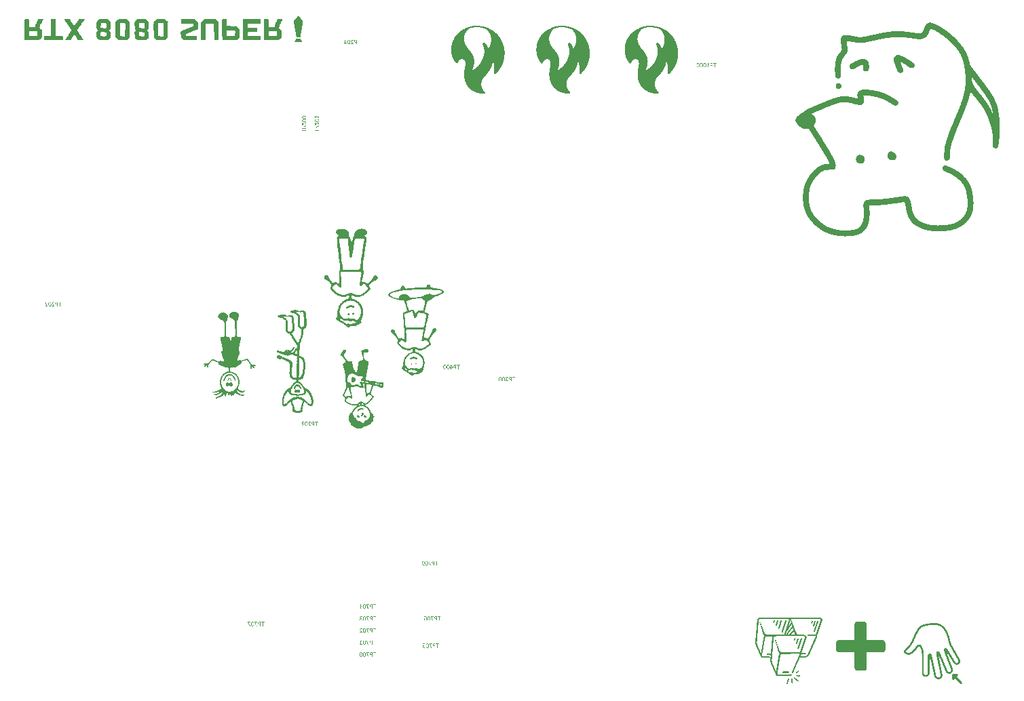
<source format=gbo>
G04*
G04 #@! TF.GenerationSoftware,Altium Limited,Altium Designer,25.2.1 (25)*
G04*
G04 Layer_Color=32896*
%FSLAX44Y44*%
%MOMM*%
G71*
G04*
G04 #@! TF.SameCoordinates,1675D247-2589-475D-A358-125397F96DBE*
G04*
G04*
G04 #@! TF.FilePolarity,Positive*
G04*
G01*
G75*
%ADD104C,0.1270*%
%ADD105C,0.2540*%
%ADD123C,0.1016*%
G36*
X317486Y903620D02*
X318208Y903439D01*
X318298Y903349D01*
X318569Y902898D01*
X318388Y902718D01*
X318478Y893608D01*
X324161Y893337D01*
X324972Y893427D01*
X325424Y893878D01*
X325965Y894780D01*
X326145Y896043D01*
X326596Y896494D01*
X327047Y897667D01*
X327408Y898027D01*
X327588Y898749D01*
X328310Y900372D01*
X328490Y900733D01*
X328851Y901635D01*
X329212Y901996D01*
X329392Y903259D01*
X329933Y903620D01*
X335796Y903529D01*
X336067Y903259D01*
X335886Y902898D01*
X335345Y901996D01*
X334714Y900824D01*
X334263Y899651D01*
X333722Y898388D01*
X333361Y897486D01*
X332278Y895502D01*
X332098Y894780D01*
X331557Y893518D01*
X331376Y892796D01*
X331737Y892435D01*
X331918Y892075D01*
X332188Y891804D01*
X332549Y891624D01*
X332910Y891082D01*
X333541Y890631D01*
X333722Y890271D01*
X333992Y890000D01*
X334353Y889820D01*
X334533Y889278D01*
X334443Y881792D01*
X334623Y881251D01*
X334443Y880710D01*
X333902Y880169D01*
X333722Y879808D01*
X333180Y879447D01*
X332729Y878816D01*
X332369Y878635D01*
X332098Y878365D01*
X331918Y878004D01*
X331647Y877914D01*
X330925Y877192D01*
X313067Y877012D01*
X312796Y877282D01*
X312616Y902898D01*
X312796Y903439D01*
X313518Y903620D01*
X316674Y903529D01*
X317216Y903710D01*
X317486Y903620D01*
D02*
G37*
G36*
X308376Y903529D02*
X308647Y903078D01*
X308557Y902627D01*
X308376Y898118D01*
X292682Y897937D01*
X292412Y897667D01*
X292231Y892796D01*
X292502Y892525D01*
X304047Y892345D01*
X304318Y891894D01*
X304137Y891353D01*
X304227Y888196D01*
X304137Y887565D01*
X303596Y887204D01*
X293404Y887294D01*
X292682Y887114D01*
X292412Y886843D01*
X292231Y883055D01*
X292863Y882604D01*
X293494Y882694D01*
X306933Y882604D01*
X307655Y882784D01*
X308376Y882604D01*
X308467Y879808D01*
Y879628D01*
Y878365D01*
X308647Y877823D01*
X308376Y877192D01*
X287090Y877012D01*
X286820Y877282D01*
X286639Y902898D01*
X286820Y903439D01*
X287541Y903620D01*
X306933Y903529D01*
X307655Y903710D01*
X308376Y903529D01*
D02*
G37*
G36*
X266075Y903439D02*
X266255Y895141D01*
X266886Y894690D01*
X267427Y894871D01*
X276537Y894780D01*
X277710Y894871D01*
X278972Y894329D01*
X279333Y894149D01*
X282310Y891172D01*
X282490Y881792D01*
X282671Y881251D01*
X282490Y880710D01*
X281949Y880169D01*
X281769Y879808D01*
X281227Y879447D01*
X280777Y878816D01*
X280416Y878635D01*
X280145Y878365D01*
X279965Y878004D01*
X279694Y877914D01*
X278972Y877192D01*
X261114Y877012D01*
X260843Y877282D01*
X260663Y885580D01*
Y885761D01*
Y902898D01*
X260843Y903439D01*
X261565Y903620D01*
X264541Y903529D01*
X265263Y903710D01*
X266075Y903439D01*
D02*
G37*
G36*
X88208Y903620D02*
X88929Y903439D01*
X88749Y902718D01*
X88388Y902357D01*
X87667Y901094D01*
X87306Y900733D01*
X86674Y899741D01*
X86314Y899561D01*
X86043Y898929D01*
X85322Y898208D01*
X85141Y897486D01*
X84780Y897125D01*
X84239Y896224D01*
X83878Y895863D01*
X82616Y894239D01*
X81714Y892616D01*
X81173Y892075D01*
X80631Y891172D01*
X80361Y890902D01*
X80000Y890000D01*
X80090Y889549D01*
X80271Y889008D01*
X80812Y888106D01*
X81353Y887565D01*
X81533Y887204D01*
X82796Y885220D01*
X83698Y883957D01*
X84420Y882694D01*
X84780Y882333D01*
X86314Y879898D01*
X87126Y878906D01*
X88027Y877643D01*
X87937Y877192D01*
X81984Y877012D01*
X81263Y877192D01*
X80992Y877823D01*
X80271Y878545D01*
X80090Y879267D01*
X79369Y879988D01*
X79188Y880710D01*
X78557Y881341D01*
X78106Y882514D01*
X77745Y882875D01*
X76753Y884408D01*
X75851Y884588D01*
X75580Y883957D01*
X75220Y883596D01*
X74498Y882333D01*
X74137Y881973D01*
X73957Y881431D01*
X73416Y880890D01*
X72784Y879537D01*
X72424Y879357D01*
X71972Y878184D01*
X71431Y877643D01*
X71251Y877282D01*
X70980Y877012D01*
X64577Y877102D01*
X64396Y877823D01*
X64937Y878365D01*
X65569Y879357D01*
X66380Y880349D01*
X67282Y881612D01*
X68004Y882875D01*
X68545Y883416D01*
X68726Y883776D01*
X69988Y885761D01*
X70890Y887023D01*
X71612Y888286D01*
X72333Y889008D01*
X72514Y890090D01*
X72333Y890812D01*
X71612Y891533D01*
X71431Y891894D01*
X71071Y892255D01*
X70529Y893157D01*
X69988Y893698D01*
X69627Y894600D01*
X69267Y894961D01*
X68726Y895863D01*
X68184Y896404D01*
X67824Y897306D01*
X67463Y897667D01*
X66922Y898569D01*
X66651Y898659D01*
X66200Y899471D01*
X65659Y900012D01*
X65478Y900372D01*
X64757Y901455D01*
X64577Y901996D01*
X64125Y902447D01*
X63765Y902627D01*
X63494Y903259D01*
X63855Y903620D01*
X68816Y903529D01*
X69537Y903710D01*
X70259Y903529D01*
X71161Y902627D01*
X71612Y901455D01*
X71882Y901365D01*
X72514Y900192D01*
X73055Y899290D01*
X73596Y898749D01*
X73776Y898388D01*
X75039Y896404D01*
X75129Y896314D01*
X75400Y896043D01*
X75580Y895322D01*
X75851Y895051D01*
X76663Y895141D01*
X76843Y895502D01*
X77745Y896945D01*
X78647Y898208D01*
X79369Y899471D01*
X79910Y900012D01*
X80090Y900372D01*
X80992Y901816D01*
X81173Y902177D01*
X81443Y902267D01*
X81894Y903439D01*
X82255Y903620D01*
X87216Y903529D01*
X87757Y903710D01*
X88208Y903620D01*
D02*
G37*
G36*
X52941Y903529D02*
X53122Y903169D01*
X53031Y883235D01*
X53663Y882604D01*
X54475Y882694D01*
X60157Y882604D01*
X60878Y882784D01*
X61600Y882604D01*
X61871Y881973D01*
X61780Y877192D01*
X39051Y877012D01*
X38149Y877373D01*
X38239Y881612D01*
X38420Y882333D01*
X38961Y882694D01*
X44823Y882604D01*
X45365Y882784D01*
X46086Y882604D01*
X46898Y882875D01*
X47078Y899831D01*
Y900012D01*
Y903259D01*
X47620Y903620D01*
X51498Y903529D01*
X52220Y903710D01*
X52941Y903529D01*
D02*
G37*
G36*
X687765Y896059D02*
X687721Y896050D01*
X687713Y896059D01*
X687721Y896067D01*
X687765Y896059D01*
D02*
G37*
G36*
X684029D02*
X683934Y896050D01*
X683925Y896059D01*
X683934Y896067D01*
X683951D01*
X684029Y896059D01*
D02*
G37*
G36*
X683804D02*
X683744Y896050D01*
X683735Y896059D01*
X683795Y896067D01*
X683804Y896059D01*
D02*
G37*
G36*
X688335Y896041D02*
X688275Y896032D01*
X688223Y896050D01*
X688154D01*
X687886Y896059D01*
X688326Y896067D01*
X688335Y896041D01*
D02*
G37*
G36*
X683631Y896059D02*
X683536Y896032D01*
X683510Y896059D01*
X683519Y896067D01*
X683631Y896059D01*
D02*
G37*
G36*
X688975Y895972D02*
X688949Y895946D01*
X688595Y895955D01*
X688517Y895929D01*
X688491Y895955D01*
X688500Y895981D01*
X688569D01*
X688975Y895972D01*
D02*
G37*
G36*
X689252Y895903D02*
X689243Y895894D01*
X689226D01*
X689200Y895903D01*
X689243Y895911D01*
X689252Y895903D01*
D02*
G37*
G36*
X689978Y895816D02*
X689969Y895808D01*
X689952D01*
X689943Y895816D01*
X689969Y895825D01*
X689978Y895816D01*
D02*
G37*
G36*
X681867D02*
X681789Y895808D01*
X681781Y895816D01*
X681841Y895842D01*
X681859D01*
X681867Y895816D01*
D02*
G37*
G36*
X681712D02*
X681703Y895808D01*
X681694Y895816D01*
X681703Y895825D01*
X681712Y895816D01*
D02*
G37*
G36*
X689822Y895834D02*
X689805Y895799D01*
X689762Y895790D01*
X689753Y895834D01*
X689762Y895842D01*
X689779D01*
X689822Y895834D01*
D02*
G37*
G36*
X690531Y895747D02*
X690471Y895739D01*
X690462Y895747D01*
X690523Y895756D01*
X690531Y895747D01*
D02*
G37*
G36*
X690376D02*
X690315Y895739D01*
X690307Y895747D01*
X690333Y895756D01*
X690350D01*
X690376Y895747D01*
D02*
G37*
G36*
X681383D02*
X681374Y895739D01*
X681366Y895747D01*
X681374Y895756D01*
X681383Y895747D01*
D02*
G37*
G36*
X681245D02*
X681236Y895739D01*
X681219D01*
X681193Y895747D01*
X681236Y895756D01*
X681245Y895747D01*
D02*
G37*
G36*
X680951Y895661D02*
X680873Y895652D01*
X680864Y895661D01*
X680873Y895669D01*
X680925Y895687D01*
X680951Y895661D01*
D02*
G37*
G36*
X690627Y895687D02*
X690635Y895678D01*
X690644Y895669D01*
X690653Y895661D01*
X690627Y895635D01*
X690583Y895643D01*
X690592Y895704D01*
X690627Y895687D01*
D02*
G37*
G36*
X691604Y895505D02*
X691422Y895479D01*
X691413Y895488D01*
X691396Y895522D01*
X691500Y895540D01*
X691578Y895548D01*
X691604Y895505D01*
D02*
G37*
G36*
X680207Y895557D02*
X680198Y895479D01*
X680129D01*
X680103Y895505D01*
X680129Y895566D01*
X680207Y895557D01*
D02*
G37*
G36*
X679325Y895349D02*
X679316Y895341D01*
X679308Y895349D01*
X679316Y895358D01*
X679325Y895349D01*
D02*
G37*
G36*
X692555Y895315D02*
X692529Y895289D01*
X692425Y895272D01*
X692408D01*
X692347Y895315D01*
X692546Y895323D01*
X692555Y895315D01*
D02*
G37*
G36*
X692832Y895228D02*
X692806Y895202D01*
X692693Y895211D01*
X692685Y895220D01*
X692676Y895228D01*
X692823Y895237D01*
X692832Y895228D01*
D02*
G37*
G36*
X678858D02*
X678832Y895202D01*
X678789Y895194D01*
X678754Y895228D01*
X678798Y895237D01*
X678815D01*
X678858Y895228D01*
D02*
G37*
G36*
X692987Y895159D02*
X692979Y895151D01*
X692970Y895159D01*
X692979Y895168D01*
X692987Y895159D01*
D02*
G37*
G36*
X794756Y895151D02*
X796278Y895133D01*
X796330Y895116D01*
X796451Y895099D01*
X796944Y895073D01*
X797220Y895055D01*
X797428Y895038D01*
X797514Y895021D01*
X797739Y895004D01*
X798068Y894986D01*
X798171Y894969D01*
X798448Y894934D01*
X798638Y894917D01*
X798846Y894900D01*
X798984Y894883D01*
X799088Y894865D01*
X799244Y894848D01*
X799417Y894831D01*
X799771Y894787D01*
X799840Y894770D01*
X800048Y894753D01*
X800100Y894735D01*
X800273Y894718D01*
X800506Y894692D01*
X800601Y894666D01*
X800722Y894649D01*
X800956Y894623D01*
X801103Y894580D01*
X801405Y894554D01*
X801475Y894537D01*
X801552Y894511D01*
X801622Y894493D01*
X801812Y894476D01*
X801898Y894442D01*
X801967Y894424D01*
X802088Y894407D01*
X802218Y894381D01*
X802313Y894355D01*
X802383Y894338D01*
X802547Y894312D01*
X802685Y894277D01*
X802772Y894260D01*
X802875Y894243D01*
X802971Y894217D01*
X803109Y894182D01*
X803239Y894156D01*
X803377Y894122D01*
X803541Y894096D01*
X803628Y894061D01*
X803809Y894035D01*
X803956Y893992D01*
X804077Y893975D01*
X804146Y893957D01*
X804268Y893905D01*
X804441Y893888D01*
X804561Y893836D01*
X804631Y893819D01*
X804734Y893802D01*
X804769Y893767D01*
X804890Y893750D01*
X805029Y893715D01*
X805115Y893681D01*
X805184Y893663D01*
X805279Y893637D01*
X805392Y893594D01*
X805495Y893577D01*
X805617Y893525D01*
X805686Y893508D01*
X805876Y893456D01*
X806101Y893387D01*
X806205Y893369D01*
X806239Y893335D01*
X806360Y893317D01*
X806455Y893291D01*
X806550Y893248D01*
X806680Y893222D01*
X806758Y893179D01*
X806896Y893145D01*
X806983Y893093D01*
X807121Y893058D01*
X807242Y893006D01*
X807355Y892963D01*
X807502Y892920D01*
X807657Y892850D01*
X807752Y892824D01*
X807943Y892755D01*
X808020Y892729D01*
X808115Y892703D01*
X808141Y892678D01*
X808280Y892643D01*
X808314Y892626D01*
X808435Y892574D01*
X808505Y892557D01*
X808591Y892505D01*
X808686Y892479D01*
X808799Y892418D01*
X808868Y892401D01*
X809023Y892332D01*
X809145Y892280D01*
X809231Y892245D01*
X809387Y892176D01*
X809508Y892124D01*
X809663Y892055D01*
X809784Y892003D01*
X809897Y891960D01*
X809992Y891917D01*
X810087Y891891D01*
X810130Y891847D01*
X810199Y891830D01*
X810286Y891778D01*
X810372Y891744D01*
X810563Y891657D01*
X811237Y891329D01*
X811427Y891242D01*
X811462Y891225D01*
X811635Y891121D01*
X811825Y891017D01*
X812050Y890896D01*
X812240Y890792D01*
X812707Y890550D01*
X812863Y890464D01*
X812897Y890429D01*
X813053Y890343D01*
X813157Y890274D01*
X813312Y890187D01*
X813433Y890118D01*
X813589Y890032D01*
X813624Y889997D01*
X813676Y889980D01*
X813831Y889893D01*
X813866Y889859D01*
X814108Y889720D01*
X814142Y889686D01*
X814177Y889668D01*
X814212Y889634D01*
X814246Y889616D01*
X814410Y889504D01*
X814644Y889357D01*
X814730Y889305D01*
X814852Y889236D01*
X814903Y889184D01*
X815024Y889115D01*
X815059Y889080D01*
X815094Y889063D01*
X815215Y888977D01*
X815249Y888959D01*
X815284Y888925D01*
X815318Y888907D01*
X815353Y888873D01*
X815474Y888804D01*
X815509Y888769D01*
X815543Y888752D01*
X815595Y888700D01*
X815630Y888683D01*
X815751Y888596D01*
X815785Y888579D01*
X815941Y888458D01*
X816278Y888207D01*
X816339Y888164D01*
X816555Y887999D01*
X816581Y887974D01*
X816616Y887956D01*
X816711Y887878D01*
X816814Y887792D01*
X816875Y887749D01*
X816944Y887680D01*
X816979Y887662D01*
X817030Y887610D01*
X817065Y887593D01*
X817100Y887559D01*
X817134Y887541D01*
X817169Y887507D01*
X817204Y887489D01*
X817238Y887455D01*
X817273Y887437D01*
X817307Y887403D01*
X817342Y887386D01*
X817376Y887351D01*
X817411Y887334D01*
X817480Y887264D01*
X817515Y887247D01*
X817670Y887092D01*
X817705Y887074D01*
X817809Y886971D01*
X817843Y886953D01*
X817947Y886849D01*
X817982Y886832D01*
X818051Y886763D01*
X818085Y886746D01*
X818163Y886685D01*
X818181Y886651D01*
X818284Y886581D01*
X818570Y886296D01*
X818604Y886279D01*
X818691Y886192D01*
X818725Y886175D01*
X818743Y886140D01*
X818777Y886123D01*
X818968Y885933D01*
X819002Y885916D01*
X819166Y885751D01*
X819184Y885717D01*
X819287Y885630D01*
X819331Y885587D01*
X819365Y885570D01*
X819633Y885302D01*
X819651Y885267D01*
X819841Y885077D01*
X819858Y885042D01*
X819919Y884999D01*
X820221Y884696D01*
X820239Y884662D01*
X820429Y884472D01*
X820446Y884437D01*
X820550Y884333D01*
X820567Y884299D01*
X820775Y884091D01*
X820792Y884056D01*
X820913Y883935D01*
X820930Y883901D01*
X821000Y883832D01*
X821017Y883797D01*
X821103Y883711D01*
X821112Y883685D01*
X821138Y883676D01*
X821155Y883641D01*
X821224Y883572D01*
X821242Y883538D01*
X821267Y883512D01*
X821293Y883503D01*
X821311Y883468D01*
X821380Y883399D01*
X821397Y883365D01*
X821423Y883322D01*
X821458Y883304D01*
X821484Y883278D01*
X821501Y883244D01*
X821553Y883192D01*
X821570Y883157D01*
X821622Y883105D01*
X821639Y883071D01*
X821717Y882976D01*
X821760Y882915D01*
X821812Y882863D01*
X821830Y882829D01*
X821881Y882777D01*
X821899Y882742D01*
X821951Y882690D01*
X821968Y882656D01*
X822072Y882552D01*
X822089Y882517D01*
X822141Y882465D01*
X822158Y882431D01*
X822210Y882379D01*
X822227Y882344D01*
X822348Y882189D01*
X822513Y881973D01*
X822556Y881912D01*
X822764Y881635D01*
X822885Y881462D01*
X822902Y881428D01*
X822954Y881376D01*
X822971Y881341D01*
X823049Y881246D01*
X823109Y881151D01*
X823222Y880987D01*
X823282Y880892D01*
X823403Y880719D01*
X823421Y880684D01*
X823473Y880632D01*
X823524Y880546D01*
X823637Y880381D01*
X823896Y879966D01*
X823940Y879906D01*
X824009Y879785D01*
X824095Y879664D01*
X824112Y879629D01*
X824199Y879508D01*
X824285Y879352D01*
X824372Y879214D01*
X824441Y879093D01*
X824545Y878903D01*
X824631Y878764D01*
X824683Y878678D01*
X824752Y878557D01*
X824925Y878246D01*
X825064Y878004D01*
X825288Y877571D01*
X825358Y877450D01*
X825444Y877294D01*
X825876Y876413D01*
X825980Y876188D01*
X826101Y875963D01*
X826136Y875876D01*
X826205Y875721D01*
X826292Y875530D01*
X826361Y875375D01*
X826447Y875185D01*
X826490Y875072D01*
X826525Y874986D01*
X826568Y874873D01*
X826706Y874562D01*
X826750Y874450D01*
X826776Y874424D01*
X826802Y874329D01*
X826879Y874147D01*
X826897Y874078D01*
X826966Y873922D01*
X827018Y873801D01*
X827035Y873732D01*
X827087Y873611D01*
X827148Y873447D01*
X827199Y873308D01*
X827269Y873118D01*
X827355Y872876D01*
X827381Y872781D01*
X827450Y872625D01*
X827485Y872487D01*
X827519Y872452D01*
X827537Y872383D01*
X827563Y872288D01*
X827606Y872193D01*
X827632Y872080D01*
X827666Y871994D01*
X827718Y871804D01*
X827761Y871691D01*
X827787Y871596D01*
X827848Y871397D01*
X827883Y871311D01*
X827908Y871198D01*
X827952Y871086D01*
X827995Y870904D01*
X828038Y870792D01*
X828064Y870680D01*
X828107Y870567D01*
X828125Y870498D01*
X828151Y870403D01*
X828194Y870308D01*
X828220Y870143D01*
X828254Y870057D01*
X828280Y869962D01*
X828306Y869832D01*
X828349Y869685D01*
X828367Y869616D01*
X828393Y869521D01*
X828427Y869382D01*
X828453Y869287D01*
X828488Y869149D01*
X828531Y868950D01*
X828548Y868881D01*
X828583Y868708D01*
X828626Y868561D01*
X828669Y868379D01*
X828695Y868284D01*
X828713Y868163D01*
X828730Y868094D01*
X828782Y867904D01*
X828808Y867740D01*
X828851Y867593D01*
X828868Y867523D01*
X828886Y867350D01*
X828920Y867264D01*
X828937Y867195D01*
X828955Y867022D01*
X828981Y866909D01*
X828998Y866840D01*
X829015Y866754D01*
X829033Y866650D01*
X829050Y866512D01*
X829084Y866373D01*
X829119Y866062D01*
X829145Y865967D01*
X829171Y865733D01*
X829205Y865526D01*
X829223Y865370D01*
X829240Y865197D01*
X829257Y865059D01*
X829283Y864826D01*
X829301Y864756D01*
X829327Y864402D01*
X829344Y864246D01*
X829361Y864142D01*
X829387Y863632D01*
X829413Y863468D01*
X829430Y863226D01*
X829448Y862880D01*
X829465Y861946D01*
X829482Y861842D01*
X829491Y860467D01*
X829474Y860416D01*
X829465Y860182D01*
X829474Y860001D01*
X829456Y859949D01*
X829474Y859897D01*
X829456Y859776D01*
X829439Y858980D01*
X829422Y858928D01*
X829404Y858634D01*
X829387Y858582D01*
X829370Y857977D01*
X829352Y857925D01*
X829327Y857709D01*
X829309Y857519D01*
X829292Y857294D01*
X829275Y857121D01*
X829257Y856983D01*
X829162Y856127D01*
X829128Y855919D01*
X829110Y855798D01*
X829084Y855582D01*
X829067Y855495D01*
X829050Y855392D01*
X829024Y855158D01*
X828981Y854959D01*
X828963Y854873D01*
X828946Y854700D01*
X828929Y854631D01*
X828912Y854544D01*
X828894Y854475D01*
X828868Y854242D01*
X828816Y854051D01*
X828799Y853982D01*
X828773Y853801D01*
X828747Y853706D01*
X828730Y853636D01*
X828704Y853472D01*
X828687Y853386D01*
X828652Y853247D01*
X828617Y853074D01*
X828583Y852936D01*
X828566Y852849D01*
X828531Y852711D01*
X828496Y852538D01*
X828462Y852400D01*
X828427Y852227D01*
X828410Y852158D01*
X828384Y852080D01*
X828367Y852011D01*
X828341Y851881D01*
X828298Y851734D01*
X828263Y851578D01*
X828228Y851492D01*
X828211Y851371D01*
X828194Y851302D01*
X828151Y851189D01*
X828125Y851094D01*
X828107Y851008D01*
X828073Y850921D01*
X828038Y850783D01*
X828004Y850696D01*
X827969Y850558D01*
X827900Y850316D01*
X827848Y850143D01*
X827779Y849918D01*
X827718Y849754D01*
X827684Y849615D01*
X827623Y849469D01*
X827606Y849365D01*
X827554Y849244D01*
X827528Y849131D01*
X827467Y848984D01*
X827450Y848915D01*
X827433Y848880D01*
X827381Y848759D01*
X827364Y848690D01*
X827312Y848569D01*
X827251Y848405D01*
X827191Y848206D01*
X827122Y848033D01*
X827035Y847808D01*
X826966Y847635D01*
X826923Y847523D01*
X826879Y847428D01*
X826853Y847333D01*
X826828Y847307D01*
X826758Y847116D01*
X826724Y847030D01*
X826637Y846840D01*
X826568Y846684D01*
X826516Y846563D01*
X826447Y846390D01*
X826378Y846235D01*
X826343Y846148D01*
X826292Y846027D01*
X826274Y845992D01*
X826205Y845837D01*
X826188Y845802D01*
X826084Y845612D01*
X826049Y845525D01*
X825825Y845059D01*
X825704Y844799D01*
X825686Y844764D01*
X825582Y844574D01*
X825427Y844280D01*
X825340Y844125D01*
X825012Y843502D01*
X824977Y843467D01*
X824839Y843208D01*
X824700Y842966D01*
X824649Y842879D01*
X824631Y842845D01*
X824562Y842741D01*
X824545Y842707D01*
X824476Y842603D01*
X824372Y842412D01*
X824303Y842309D01*
X824285Y842274D01*
X824251Y842240D01*
X824182Y842119D01*
X824147Y842084D01*
X824130Y842015D01*
X824078Y841963D01*
X824009Y841842D01*
X823922Y841721D01*
X823870Y841634D01*
X823801Y841531D01*
X823784Y841496D01*
X823749Y841461D01*
X823732Y841427D01*
X823663Y841306D01*
X823542Y841133D01*
X823524Y841098D01*
X823490Y841064D01*
X823473Y841029D01*
X823386Y840908D01*
X823369Y840873D01*
X823334Y840839D01*
X823317Y840804D01*
X823282Y840770D01*
X823265Y840735D01*
X823057Y840441D01*
X823040Y840406D01*
X822988Y840355D01*
X822936Y840268D01*
X822902Y840234D01*
X822850Y840147D01*
X822798Y840095D01*
X822781Y840061D01*
X822746Y840026D01*
X822729Y839991D01*
X822651Y839896D01*
X822582Y839792D01*
X822556Y839766D01*
X822539Y839732D01*
X822487Y839680D01*
X822469Y839645D01*
X822435Y839611D01*
X822418Y839576D01*
X822340Y839481D01*
X822314Y839455D01*
X822297Y839421D01*
X822245Y839369D01*
X822227Y839334D01*
X822150Y839239D01*
X822106Y839178D01*
X822054Y839127D01*
X822037Y839092D01*
X821968Y839023D01*
X821951Y838988D01*
X821916Y838954D01*
X821899Y838919D01*
X821821Y838824D01*
X821795Y838798D01*
X821778Y838764D01*
X821691Y838677D01*
X821674Y838642D01*
X821588Y838556D01*
X821570Y838521D01*
X821518Y838469D01*
X821501Y838435D01*
X821414Y838348D01*
X821397Y838314D01*
X821328Y838245D01*
X821311Y838210D01*
X821190Y838089D01*
X821172Y838054D01*
X821086Y837968D01*
X821069Y837933D01*
X820930Y837795D01*
X820913Y837760D01*
X820844Y837691D01*
X820827Y837657D01*
X820740Y837570D01*
X820723Y837536D01*
X820662Y837475D01*
X820628Y837458D01*
X820602Y837432D01*
X820584Y837397D01*
X820498Y837311D01*
X820481Y837276D01*
X820308Y837103D01*
X820290Y837069D01*
X820022Y836801D01*
X819996Y836792D01*
X819979Y836757D01*
X819806Y836584D01*
X819789Y836550D01*
X819625Y836386D01*
X819599Y836377D01*
X819581Y836342D01*
X819382Y836143D01*
X819348Y836126D01*
X819279Y836057D01*
X819253Y836048D01*
X819236Y836014D01*
X819192Y835971D01*
X819166Y835962D01*
X819149Y835927D01*
X818968Y835746D01*
X818933Y835728D01*
X818898Y835676D01*
X818864Y835659D01*
X818639Y835434D01*
X818604Y835417D01*
X818570Y835383D01*
X818535Y835365D01*
X818379Y835210D01*
X818345Y835192D01*
X818310Y835158D01*
X818276Y835140D01*
X818241Y835106D01*
X818206Y835089D01*
X817982Y834985D01*
X817869Y834941D01*
X817783Y834924D01*
X817394Y834916D01*
X817342Y834933D01*
X817273Y834950D01*
X817186Y834985D01*
X817100Y835002D01*
X816875Y835123D01*
X816823Y835175D01*
X816788Y835192D01*
X816737Y835244D01*
X816702Y835261D01*
X816676Y835287D01*
X816659Y835322D01*
X816572Y835408D01*
X816555Y835443D01*
X816520Y835478D01*
X816451Y835599D01*
X816417Y835685D01*
X816399Y835754D01*
X816365Y835841D01*
X816347Y835910D01*
X816330Y836325D01*
X816347Y836377D01*
X816365Y836757D01*
X816382Y836809D01*
X816408Y837129D01*
X816460Y837890D01*
X816477Y838132D01*
X816494Y838426D01*
X816529Y839135D01*
X816546Y839308D01*
X816555Y839421D01*
X816538Y839473D01*
X816555Y839524D01*
X816564Y839758D01*
X816555Y839870D01*
X816572Y839922D01*
X816555Y840078D01*
X816572Y840130D01*
X816590Y840251D01*
X816598Y841937D01*
X816581Y842853D01*
X816564Y843372D01*
X816546Y843718D01*
X816529Y844047D01*
X816512Y844151D01*
X816494Y844531D01*
X816477Y844756D01*
X816451Y844989D01*
X816434Y845214D01*
X816417Y845335D01*
X816399Y845595D01*
X816382Y845647D01*
X816365Y845768D01*
X816347Y845992D01*
X816330Y846113D01*
X816313Y846183D01*
X816278Y846390D01*
X816261Y846563D01*
X816235Y846710D01*
X816200Y846848D01*
X816183Y847004D01*
X816166Y847108D01*
X816131Y847246D01*
X816114Y847333D01*
X816079Y847523D01*
X816053Y847618D01*
X816036Y847739D01*
X816019Y847808D01*
X816002Y847912D01*
X815984Y847964D01*
X815967Y848033D01*
X815941Y848146D01*
X815889Y848353D01*
X815863Y848448D01*
X815829Y848587D01*
X815803Y848682D01*
X815777Y848759D01*
X815759Y848829D01*
X815725Y848915D01*
X815690Y849036D01*
X815673Y849105D01*
X815621Y849226D01*
X815561Y849391D01*
X815535Y849469D01*
X815405Y849806D01*
X815344Y849953D01*
X815293Y850074D01*
X815189Y850299D01*
X814998Y850662D01*
X814929Y850766D01*
X814877Y850852D01*
X814808Y850973D01*
X814575Y851328D01*
X814540Y851362D01*
X814462Y851354D01*
X814480Y850506D01*
X814454Y849858D01*
X814436Y849633D01*
X814402Y849252D01*
X814385Y849079D01*
X814350Y848872D01*
X814333Y848716D01*
X814315Y848543D01*
X814289Y848448D01*
X814264Y848301D01*
X814246Y848128D01*
X814229Y848059D01*
X814203Y847964D01*
X814186Y847895D01*
X814160Y847696D01*
X814117Y847549D01*
X814099Y847480D01*
X814073Y847333D01*
X814030Y847186D01*
X813987Y846987D01*
X813943Y846840D01*
X813926Y846736D01*
X813909Y846684D01*
X813874Y846563D01*
X813822Y846356D01*
X813788Y846235D01*
X813736Y846062D01*
X813719Y845992D01*
X813684Y845906D01*
X813658Y845794D01*
X813624Y845707D01*
X813598Y845612D01*
X813580Y845543D01*
X813529Y845422D01*
X813494Y845283D01*
X813442Y845162D01*
X813425Y845093D01*
X813355Y844937D01*
X813330Y844842D01*
X813286Y844747D01*
X813226Y844583D01*
X813174Y844445D01*
X813105Y844254D01*
X813053Y844116D01*
X813027Y844090D01*
X813001Y843995D01*
X812966Y843908D01*
X812923Y843796D01*
X812854Y843640D01*
X812819Y843554D01*
X812750Y843398D01*
X812733Y843364D01*
X812698Y843329D01*
X812672Y843234D01*
X812404Y842655D01*
X812387Y842620D01*
X812335Y842499D01*
X812180Y842170D01*
X812162Y842136D01*
X812110Y842084D01*
X812076Y841998D01*
X811834Y841531D01*
X811626Y841150D01*
X811557Y841029D01*
X811470Y840873D01*
X811401Y840752D01*
X811367Y840718D01*
X811246Y840493D01*
X811177Y840372D01*
X811073Y840182D01*
X811038Y840147D01*
X811021Y840112D01*
X810934Y839974D01*
X810917Y839939D01*
X810848Y839836D01*
X810831Y839801D01*
X810796Y839766D01*
X810658Y839524D01*
X810623Y839490D01*
X810571Y839403D01*
X810217Y838859D01*
X810156Y838764D01*
X810122Y838729D01*
X810070Y838642D01*
X810035Y838608D01*
X810018Y838573D01*
X809931Y838452D01*
X809914Y838418D01*
X809880Y838383D01*
X809862Y838348D01*
X809776Y838227D01*
X809758Y838193D01*
X809706Y838141D01*
X809689Y838106D01*
X809603Y837985D01*
X809585Y837951D01*
X809551Y837916D01*
X809534Y837881D01*
X809413Y837726D01*
X809205Y837449D01*
X809041Y837233D01*
X808997Y837172D01*
X808833Y836956D01*
X808773Y836878D01*
X808755Y836844D01*
X808686Y836775D01*
X808669Y836740D01*
X808617Y836688D01*
X808600Y836654D01*
X808531Y836584D01*
X808513Y836550D01*
X808461Y836498D01*
X808444Y836463D01*
X808410Y836429D01*
X808392Y836394D01*
X808358Y836360D01*
X808340Y836325D01*
X808288Y836273D01*
X808271Y836239D01*
X808219Y836187D01*
X808202Y836152D01*
X808133Y836083D01*
X808115Y836048D01*
X808029Y835962D01*
X808012Y835927D01*
X807925Y835841D01*
X807908Y835806D01*
X807839Y835737D01*
X807822Y835702D01*
X807770Y835651D01*
X807752Y835616D01*
X807683Y835547D01*
X807666Y835512D01*
X807545Y835391D01*
X807527Y835357D01*
X807458Y835287D01*
X807441Y835253D01*
X807320Y835132D01*
X807303Y835097D01*
X807147Y834941D01*
X807130Y834907D01*
X807086Y834846D01*
X807052Y834829D01*
X807026Y834803D01*
X807009Y834769D01*
X806888Y834648D01*
X806870Y834613D01*
X806784Y834526D01*
X806767Y834492D01*
X806732Y834475D01*
X806715Y834440D01*
X806628Y834353D01*
X806611Y834319D01*
X806351Y834060D01*
X806334Y834025D01*
X806040Y833731D01*
X806023Y833696D01*
X804968Y832641D01*
X804951Y832607D01*
X804328Y831984D01*
X804311Y831950D01*
X804207Y831846D01*
X804190Y831811D01*
X804069Y831690D01*
X804051Y831656D01*
X803965Y831569D01*
X803948Y831535D01*
X803861Y831448D01*
X803844Y831413D01*
X803792Y831362D01*
X803775Y831327D01*
X803706Y831258D01*
X803688Y831223D01*
X803636Y831171D01*
X803619Y831137D01*
X803567Y831085D01*
X803550Y831050D01*
X803481Y830981D01*
X803463Y830947D01*
X803342Y830791D01*
X802962Y830255D01*
X802944Y830220D01*
X802910Y830186D01*
X802893Y830151D01*
X802806Y830030D01*
X802737Y829909D01*
X802651Y829788D01*
X802633Y829753D01*
X802564Y829650D01*
X802478Y829494D01*
X802391Y829355D01*
X802270Y829131D01*
X802201Y829010D01*
X802097Y828819D01*
X801924Y828491D01*
X801803Y828231D01*
X801717Y828041D01*
X801682Y827955D01*
X801630Y827834D01*
X801613Y827799D01*
X801475Y827488D01*
X801449Y827393D01*
X801423Y827367D01*
X801405Y827298D01*
X801362Y827185D01*
X801319Y827090D01*
X801302Y827021D01*
X801250Y826900D01*
X801207Y826787D01*
X801181Y826692D01*
X801163Y826623D01*
X801059Y826294D01*
X801042Y826225D01*
X801008Y826139D01*
X800973Y826001D01*
X800947Y825905D01*
X800921Y825828D01*
X800904Y825758D01*
X800869Y825603D01*
X800835Y825516D01*
X800817Y825447D01*
X800800Y825309D01*
X800766Y825222D01*
X800748Y825101D01*
X800731Y825032D01*
X800714Y824911D01*
X800679Y824825D01*
X800662Y824652D01*
X800601Y824366D01*
X800584Y824193D01*
X800567Y824055D01*
X800541Y823821D01*
X800523Y823752D01*
X800498Y823398D01*
X800471Y822888D01*
X800454Y822455D01*
X800471Y821504D01*
X800489Y821452D01*
X800506Y821037D01*
X800523Y820985D01*
X800549Y820700D01*
X800593Y820345D01*
X800636Y820146D01*
X800653Y820043D01*
X800688Y819818D01*
X800714Y819723D01*
X800731Y819654D01*
X800748Y819532D01*
X800783Y819446D01*
X800817Y819308D01*
X800835Y819169D01*
X800887Y819048D01*
X800930Y818867D01*
X800964Y818780D01*
X800982Y818694D01*
X801034Y818555D01*
X801068Y818417D01*
X801103Y818331D01*
X801155Y818192D01*
X801293Y817812D01*
X801336Y817699D01*
X801354Y817630D01*
X801388Y817596D01*
X801440Y817457D01*
X801492Y817336D01*
X801509Y817302D01*
X801647Y817008D01*
X801682Y816921D01*
X801769Y816766D01*
X802045Y816229D01*
X802184Y815987D01*
X802218Y815953D01*
X802253Y815866D01*
X802322Y815762D01*
X802426Y815572D01*
X802460Y815538D01*
X802530Y815417D01*
X802651Y815226D01*
X802668Y815192D01*
X802702Y815157D01*
X802772Y815036D01*
X802806Y815002D01*
X802858Y814915D01*
X802893Y814881D01*
X802944Y814794D01*
X803066Y814621D01*
X803083Y814586D01*
X803118Y814552D01*
X803135Y814517D01*
X803299Y814301D01*
X803541Y813990D01*
X803610Y813886D01*
X803654Y813843D01*
X803671Y813808D01*
X803757Y813722D01*
X803775Y813687D01*
X803809Y813653D01*
X803827Y813618D01*
X803896Y813549D01*
X803913Y813514D01*
X803982Y813445D01*
X803999Y813410D01*
X804086Y813324D01*
X804103Y813289D01*
X804190Y813203D01*
X804207Y813168D01*
X804311Y813065D01*
X804328Y813030D01*
X804518Y812840D01*
X804536Y812805D01*
X804709Y812632D01*
X804726Y812598D01*
X804899Y812425D01*
X804916Y812390D01*
X804985Y812321D01*
X805003Y812286D01*
X805054Y812234D01*
X805072Y812200D01*
X805175Y811975D01*
X805193Y811906D01*
X805210Y811854D01*
X805245Y811612D01*
X805227Y811283D01*
X805193Y811197D01*
X805167Y811102D01*
X805132Y811015D01*
X805029Y810842D01*
X804890Y810669D01*
X804786Y810566D01*
X804752Y810548D01*
X804700Y810496D01*
X804406Y810358D01*
X804337Y810341D01*
X804216Y810323D01*
X804077Y810289D01*
X804043Y810272D01*
X803991Y810254D01*
X803878Y810263D01*
X803870Y810289D01*
X803801Y810306D01*
X803749Y810289D01*
X803576Y810306D01*
X803524Y810323D01*
X802858Y810349D01*
X802409Y810384D01*
X802201Y810401D01*
X801976Y810419D01*
X801734Y810436D01*
X801578Y810453D01*
X801475Y810471D01*
X801267Y810488D01*
X801077Y810505D01*
X800688Y810548D01*
X800567Y810566D01*
X800350Y810592D01*
X800117Y810618D01*
X799875Y810652D01*
X799806Y810669D01*
X799581Y810687D01*
X799512Y810704D01*
X799365Y810730D01*
X799261Y810747D01*
X798984Y810782D01*
X798915Y810799D01*
X798820Y810825D01*
X798604Y810851D01*
X798517Y810868D01*
X798448Y810886D01*
X798353Y810911D01*
X798120Y810937D01*
X797972Y810981D01*
X797851Y810998D01*
X797653Y811041D01*
X797558Y811067D01*
X797411Y811093D01*
X797324Y811110D01*
X797229Y811136D01*
X797160Y811154D01*
X797013Y811180D01*
X796918Y811206D01*
X796848Y811223D01*
X796736Y811249D01*
X796667Y811266D01*
X796580Y811283D01*
X796373Y811335D01*
X796200Y811370D01*
X796087Y811413D01*
X795889Y811456D01*
X795742Y811499D01*
X795629Y811525D01*
X795517Y811569D01*
X795448Y811586D01*
X795344Y811603D01*
X795223Y811655D01*
X795110Y811681D01*
X795024Y811716D01*
X794929Y811742D01*
X794860Y811759D01*
X794773Y811794D01*
X794635Y811828D01*
X794522Y811871D01*
X794453Y811889D01*
X794367Y811923D01*
X794064Y812018D01*
X793952Y812061D01*
X793762Y812131D01*
X793614Y812174D01*
X793459Y812243D01*
X793364Y812269D01*
X793217Y812330D01*
X793061Y812399D01*
X792897Y812459D01*
X792784Y812503D01*
X792663Y812554D01*
X792490Y812624D01*
X792369Y812675D01*
X792283Y812710D01*
X792162Y812762D01*
X792006Y812831D01*
X791626Y813004D01*
X790571Y813540D01*
X790277Y813696D01*
X790121Y813782D01*
X789931Y813903D01*
X789671Y814042D01*
X789550Y814111D01*
X789516Y814146D01*
X789274Y814284D01*
X789170Y814353D01*
X789135Y814370D01*
X788616Y814716D01*
X788400Y814863D01*
X788297Y814932D01*
X788236Y814976D01*
X787778Y815313D01*
X787717Y815356D01*
X787561Y815477D01*
X787466Y815555D01*
X787371Y815615D01*
X787319Y815667D01*
X787285Y815685D01*
X787216Y815754D01*
X787181Y815771D01*
X787112Y815840D01*
X787077Y815858D01*
X787025Y815910D01*
X786991Y815927D01*
X786939Y815979D01*
X786904Y815996D01*
X786818Y816082D01*
X786783Y816100D01*
X786714Y816169D01*
X786680Y816186D01*
X786610Y816255D01*
X786576Y816273D01*
X786550Y816299D01*
X786541Y816324D01*
X786507Y816342D01*
X786368Y816480D01*
X786334Y816497D01*
X786178Y816653D01*
X786143Y816670D01*
X785919Y816895D01*
X785884Y816913D01*
X785789Y817008D01*
X785772Y817042D01*
X785702Y817094D01*
X785685Y817129D01*
X785616Y817181D01*
X785607Y817206D01*
X785573Y817224D01*
X785443Y817354D01*
X785426Y817388D01*
X785400Y817414D01*
X785374Y817423D01*
X785357Y817457D01*
X785261Y817552D01*
X785227Y817570D01*
X785201Y817596D01*
X785184Y817630D01*
X785149Y817665D01*
X785132Y817699D01*
X784959Y817872D01*
X784950Y817898D01*
X784916Y817916D01*
X784872Y817976D01*
X784786Y818063D01*
X784769Y818097D01*
X784613Y818253D01*
X784596Y818287D01*
X784526Y818357D01*
X784509Y818391D01*
X784457Y818443D01*
X784440Y818478D01*
X784388Y818530D01*
X784371Y818564D01*
X784284Y818651D01*
X784267Y818685D01*
X784215Y818737D01*
X784198Y818772D01*
X784146Y818823D01*
X784129Y818858D01*
X784042Y818945D01*
X784025Y818979D01*
X783973Y819031D01*
X783956Y819066D01*
X783904Y819118D01*
X783887Y819152D01*
X783800Y819273D01*
X783783Y819308D01*
X783731Y819360D01*
X783714Y819394D01*
X783593Y819550D01*
X783558Y819584D01*
X783541Y819619D01*
X783506Y819654D01*
X783489Y819688D01*
X783316Y819930D01*
X783299Y819965D01*
X783212Y820086D01*
X783195Y820121D01*
X783160Y820155D01*
X783143Y820190D01*
X783056Y820311D01*
X783005Y820397D01*
X782918Y820518D01*
X782901Y820553D01*
X782814Y820674D01*
X782745Y820795D01*
X782624Y820985D01*
X782607Y821020D01*
X782520Y821176D01*
X782451Y821279D01*
X782365Y821435D01*
X782296Y821539D01*
X782278Y821573D01*
X782105Y821885D01*
X781967Y822144D01*
X781777Y822507D01*
X781552Y822974D01*
X781535Y823009D01*
X781327Y823441D01*
X781223Y823666D01*
X781154Y823821D01*
X781111Y823934D01*
X781050Y824081D01*
X780912Y824392D01*
X780869Y824505D01*
X780843Y824530D01*
X780826Y824600D01*
X780782Y824712D01*
X780739Y824807D01*
X780713Y824902D01*
X780687Y824928D01*
X780670Y824997D01*
X780627Y825110D01*
X780540Y825352D01*
X780419Y825698D01*
X780385Y825836D01*
X780350Y825923D01*
X780307Y826035D01*
X780289Y826104D01*
X780238Y826225D01*
X780220Y826329D01*
X780186Y826364D01*
X780160Y826476D01*
X780142Y826580D01*
X780099Y826675D01*
X780082Y826744D01*
X780056Y826857D01*
X780013Y826969D01*
X779995Y827038D01*
X779969Y827133D01*
X779944Y827211D01*
X779926Y827280D01*
X779900Y827393D01*
X779866Y827531D01*
X779840Y827626D01*
X779736Y828041D01*
X779710Y828154D01*
X779667Y828301D01*
X779650Y828422D01*
X779632Y828491D01*
X779606Y828603D01*
X779580Y828698D01*
X779554Y828863D01*
X779520Y828949D01*
X779502Y829036D01*
X779485Y829174D01*
X779468Y829260D01*
X779442Y829355D01*
X779425Y829425D01*
X779399Y829641D01*
X779381Y829727D01*
X779364Y829797D01*
X779347Y829900D01*
X779330Y830039D01*
X779304Y830203D01*
X779286Y830255D01*
X779269Y830428D01*
X779226Y830730D01*
X779200Y830964D01*
X779157Y831266D01*
X779139Y831422D01*
X779122Y831647D01*
X779088Y831993D01*
X779053Y832442D01*
X779036Y832737D01*
X779018Y833013D01*
X779001Y833186D01*
X778992Y833299D01*
X779010Y833351D01*
X778992Y833402D01*
X778984Y834985D01*
X779001Y835763D01*
X779010Y836048D01*
X778992Y836100D01*
X779010Y836152D01*
X779027Y836377D01*
X779044Y836705D01*
X779062Y836826D01*
X779079Y837242D01*
X779096Y837293D01*
X779122Y837665D01*
X779139Y837838D01*
X779157Y838028D01*
X779174Y838184D01*
X779191Y838323D01*
X779209Y838513D01*
X779226Y838651D01*
X779243Y838755D01*
X779260Y838893D01*
X779278Y839083D01*
X779330Y839395D01*
X779347Y839585D01*
X779373Y839749D01*
X779390Y839801D01*
X779407Y839974D01*
X779425Y840095D01*
X779442Y840199D01*
X779459Y840251D01*
X779485Y840380D01*
X779502Y840571D01*
X779520Y840657D01*
X779554Y840796D01*
X779572Y840899D01*
X779589Y841038D01*
X779606Y841107D01*
X779632Y841202D01*
X779650Y841323D01*
X779676Y841470D01*
X779710Y841608D01*
X779727Y841695D01*
X779745Y841799D01*
X779814Y842144D01*
X779831Y842214D01*
X779848Y842317D01*
X779918Y842663D01*
X779952Y842871D01*
X779978Y842966D01*
X779995Y843035D01*
X780021Y843234D01*
X780047Y843329D01*
X780065Y843398D01*
X780082Y843571D01*
X780151Y843848D01*
X780186Y844125D01*
X780220Y844211D01*
X780246Y844410D01*
X780281Y844600D01*
X780298Y844704D01*
X780315Y844790D01*
X780333Y844946D01*
X780367Y845119D01*
X780385Y845223D01*
X780402Y845378D01*
X780419Y845517D01*
X780436Y845603D01*
X780462Y845837D01*
X780480Y846062D01*
X780514Y846200D01*
X780540Y846572D01*
X780557Y846710D01*
X780575Y846935D01*
X780592Y847177D01*
X780609Y847765D01*
X780618Y847843D01*
X780601Y847895D01*
X780618Y848016D01*
X780601Y848068D01*
X780618Y848223D01*
X780601Y848275D01*
X780618Y848344D01*
X780592Y848993D01*
X780575Y849183D01*
X780540Y849494D01*
X780506Y849702D01*
X780471Y849927D01*
X780454Y850031D01*
X780436Y850100D01*
X780411Y850195D01*
X780385Y850342D01*
X780324Y850541D01*
X780307Y850610D01*
X780264Y850722D01*
X780212Y850861D01*
X780168Y850956D01*
X780142Y851068D01*
X780021Y851310D01*
X779987Y851397D01*
X779944Y851475D01*
X779840Y851665D01*
X779632Y851976D01*
X779580Y852028D01*
X779563Y852063D01*
X779494Y852132D01*
X779477Y852166D01*
X779321Y852322D01*
X779304Y852357D01*
X779269Y852374D01*
X779252Y852409D01*
X779209Y852452D01*
X779183Y852460D01*
X779174Y852486D01*
X779139Y852504D01*
X779053Y852590D01*
X779018Y852607D01*
X778966Y852659D01*
X778845Y852728D01*
X778811Y852763D01*
X778724Y852815D01*
X778690Y852849D01*
X778569Y852919D01*
X778136Y853126D01*
X777972Y853187D01*
X777903Y853204D01*
X777816Y853239D01*
X777721Y853264D01*
X777600Y853282D01*
X777427Y853334D01*
X777358Y853351D01*
X777194Y853377D01*
X777055Y853411D01*
X776813Y853429D01*
X776675Y853446D01*
X776467Y853463D01*
X776113Y853472D01*
X776026Y853437D01*
X775905Y853455D01*
X775854Y853437D01*
X775490Y853420D01*
X775439Y853403D01*
X775335Y853386D01*
X775283Y853368D01*
X775214Y853351D01*
X775058Y853334D01*
X774937Y853282D01*
X774807Y853256D01*
X774721Y853221D01*
X774626Y853195D01*
X774280Y853057D01*
X774124Y852971D01*
X773934Y852867D01*
X773813Y852798D01*
X773553Y852625D01*
X773337Y852460D01*
X773277Y852417D01*
X773225Y852365D01*
X773190Y852348D01*
X773138Y852296D01*
X773104Y852279D01*
X772628Y851803D01*
X772611Y851769D01*
X772490Y851647D01*
X772473Y851613D01*
X772421Y851561D01*
X772403Y851526D01*
X772352Y851475D01*
X772334Y851440D01*
X772300Y851405D01*
X772282Y851371D01*
X772230Y851319D01*
X772213Y851284D01*
X772178Y851250D01*
X772127Y851163D01*
X772092Y851129D01*
X772040Y851042D01*
X771919Y850869D01*
X771902Y850835D01*
X771815Y850696D01*
X771798Y850662D01*
X771712Y850523D01*
X771539Y850195D01*
X771469Y850074D01*
X771418Y849953D01*
X771262Y849624D01*
X771245Y849589D01*
X771210Y849503D01*
X771124Y849313D01*
X771020Y849053D01*
X770977Y848941D01*
X770933Y848846D01*
X770916Y848811D01*
X770864Y848759D01*
X770812Y848673D01*
X770760Y848621D01*
X770743Y848587D01*
X770683Y848526D01*
X770648Y848509D01*
X770579Y848439D01*
X770458Y848370D01*
X770267Y848284D01*
X770198Y848267D01*
X770103Y848241D01*
X770025Y848215D01*
X769922Y848197D01*
X769870Y848215D01*
X769749Y848197D01*
X769697Y848215D01*
X769558Y848232D01*
X769472Y848267D01*
X769377Y848292D01*
X769143Y848422D01*
X769048Y848500D01*
X769022Y848526D01*
X768988Y848543D01*
X768806Y848725D01*
X768789Y848759D01*
X768737Y848811D01*
X768720Y848846D01*
X768651Y848915D01*
X768633Y848950D01*
X768581Y849001D01*
X768564Y849036D01*
X768478Y849123D01*
X768460Y849157D01*
X768391Y849226D01*
X768374Y849261D01*
X768305Y849330D01*
X768287Y849365D01*
X768201Y849451D01*
X768184Y849486D01*
X768114Y849555D01*
X768097Y849589D01*
X767976Y849745D01*
X767812Y849961D01*
X767769Y850022D01*
X767647Y850178D01*
X767570Y850273D01*
X767544Y850299D01*
X767526Y850333D01*
X767440Y850454D01*
X767423Y850489D01*
X767388Y850523D01*
X767371Y850558D01*
X767111Y850921D01*
X767094Y850956D01*
X766852Y851302D01*
X766835Y851336D01*
X766800Y851371D01*
X766748Y851457D01*
X766679Y851578D01*
X766644Y851613D01*
X766506Y851855D01*
X766437Y851959D01*
X766420Y851993D01*
X766307Y852158D01*
X766160Y852409D01*
X766091Y852530D01*
X766005Y852685D01*
X765935Y852806D01*
X765832Y852996D01*
X765693Y853256D01*
X765590Y853446D01*
X765192Y854259D01*
X765105Y854449D01*
X765036Y854605D01*
X764950Y854795D01*
X764932Y854830D01*
X764881Y854951D01*
X764794Y855141D01*
X764777Y855210D01*
X764742Y855245D01*
X764725Y855314D01*
X764638Y855504D01*
X764595Y855617D01*
X764457Y855997D01*
X764405Y856135D01*
X764379Y856213D01*
X764336Y856326D01*
X764310Y856351D01*
X764284Y856481D01*
X764249Y856568D01*
X764223Y856646D01*
X764197Y856741D01*
X764171Y856767D01*
X764137Y856905D01*
X764094Y857017D01*
X764068Y857095D01*
X764042Y857190D01*
X763981Y857389D01*
X763964Y857458D01*
X763921Y857571D01*
X763886Y857709D01*
X763860Y857804D01*
X763843Y857873D01*
X763808Y857994D01*
X763774Y858133D01*
X763739Y858254D01*
X763705Y858392D01*
X763635Y858634D01*
X763609Y858781D01*
X763566Y858894D01*
X763540Y859058D01*
X763523Y859127D01*
X763480Y859240D01*
X763454Y859456D01*
X763436Y859525D01*
X763410Y859620D01*
X763393Y859689D01*
X763367Y859854D01*
X763333Y859992D01*
X763315Y860096D01*
X763298Y860234D01*
X763281Y860303D01*
X763263Y860390D01*
X763238Y860623D01*
X763220Y860692D01*
X763186Y860900D01*
X763151Y861194D01*
X763134Y861263D01*
X763091Y861618D01*
X763065Y861851D01*
X763047Y862024D01*
X763021Y862240D01*
X763004Y862327D01*
X762995Y862387D01*
X763013Y862404D01*
X762995Y862456D01*
X762978Y862629D01*
X762961Y862958D01*
X762943Y863217D01*
X762926Y863269D01*
X762900Y863883D01*
X762883Y864523D01*
X762874Y865638D01*
X762892Y865690D01*
X762909Y866745D01*
X762926Y866797D01*
X762943Y867108D01*
X762961Y867160D01*
X762987Y867774D01*
X763004Y867878D01*
X763013Y867904D01*
X762995Y867956D01*
X763030Y868077D01*
X763056Y868466D01*
X763073Y868604D01*
X763125Y869071D01*
X763160Y869348D01*
X763177Y869504D01*
X763212Y869728D01*
X763238Y869962D01*
X763255Y870083D01*
X763289Y870290D01*
X763324Y870533D01*
X763350Y870680D01*
X763367Y870749D01*
X763384Y870835D01*
X763402Y871008D01*
X763419Y871112D01*
X763454Y871250D01*
X763471Y871337D01*
X763488Y871475D01*
X763523Y871613D01*
X763549Y871709D01*
X763575Y871873D01*
X763592Y871942D01*
X763618Y872037D01*
X763635Y872158D01*
X763653Y872227D01*
X763679Y872340D01*
X763696Y872409D01*
X763713Y872495D01*
X763748Y872634D01*
X763774Y872729D01*
X763791Y872798D01*
X763817Y872911D01*
X763903Y873256D01*
X763921Y873343D01*
X763981Y873542D01*
X764007Y873654D01*
X764050Y873766D01*
X764094Y873948D01*
X764137Y874043D01*
X764163Y874173D01*
X764206Y874268D01*
X764249Y874450D01*
X764293Y874545D01*
X764310Y874649D01*
X764344Y874683D01*
X764379Y874804D01*
X764422Y874917D01*
X764448Y875012D01*
X764509Y875176D01*
X764586Y875427D01*
X764638Y875548D01*
X764699Y875712D01*
X764725Y875790D01*
X764794Y875963D01*
X764837Y876075D01*
X764863Y876101D01*
X764881Y876170D01*
X764924Y876283D01*
X764950Y876309D01*
X764976Y876404D01*
X765010Y876490D01*
X765097Y876681D01*
X765140Y876793D01*
X765226Y876983D01*
X765295Y877139D01*
X765339Y877251D01*
X765382Y877329D01*
X765425Y877441D01*
X765451Y877467D01*
X765469Y877537D01*
X766005Y878626D01*
X766057Y878678D01*
X766074Y878747D01*
X766108Y878782D01*
X766247Y879041D01*
X766350Y879231D01*
X766420Y879352D01*
X766506Y879508D01*
X766575Y879612D01*
X766679Y879802D01*
X766766Y879958D01*
X766835Y880079D01*
X766869Y880113D01*
X766938Y880235D01*
X767059Y880425D01*
X767077Y880459D01*
X767111Y880494D01*
X767181Y880615D01*
X767267Y880736D01*
X767354Y880892D01*
X767440Y881013D01*
X767457Y881047D01*
X767544Y881168D01*
X767596Y881255D01*
X767673Y881350D01*
X767769Y881497D01*
X767855Y881618D01*
X767872Y881653D01*
X767959Y881774D01*
X767976Y881808D01*
X768011Y881843D01*
X768028Y881877D01*
X768106Y881973D01*
X768175Y882076D01*
X768201Y882102D01*
X768218Y882137D01*
X768253Y882171D01*
X768270Y882206D01*
X768305Y882241D01*
X768322Y882275D01*
X768374Y882327D01*
X768391Y882362D01*
X768555Y882578D01*
X768599Y882638D01*
X768651Y882690D01*
X768668Y882725D01*
X768702Y882759D01*
X768720Y882794D01*
X768772Y882846D01*
X768789Y882880D01*
X768823Y882915D01*
X768841Y882950D01*
X768875Y882984D01*
X768884Y883010D01*
X768893Y883019D01*
X768945Y883071D01*
X768962Y883105D01*
X769031Y883175D01*
X769048Y883209D01*
X769100Y883261D01*
X769118Y883296D01*
X769169Y883347D01*
X769187Y883382D01*
X769221Y883417D01*
X769239Y883451D01*
X769342Y883555D01*
X769360Y883589D01*
X769446Y883676D01*
X769463Y883711D01*
X769515Y883763D01*
X769532Y883797D01*
X769619Y883884D01*
X769636Y883918D01*
X769775Y884056D01*
X769792Y884091D01*
X769878Y884177D01*
X769896Y884212D01*
X769965Y884281D01*
X769974Y884307D01*
X769999Y884316D01*
X770017Y884351D01*
X770051Y884385D01*
X770069Y884420D01*
X770311Y884662D01*
X770328Y884696D01*
X770605Y884973D01*
X770622Y885008D01*
X770795Y885181D01*
X770812Y885215D01*
X771080Y885483D01*
X771106Y885492D01*
X771124Y885526D01*
X771150Y885552D01*
X771184Y885570D01*
X771219Y885622D01*
X771253Y885639D01*
X771296Y885699D01*
X771348Y885734D01*
X771366Y885769D01*
X771461Y885864D01*
X771495Y885881D01*
X771668Y886054D01*
X771694Y886063D01*
X771712Y886097D01*
X771738Y886123D01*
X771772Y886140D01*
X771807Y886192D01*
X771841Y886210D01*
X772153Y886521D01*
X772187Y886538D01*
X772326Y886676D01*
X772360Y886694D01*
X772395Y886728D01*
X772421Y886737D01*
X772429Y886763D01*
X772464Y886780D01*
X772585Y886901D01*
X772619Y886919D01*
X772810Y887109D01*
X772844Y887126D01*
X772879Y887178D01*
X772914Y887195D01*
X772965Y887247D01*
X773000Y887264D01*
X773095Y887342D01*
X773121Y887368D01*
X773156Y887386D01*
X773207Y887437D01*
X773242Y887455D01*
X773311Y887524D01*
X773346Y887541D01*
X773415Y887610D01*
X773450Y887628D01*
X773536Y887714D01*
X773571Y887731D01*
X773623Y887783D01*
X773657Y887801D01*
X773778Y887922D01*
X773813Y887939D01*
X773908Y888017D01*
X774012Y888086D01*
X774038Y888112D01*
X774072Y888129D01*
X774124Y888181D01*
X774159Y888198D01*
X774211Y888250D01*
X774245Y888268D01*
X774340Y888345D01*
X774513Y888484D01*
X774574Y888527D01*
X774608Y888561D01*
X774643Y888579D01*
X774738Y888657D01*
X774842Y888726D01*
X774868Y888752D01*
X774902Y888769D01*
X775144Y888942D01*
X775179Y888959D01*
X775214Y888994D01*
X775300Y889046D01*
X775335Y889080D01*
X775369Y889098D01*
X775464Y889175D01*
X775525Y889219D01*
X775559Y889253D01*
X775681Y889323D01*
X775854Y889444D01*
X775888Y889461D01*
X775923Y889495D01*
X776044Y889565D01*
X776165Y889651D01*
X776199Y889668D01*
X776364Y889781D01*
X776467Y889850D01*
X776528Y889893D01*
X776649Y889962D01*
X776813Y890075D01*
X776917Y890144D01*
X777324Y890377D01*
X777358Y890412D01*
X777600Y890550D01*
X777635Y890585D01*
X777704Y890602D01*
X777756Y890654D01*
X778050Y890810D01*
X778154Y890879D01*
X778482Y891052D01*
X778638Y891138D01*
X778828Y891259D01*
X778880Y891277D01*
X778966Y891329D01*
X779053Y891363D01*
X779900Y891796D01*
X780056Y891882D01*
X780142Y891917D01*
X780229Y891969D01*
X780281Y891986D01*
X780471Y892072D01*
X780592Y892124D01*
X780678Y892159D01*
X780903Y892262D01*
X781059Y892332D01*
X781440Y892505D01*
X781474Y892522D01*
X781509Y892557D01*
X781578Y892574D01*
X781690Y892617D01*
X781785Y892660D01*
X781854Y892678D01*
X781976Y892729D01*
X782088Y892773D01*
X782261Y892842D01*
X782399Y892894D01*
X782512Y892937D01*
X782546Y892954D01*
X782719Y893023D01*
X782840Y893075D01*
X782927Y893110D01*
X783048Y893162D01*
X783134Y893179D01*
X783169Y893214D01*
X783307Y893248D01*
X783359Y893266D01*
X783480Y893317D01*
X783567Y893335D01*
X783688Y893387D01*
X783783Y893412D01*
X783895Y893456D01*
X783990Y893482D01*
X784232Y893568D01*
X784371Y893603D01*
X784457Y893637D01*
X784552Y893663D01*
X784622Y893681D01*
X784743Y893733D01*
X784881Y893767D01*
X785002Y893819D01*
X785114Y893845D01*
X785192Y893888D01*
X785313Y893905D01*
X785408Y893931D01*
X785504Y893975D01*
X785650Y894000D01*
X785737Y894035D01*
X785927Y894070D01*
X786074Y894113D01*
X786143Y894130D01*
X786264Y894165D01*
X786334Y894182D01*
X786463Y894208D01*
X786559Y894234D01*
X786628Y894251D01*
X786731Y894269D01*
X786818Y894303D01*
X786887Y894321D01*
X787008Y894338D01*
X787121Y894381D01*
X787190Y894398D01*
X787293Y894416D01*
X787432Y894450D01*
X787510Y894476D01*
X787683Y894493D01*
X787769Y894528D01*
X787890Y894563D01*
X788124Y894588D01*
X788210Y894623D01*
X788314Y894640D01*
X788469Y894658D01*
X788556Y894675D01*
X788651Y894701D01*
X788876Y894718D01*
X788988Y894744D01*
X789075Y894762D01*
X789178Y894779D01*
X789317Y894796D01*
X789421Y894813D01*
X789490Y894831D01*
X789645Y894848D01*
X789818Y894865D01*
X789922Y894883D01*
X790009Y894900D01*
X790182Y894917D01*
X790337Y894934D01*
X790441Y894952D01*
X790527Y894969D01*
X790631Y894986D01*
X790943Y895004D01*
X791098Y895021D01*
X791185Y895038D01*
X791340Y895055D01*
X792067Y895107D01*
X792153Y895125D01*
X792231Y895133D01*
X792265Y895116D01*
X792317Y895133D01*
X792646Y895151D01*
X794704Y895168D01*
X794756Y895151D01*
D02*
G37*
G36*
X684542D02*
X686064Y895133D01*
X686115Y895116D01*
X686236Y895099D01*
X686729Y895073D01*
X687006Y895055D01*
X687214Y895038D01*
X687300Y895021D01*
X687525Y895004D01*
X687853Y894986D01*
X687957Y894969D01*
X688234Y894934D01*
X688424Y894917D01*
X688632Y894900D01*
X688770Y894883D01*
X688874Y894865D01*
X689029Y894848D01*
X689202Y894831D01*
X689557Y894787D01*
X689626Y894770D01*
X689834Y894753D01*
X689886Y894735D01*
X690059Y894718D01*
X690292Y894692D01*
X690387Y894666D01*
X690508Y894649D01*
X690742Y894623D01*
X690889Y894580D01*
X691191Y894554D01*
X691260Y894537D01*
X691338Y894511D01*
X691407Y894493D01*
X691598Y894476D01*
X691684Y894442D01*
X691753Y894424D01*
X691874Y894407D01*
X692004Y894381D01*
X692099Y894355D01*
X692168Y894338D01*
X692333Y894312D01*
X692471Y894277D01*
X692558Y894260D01*
X692661Y894243D01*
X692756Y894217D01*
X692895Y894182D01*
X693024Y894156D01*
X693163Y894122D01*
X693327Y894096D01*
X693413Y894061D01*
X693595Y894035D01*
X693742Y893992D01*
X693863Y893975D01*
X693932Y893957D01*
X694053Y893905D01*
X694226Y893888D01*
X694347Y893836D01*
X694417Y893819D01*
X694520Y893802D01*
X694555Y893767D01*
X694676Y893750D01*
X694814Y893715D01*
X694901Y893681D01*
X694970Y893663D01*
X695065Y893637D01*
X695178Y893594D01*
X695281Y893577D01*
X695402Y893525D01*
X695471Y893508D01*
X695662Y893456D01*
X695887Y893387D01*
X695990Y893369D01*
X696025Y893335D01*
X696146Y893317D01*
X696241Y893291D01*
X696336Y893248D01*
X696466Y893222D01*
X696544Y893179D01*
X696682Y893145D01*
X696769Y893093D01*
X696907Y893058D01*
X697028Y893006D01*
X697140Y892963D01*
X697287Y892920D01*
X697443Y892850D01*
X697538Y892824D01*
X697728Y892755D01*
X697806Y892729D01*
X697901Y892703D01*
X697927Y892678D01*
X698066Y892643D01*
X698100Y892626D01*
X698221Y892574D01*
X698290Y892557D01*
X698377Y892505D01*
X698472Y892479D01*
X698585Y892418D01*
X698654Y892401D01*
X698809Y892332D01*
X698930Y892280D01*
X699017Y892245D01*
X699172Y892176D01*
X699294Y892124D01*
X699449Y892055D01*
X699570Y892003D01*
X699683Y891960D01*
X699778Y891917D01*
X699873Y891891D01*
X699916Y891847D01*
X699985Y891830D01*
X700072Y891778D01*
X700158Y891744D01*
X700348Y891657D01*
X701023Y891329D01*
X701213Y891242D01*
X701248Y891225D01*
X701421Y891121D01*
X701611Y891017D01*
X701836Y890896D01*
X702026Y890792D01*
X702493Y890550D01*
X702648Y890464D01*
X702683Y890429D01*
X702839Y890343D01*
X702943Y890274D01*
X703098Y890187D01*
X703219Y890118D01*
X703375Y890032D01*
X703410Y889997D01*
X703461Y889980D01*
X703617Y889893D01*
X703652Y889859D01*
X703894Y889720D01*
X703928Y889686D01*
X703963Y889668D01*
X703997Y889634D01*
X704032Y889616D01*
X704196Y889504D01*
X704430Y889357D01*
X704516Y889305D01*
X704637Y889236D01*
X704689Y889184D01*
X704810Y889115D01*
X704845Y889080D01*
X704880Y889063D01*
X705001Y888977D01*
X705035Y888959D01*
X705070Y888925D01*
X705104Y888907D01*
X705139Y888873D01*
X705260Y888804D01*
X705294Y888769D01*
X705329Y888752D01*
X705381Y888700D01*
X705416Y888683D01*
X705537Y888596D01*
X705571Y888579D01*
X705727Y888458D01*
X706064Y888207D01*
X706125Y888164D01*
X706341Y887999D01*
X706367Y887974D01*
X706401Y887956D01*
X706497Y887878D01*
X706600Y887792D01*
X706661Y887749D01*
X706730Y887680D01*
X706765Y887662D01*
X706816Y887610D01*
X706851Y887593D01*
X706886Y887559D01*
X706920Y887541D01*
X706955Y887507D01*
X706989Y887489D01*
X707024Y887455D01*
X707058Y887437D01*
X707093Y887403D01*
X707128Y887386D01*
X707162Y887351D01*
X707197Y887334D01*
X707266Y887264D01*
X707301Y887247D01*
X707456Y887092D01*
X707491Y887074D01*
X707595Y886971D01*
X707629Y886953D01*
X707733Y886849D01*
X707768Y886832D01*
X707837Y886763D01*
X707871Y886746D01*
X707949Y886685D01*
X707967Y886651D01*
X708070Y886581D01*
X708356Y886296D01*
X708390Y886279D01*
X708477Y886192D01*
X708511Y886175D01*
X708529Y886140D01*
X708563Y886123D01*
X708753Y885933D01*
X708788Y885916D01*
X708952Y885751D01*
X708969Y885717D01*
X709073Y885630D01*
X709117Y885587D01*
X709151Y885570D01*
X709419Y885302D01*
X709436Y885267D01*
X709627Y885077D01*
X709644Y885042D01*
X709705Y884999D01*
X710007Y884696D01*
X710024Y884662D01*
X710215Y884472D01*
X710232Y884437D01*
X710336Y884333D01*
X710353Y884299D01*
X710561Y884091D01*
X710578Y884056D01*
X710699Y883935D01*
X710716Y883901D01*
X710785Y883832D01*
X710803Y883797D01*
X710889Y883711D01*
X710898Y883685D01*
X710924Y883676D01*
X710941Y883641D01*
X711010Y883572D01*
X711028Y883538D01*
X711053Y883512D01*
X711079Y883503D01*
X711097Y883468D01*
X711166Y883399D01*
X711183Y883365D01*
X711209Y883322D01*
X711244Y883304D01*
X711270Y883278D01*
X711287Y883244D01*
X711339Y883192D01*
X711356Y883157D01*
X711408Y883105D01*
X711425Y883071D01*
X711503Y882976D01*
X711546Y882915D01*
X711598Y882863D01*
X711616Y882829D01*
X711667Y882777D01*
X711685Y882742D01*
X711737Y882690D01*
X711754Y882656D01*
X711858Y882552D01*
X711875Y882517D01*
X711927Y882465D01*
X711944Y882431D01*
X711996Y882379D01*
X712013Y882344D01*
X712134Y882189D01*
X712299Y881973D01*
X712342Y881912D01*
X712549Y881635D01*
X712670Y881462D01*
X712688Y881428D01*
X712740Y881376D01*
X712757Y881341D01*
X712835Y881246D01*
X712895Y881151D01*
X713008Y880987D01*
X713068Y880892D01*
X713189Y880719D01*
X713206Y880684D01*
X713258Y880632D01*
X713310Y880546D01*
X713423Y880381D01*
X713682Y879966D01*
X713725Y879906D01*
X713794Y879785D01*
X713881Y879664D01*
X713898Y879629D01*
X713985Y879508D01*
X714071Y879352D01*
X714158Y879214D01*
X714227Y879093D01*
X714331Y878903D01*
X714417Y878764D01*
X714469Y878678D01*
X714538Y878557D01*
X714711Y878246D01*
X714849Y878004D01*
X715074Y877571D01*
X715144Y877450D01*
X715230Y877294D01*
X715662Y876413D01*
X715766Y876188D01*
X715887Y875963D01*
X715922Y875876D01*
X715991Y875721D01*
X716077Y875530D01*
X716146Y875375D01*
X716233Y875185D01*
X716276Y875072D01*
X716311Y874986D01*
X716354Y874873D01*
X716492Y874562D01*
X716536Y874450D01*
X716562Y874424D01*
X716588Y874329D01*
X716665Y874147D01*
X716683Y874078D01*
X716752Y873922D01*
X716804Y873801D01*
X716821Y873732D01*
X716873Y873611D01*
X716933Y873447D01*
X716985Y873308D01*
X717054Y873118D01*
X717141Y872876D01*
X717167Y872781D01*
X717236Y872625D01*
X717271Y872487D01*
X717305Y872452D01*
X717322Y872383D01*
X717348Y872288D01*
X717392Y872193D01*
X717418Y872080D01*
X717452Y871994D01*
X717504Y871804D01*
X717547Y871691D01*
X717573Y871596D01*
X717634Y871397D01*
X717668Y871311D01*
X717694Y871198D01*
X717738Y871086D01*
X717781Y870904D01*
X717824Y870792D01*
X717850Y870680D01*
X717893Y870567D01*
X717911Y870498D01*
X717936Y870403D01*
X717980Y870308D01*
X718006Y870143D01*
X718040Y870057D01*
X718066Y869962D01*
X718092Y869832D01*
X718135Y869685D01*
X718153Y869616D01*
X718178Y869521D01*
X718213Y869382D01*
X718239Y869287D01*
X718274Y869149D01*
X718317Y868950D01*
X718334Y868881D01*
X718369Y868708D01*
X718412Y868561D01*
X718455Y868379D01*
X718481Y868284D01*
X718499Y868163D01*
X718516Y868094D01*
X718568Y867904D01*
X718594Y867740D01*
X718637Y867593D01*
X718654Y867523D01*
X718671Y867350D01*
X718706Y867264D01*
X718723Y867195D01*
X718741Y867022D01*
X718766Y866909D01*
X718784Y866840D01*
X718801Y866754D01*
X718818Y866650D01*
X718836Y866512D01*
X718870Y866373D01*
X718905Y866062D01*
X718931Y865967D01*
X718957Y865733D01*
X718991Y865526D01*
X719009Y865370D01*
X719026Y865197D01*
X719043Y865059D01*
X719069Y864826D01*
X719087Y864756D01*
X719112Y864402D01*
X719130Y864246D01*
X719147Y864142D01*
X719173Y863632D01*
X719199Y863468D01*
X719216Y863226D01*
X719233Y862880D01*
X719251Y861946D01*
X719268Y861842D01*
X719277Y860467D01*
X719259Y860416D01*
X719251Y860182D01*
X719259Y860001D01*
X719242Y859949D01*
X719259Y859897D01*
X719242Y859776D01*
X719225Y858980D01*
X719208Y858928D01*
X719190Y858634D01*
X719173Y858582D01*
X719156Y857977D01*
X719138Y857925D01*
X719112Y857709D01*
X719095Y857519D01*
X719078Y857294D01*
X719061Y857121D01*
X719043Y856983D01*
X718948Y856127D01*
X718913Y855919D01*
X718896Y855798D01*
X718870Y855582D01*
X718853Y855495D01*
X718836Y855392D01*
X718810Y855158D01*
X718766Y854959D01*
X718749Y854873D01*
X718732Y854700D01*
X718715Y854631D01*
X718697Y854544D01*
X718680Y854475D01*
X718654Y854242D01*
X718602Y854051D01*
X718585Y853982D01*
X718559Y853801D01*
X718533Y853706D01*
X718516Y853636D01*
X718490Y853472D01*
X718473Y853386D01*
X718438Y853247D01*
X718403Y853074D01*
X718369Y852936D01*
X718352Y852849D01*
X718317Y852711D01*
X718282Y852538D01*
X718248Y852400D01*
X718213Y852227D01*
X718196Y852158D01*
X718170Y852080D01*
X718153Y852011D01*
X718127Y851881D01*
X718083Y851734D01*
X718049Y851578D01*
X718014Y851492D01*
X717997Y851371D01*
X717980Y851302D01*
X717936Y851189D01*
X717911Y851094D01*
X717893Y851008D01*
X717859Y850921D01*
X717824Y850783D01*
X717789Y850696D01*
X717755Y850558D01*
X717686Y850316D01*
X717634Y850143D01*
X717565Y849918D01*
X717504Y849754D01*
X717469Y849615D01*
X717409Y849469D01*
X717392Y849365D01*
X717340Y849244D01*
X717314Y849131D01*
X717253Y848984D01*
X717236Y848915D01*
X717219Y848880D01*
X717167Y848759D01*
X717150Y848690D01*
X717098Y848569D01*
X717037Y848405D01*
X716977Y848206D01*
X716907Y848033D01*
X716821Y847808D01*
X716752Y847635D01*
X716709Y847523D01*
X716665Y847428D01*
X716639Y847333D01*
X716613Y847307D01*
X716544Y847116D01*
X716510Y847030D01*
X716423Y846840D01*
X716354Y846684D01*
X716302Y846563D01*
X716233Y846390D01*
X716164Y846235D01*
X716129Y846148D01*
X716077Y846027D01*
X716060Y845992D01*
X715991Y845837D01*
X715974Y845802D01*
X715870Y845612D01*
X715835Y845525D01*
X715610Y845059D01*
X715489Y844799D01*
X715472Y844764D01*
X715368Y844574D01*
X715213Y844280D01*
X715126Y844125D01*
X714798Y843502D01*
X714763Y843467D01*
X714625Y843208D01*
X714486Y842966D01*
X714434Y842879D01*
X714417Y842845D01*
X714348Y842741D01*
X714331Y842707D01*
X714261Y842603D01*
X714158Y842412D01*
X714089Y842309D01*
X714071Y842274D01*
X714037Y842240D01*
X713968Y842119D01*
X713933Y842084D01*
X713916Y842015D01*
X713864Y841963D01*
X713794Y841842D01*
X713708Y841721D01*
X713656Y841634D01*
X713587Y841531D01*
X713570Y841496D01*
X713535Y841461D01*
X713518Y841427D01*
X713449Y841306D01*
X713328Y841133D01*
X713310Y841098D01*
X713276Y841064D01*
X713258Y841029D01*
X713172Y840908D01*
X713155Y840873D01*
X713120Y840839D01*
X713103Y840804D01*
X713068Y840770D01*
X713051Y840735D01*
X712843Y840441D01*
X712826Y840406D01*
X712774Y840355D01*
X712722Y840268D01*
X712688Y840234D01*
X712636Y840147D01*
X712584Y840095D01*
X712567Y840061D01*
X712532Y840026D01*
X712515Y839991D01*
X712437Y839896D01*
X712368Y839792D01*
X712342Y839766D01*
X712325Y839732D01*
X712273Y839680D01*
X712255Y839645D01*
X712221Y839611D01*
X712204Y839576D01*
X712126Y839481D01*
X712100Y839455D01*
X712082Y839421D01*
X712030Y839369D01*
X712013Y839334D01*
X711935Y839239D01*
X711892Y839178D01*
X711840Y839127D01*
X711823Y839092D01*
X711754Y839023D01*
X711737Y838988D01*
X711702Y838954D01*
X711685Y838919D01*
X711607Y838824D01*
X711581Y838798D01*
X711564Y838764D01*
X711477Y838677D01*
X711460Y838642D01*
X711373Y838556D01*
X711356Y838521D01*
X711304Y838469D01*
X711287Y838435D01*
X711200Y838348D01*
X711183Y838314D01*
X711114Y838245D01*
X711097Y838210D01*
X710976Y838089D01*
X710958Y838054D01*
X710872Y837968D01*
X710854Y837933D01*
X710716Y837795D01*
X710699Y837760D01*
X710630Y837691D01*
X710612Y837657D01*
X710526Y837570D01*
X710509Y837536D01*
X710448Y837475D01*
X710414Y837458D01*
X710388Y837432D01*
X710370Y837397D01*
X710284Y837311D01*
X710266Y837276D01*
X710094Y837103D01*
X710076Y837069D01*
X709808Y836801D01*
X709782Y836792D01*
X709765Y836757D01*
X709592Y836584D01*
X709575Y836550D01*
X709410Y836386D01*
X709385Y836377D01*
X709367Y836342D01*
X709168Y836143D01*
X709134Y836126D01*
X709065Y836057D01*
X709039Y836048D01*
X709021Y836014D01*
X708978Y835971D01*
X708952Y835962D01*
X708935Y835927D01*
X708753Y835746D01*
X708719Y835728D01*
X708684Y835676D01*
X708650Y835659D01*
X708425Y835434D01*
X708390Y835417D01*
X708356Y835383D01*
X708321Y835365D01*
X708165Y835210D01*
X708131Y835192D01*
X708096Y835158D01*
X708062Y835140D01*
X708027Y835106D01*
X707992Y835089D01*
X707768Y834985D01*
X707655Y834941D01*
X707569Y834924D01*
X707180Y834916D01*
X707128Y834933D01*
X707058Y834950D01*
X706972Y834985D01*
X706886Y835002D01*
X706661Y835123D01*
X706609Y835175D01*
X706574Y835192D01*
X706522Y835244D01*
X706488Y835261D01*
X706462Y835287D01*
X706445Y835322D01*
X706358Y835408D01*
X706341Y835443D01*
X706306Y835478D01*
X706237Y835599D01*
X706202Y835685D01*
X706185Y835754D01*
X706151Y835841D01*
X706133Y835910D01*
X706116Y836325D01*
X706133Y836377D01*
X706151Y836757D01*
X706168Y836809D01*
X706194Y837129D01*
X706246Y837890D01*
X706263Y838132D01*
X706280Y838426D01*
X706315Y839135D01*
X706332Y839308D01*
X706341Y839421D01*
X706323Y839473D01*
X706341Y839524D01*
X706349Y839758D01*
X706341Y839870D01*
X706358Y839922D01*
X706341Y840078D01*
X706358Y840130D01*
X706375Y840251D01*
X706384Y841937D01*
X706367Y842853D01*
X706349Y843372D01*
X706332Y843718D01*
X706315Y844047D01*
X706298Y844151D01*
X706280Y844531D01*
X706263Y844756D01*
X706237Y844989D01*
X706220Y845214D01*
X706202Y845335D01*
X706185Y845595D01*
X706168Y845647D01*
X706151Y845768D01*
X706133Y845992D01*
X706116Y846113D01*
X706099Y846183D01*
X706064Y846390D01*
X706047Y846563D01*
X706021Y846710D01*
X705986Y846848D01*
X705969Y847004D01*
X705952Y847108D01*
X705917Y847246D01*
X705900Y847333D01*
X705865Y847523D01*
X705839Y847618D01*
X705822Y847739D01*
X705805Y847808D01*
X705787Y847912D01*
X705770Y847964D01*
X705753Y848033D01*
X705727Y848146D01*
X705675Y848353D01*
X705649Y848448D01*
X705614Y848587D01*
X705589Y848682D01*
X705563Y848759D01*
X705545Y848829D01*
X705511Y848915D01*
X705476Y849036D01*
X705459Y849105D01*
X705407Y849226D01*
X705346Y849391D01*
X705321Y849469D01*
X705191Y849806D01*
X705130Y849953D01*
X705078Y850074D01*
X704975Y850299D01*
X704784Y850662D01*
X704715Y850766D01*
X704663Y850852D01*
X704594Y850973D01*
X704361Y851328D01*
X704326Y851362D01*
X704248Y851354D01*
X704266Y850506D01*
X704240Y849858D01*
X704222Y849633D01*
X704188Y849252D01*
X704170Y849079D01*
X704136Y848872D01*
X704118Y848716D01*
X704101Y848543D01*
X704075Y848448D01*
X704049Y848301D01*
X704032Y848128D01*
X704015Y848059D01*
X703989Y847964D01*
X703971Y847895D01*
X703946Y847696D01*
X703902Y847549D01*
X703885Y847480D01*
X703859Y847333D01*
X703816Y847186D01*
X703773Y846987D01*
X703729Y846840D01*
X703712Y846736D01*
X703695Y846684D01*
X703660Y846563D01*
X703608Y846356D01*
X703574Y846235D01*
X703522Y846062D01*
X703505Y845992D01*
X703470Y845906D01*
X703444Y845794D01*
X703410Y845707D01*
X703383Y845612D01*
X703366Y845543D01*
X703314Y845422D01*
X703280Y845283D01*
X703228Y845162D01*
X703211Y845093D01*
X703141Y844937D01*
X703115Y844842D01*
X703072Y844747D01*
X703012Y844583D01*
X702960Y844445D01*
X702891Y844254D01*
X702839Y844116D01*
X702813Y844090D01*
X702787Y843995D01*
X702752Y843908D01*
X702709Y843796D01*
X702640Y843640D01*
X702605Y843554D01*
X702536Y843398D01*
X702519Y843364D01*
X702484Y843329D01*
X702458Y843234D01*
X702190Y842655D01*
X702173Y842620D01*
X702121Y842499D01*
X701965Y842170D01*
X701948Y842136D01*
X701896Y842084D01*
X701862Y841998D01*
X701620Y841531D01*
X701412Y841150D01*
X701343Y841029D01*
X701256Y840873D01*
X701187Y840752D01*
X701153Y840718D01*
X701031Y840493D01*
X700962Y840372D01*
X700859Y840182D01*
X700824Y840147D01*
X700807Y840112D01*
X700720Y839974D01*
X700703Y839939D01*
X700634Y839836D01*
X700617Y839801D01*
X700582Y839766D01*
X700444Y839524D01*
X700409Y839490D01*
X700357Y839403D01*
X700003Y838859D01*
X699942Y838764D01*
X699907Y838729D01*
X699855Y838642D01*
X699821Y838608D01*
X699804Y838573D01*
X699717Y838452D01*
X699700Y838418D01*
X699665Y838383D01*
X699648Y838348D01*
X699562Y838227D01*
X699544Y838193D01*
X699492Y838141D01*
X699475Y838106D01*
X699389Y837985D01*
X699371Y837951D01*
X699337Y837916D01*
X699319Y837881D01*
X699198Y837726D01*
X698991Y837449D01*
X698827Y837233D01*
X698783Y837172D01*
X698619Y836956D01*
X698559Y836878D01*
X698541Y836844D01*
X698472Y836775D01*
X698455Y836740D01*
X698403Y836688D01*
X698386Y836654D01*
X698316Y836584D01*
X698299Y836550D01*
X698247Y836498D01*
X698230Y836463D01*
X698195Y836429D01*
X698178Y836394D01*
X698143Y836360D01*
X698126Y836325D01*
X698074Y836273D01*
X698057Y836239D01*
X698005Y836187D01*
X697988Y836152D01*
X697919Y836083D01*
X697901Y836048D01*
X697815Y835962D01*
X697798Y835927D01*
X697711Y835841D01*
X697694Y835806D01*
X697625Y835737D01*
X697607Y835702D01*
X697555Y835651D01*
X697538Y835616D01*
X697469Y835547D01*
X697452Y835512D01*
X697331Y835391D01*
X697313Y835357D01*
X697244Y835287D01*
X697227Y835253D01*
X697106Y835132D01*
X697088Y835097D01*
X696933Y834941D01*
X696916Y834907D01*
X696872Y834846D01*
X696838Y834829D01*
X696812Y834803D01*
X696795Y834769D01*
X696674Y834648D01*
X696656Y834613D01*
X696570Y834526D01*
X696552Y834492D01*
X696518Y834475D01*
X696500Y834440D01*
X696414Y834353D01*
X696397Y834319D01*
X696137Y834060D01*
X696120Y834025D01*
X695826Y833731D01*
X695809Y833696D01*
X694754Y832641D01*
X694736Y832607D01*
X694114Y831984D01*
X694097Y831950D01*
X693993Y831846D01*
X693976Y831811D01*
X693855Y831690D01*
X693837Y831656D01*
X693751Y831569D01*
X693734Y831535D01*
X693647Y831448D01*
X693630Y831413D01*
X693578Y831362D01*
X693560Y831327D01*
X693491Y831258D01*
X693474Y831223D01*
X693422Y831171D01*
X693405Y831137D01*
X693353Y831085D01*
X693336Y831050D01*
X693267Y830981D01*
X693249Y830947D01*
X693128Y830791D01*
X692748Y830255D01*
X692730Y830220D01*
X692696Y830186D01*
X692679Y830151D01*
X692592Y830030D01*
X692523Y829909D01*
X692436Y829788D01*
X692419Y829753D01*
X692350Y829650D01*
X692263Y829494D01*
X692177Y829355D01*
X692056Y829131D01*
X691987Y829010D01*
X691883Y828819D01*
X691710Y828491D01*
X691589Y828231D01*
X691503Y828041D01*
X691468Y827955D01*
X691416Y827834D01*
X691399Y827799D01*
X691260Y827488D01*
X691235Y827393D01*
X691208Y827367D01*
X691191Y827298D01*
X691148Y827185D01*
X691105Y827090D01*
X691087Y827021D01*
X691036Y826900D01*
X690992Y826787D01*
X690966Y826692D01*
X690949Y826623D01*
X690845Y826294D01*
X690828Y826225D01*
X690794Y826139D01*
X690759Y826001D01*
X690733Y825905D01*
X690707Y825828D01*
X690690Y825758D01*
X690655Y825603D01*
X690621Y825516D01*
X690603Y825447D01*
X690586Y825309D01*
X690551Y825222D01*
X690534Y825101D01*
X690517Y825032D01*
X690499Y824911D01*
X690465Y824825D01*
X690448Y824652D01*
X690387Y824366D01*
X690370Y824193D01*
X690352Y824055D01*
X690327Y823821D01*
X690309Y823752D01*
X690283Y823398D01*
X690257Y822888D01*
X690240Y822455D01*
X690257Y821504D01*
X690275Y821452D01*
X690292Y821037D01*
X690309Y820985D01*
X690335Y820700D01*
X690378Y820345D01*
X690422Y820146D01*
X690439Y820043D01*
X690473Y819818D01*
X690499Y819723D01*
X690517Y819654D01*
X690534Y819532D01*
X690569Y819446D01*
X690603Y819308D01*
X690621Y819169D01*
X690672Y819048D01*
X690716Y818867D01*
X690750Y818780D01*
X690768Y818694D01*
X690819Y818555D01*
X690854Y818417D01*
X690889Y818331D01*
X690940Y818192D01*
X691079Y817812D01*
X691122Y817699D01*
X691139Y817630D01*
X691174Y817596D01*
X691226Y817457D01*
X691278Y817336D01*
X691295Y817302D01*
X691433Y817008D01*
X691468Y816921D01*
X691554Y816766D01*
X691831Y816229D01*
X691970Y815987D01*
X692004Y815953D01*
X692039Y815866D01*
X692108Y815762D01*
X692212Y815572D01*
X692246Y815538D01*
X692315Y815417D01*
X692436Y815226D01*
X692454Y815192D01*
X692488Y815157D01*
X692558Y815036D01*
X692592Y815002D01*
X692644Y814915D01*
X692679Y814881D01*
X692730Y814794D01*
X692851Y814621D01*
X692869Y814586D01*
X692903Y814552D01*
X692921Y814517D01*
X693085Y814301D01*
X693327Y813990D01*
X693396Y813886D01*
X693439Y813843D01*
X693457Y813808D01*
X693543Y813722D01*
X693560Y813687D01*
X693595Y813653D01*
X693612Y813618D01*
X693682Y813549D01*
X693699Y813514D01*
X693768Y813445D01*
X693785Y813410D01*
X693872Y813324D01*
X693889Y813289D01*
X693976Y813203D01*
X693993Y813168D01*
X694097Y813065D01*
X694114Y813030D01*
X694304Y812840D01*
X694322Y812805D01*
X694494Y812632D01*
X694512Y812598D01*
X694685Y812425D01*
X694702Y812390D01*
X694771Y812321D01*
X694788Y812286D01*
X694840Y812234D01*
X694858Y812200D01*
X694961Y811975D01*
X694979Y811906D01*
X694996Y811854D01*
X695031Y811612D01*
X695013Y811283D01*
X694979Y811197D01*
X694953Y811102D01*
X694918Y811015D01*
X694814Y810842D01*
X694676Y810669D01*
X694572Y810566D01*
X694538Y810548D01*
X694486Y810496D01*
X694192Y810358D01*
X694123Y810341D01*
X694001Y810323D01*
X693863Y810289D01*
X693829Y810272D01*
X693777Y810254D01*
X693664Y810263D01*
X693656Y810289D01*
X693587Y810306D01*
X693535Y810289D01*
X693362Y810306D01*
X693310Y810323D01*
X692644Y810349D01*
X692194Y810384D01*
X691987Y810401D01*
X691762Y810419D01*
X691520Y810436D01*
X691364Y810453D01*
X691260Y810471D01*
X691053Y810488D01*
X690863Y810505D01*
X690473Y810548D01*
X690352Y810566D01*
X690136Y810592D01*
X689903Y810618D01*
X689661Y810652D01*
X689592Y810669D01*
X689367Y810687D01*
X689298Y810704D01*
X689151Y810730D01*
X689047Y810747D01*
X688770Y810782D01*
X688701Y810799D01*
X688606Y810825D01*
X688390Y810851D01*
X688303Y810868D01*
X688234Y810886D01*
X688139Y810911D01*
X687905Y810937D01*
X687758Y810981D01*
X687637Y810998D01*
X687439Y811041D01*
X687343Y811067D01*
X687196Y811093D01*
X687110Y811110D01*
X687015Y811136D01*
X686946Y811154D01*
X686799Y811180D01*
X686703Y811206D01*
X686634Y811223D01*
X686522Y811249D01*
X686453Y811266D01*
X686366Y811283D01*
X686159Y811335D01*
X685986Y811370D01*
X685873Y811413D01*
X685675Y811456D01*
X685527Y811499D01*
X685415Y811525D01*
X685303Y811569D01*
X685234Y811586D01*
X685130Y811603D01*
X685009Y811655D01*
X684896Y811681D01*
X684810Y811716D01*
X684715Y811742D01*
X684645Y811759D01*
X684559Y811794D01*
X684421Y811828D01*
X684308Y811871D01*
X684239Y811889D01*
X684153Y811923D01*
X683850Y812018D01*
X683737Y812061D01*
X683547Y812131D01*
X683400Y812174D01*
X683245Y812243D01*
X683150Y812269D01*
X683002Y812330D01*
X682847Y812399D01*
X682683Y812459D01*
X682570Y812503D01*
X682449Y812554D01*
X682276Y812624D01*
X682155Y812675D01*
X682069Y812710D01*
X681948Y812762D01*
X681792Y812831D01*
X681412Y813004D01*
X680357Y813540D01*
X680063Y813696D01*
X679907Y813782D01*
X679717Y813903D01*
X679457Y814042D01*
X679336Y814111D01*
X679302Y814146D01*
X679060Y814284D01*
X678956Y814353D01*
X678921Y814370D01*
X678402Y814716D01*
X678186Y814863D01*
X678082Y814932D01*
X678022Y814976D01*
X677564Y815313D01*
X677503Y815356D01*
X677347Y815477D01*
X677252Y815555D01*
X677157Y815615D01*
X677105Y815667D01*
X677071Y815685D01*
X677001Y815754D01*
X676967Y815771D01*
X676898Y815840D01*
X676863Y815858D01*
X676811Y815910D01*
X676777Y815927D01*
X676725Y815979D01*
X676690Y815996D01*
X676604Y816082D01*
X676569Y816100D01*
X676500Y816169D01*
X676465Y816186D01*
X676396Y816255D01*
X676362Y816273D01*
X676336Y816299D01*
X676327Y816324D01*
X676292Y816342D01*
X676154Y816480D01*
X676120Y816497D01*
X675964Y816653D01*
X675929Y816670D01*
X675704Y816895D01*
X675670Y816913D01*
X675575Y817008D01*
X675557Y817042D01*
X675488Y817094D01*
X675471Y817129D01*
X675402Y817181D01*
X675393Y817206D01*
X675359Y817224D01*
X675229Y817354D01*
X675212Y817388D01*
X675186Y817414D01*
X675160Y817423D01*
X675142Y817457D01*
X675047Y817552D01*
X675013Y817570D01*
X674987Y817596D01*
X674969Y817630D01*
X674935Y817665D01*
X674918Y817699D01*
X674745Y817872D01*
X674736Y817898D01*
X674701Y817916D01*
X674658Y817976D01*
X674572Y818063D01*
X674554Y818097D01*
X674399Y818253D01*
X674381Y818287D01*
X674312Y818357D01*
X674295Y818391D01*
X674243Y818443D01*
X674226Y818478D01*
X674174Y818530D01*
X674157Y818564D01*
X674070Y818651D01*
X674053Y818685D01*
X674001Y818737D01*
X673984Y818772D01*
X673932Y818823D01*
X673915Y818858D01*
X673828Y818945D01*
X673811Y818979D01*
X673759Y819031D01*
X673742Y819066D01*
X673690Y819118D01*
X673672Y819152D01*
X673586Y819273D01*
X673569Y819308D01*
X673517Y819360D01*
X673500Y819394D01*
X673378Y819550D01*
X673344Y819584D01*
X673327Y819619D01*
X673292Y819654D01*
X673275Y819688D01*
X673102Y819930D01*
X673084Y819965D01*
X672998Y820086D01*
X672981Y820121D01*
X672946Y820155D01*
X672929Y820190D01*
X672842Y820311D01*
X672791Y820397D01*
X672704Y820518D01*
X672687Y820553D01*
X672600Y820674D01*
X672531Y820795D01*
X672410Y820985D01*
X672393Y821020D01*
X672306Y821176D01*
X672237Y821279D01*
X672151Y821435D01*
X672081Y821539D01*
X672064Y821573D01*
X671891Y821885D01*
X671753Y822144D01*
X671563Y822507D01*
X671338Y822974D01*
X671320Y823009D01*
X671113Y823441D01*
X671009Y823666D01*
X670940Y823821D01*
X670897Y823934D01*
X670836Y824081D01*
X670698Y824392D01*
X670655Y824505D01*
X670629Y824530D01*
X670611Y824600D01*
X670568Y824712D01*
X670525Y824807D01*
X670499Y824902D01*
X670473Y824928D01*
X670456Y824997D01*
X670413Y825110D01*
X670326Y825352D01*
X670205Y825698D01*
X670170Y825836D01*
X670136Y825923D01*
X670093Y826035D01*
X670075Y826104D01*
X670023Y826225D01*
X670006Y826329D01*
X669971Y826364D01*
X669946Y826476D01*
X669928Y826580D01*
X669885Y826675D01*
X669868Y826744D01*
X669842Y826857D01*
X669799Y826969D01*
X669781Y827038D01*
X669755Y827133D01*
X669729Y827211D01*
X669712Y827280D01*
X669686Y827393D01*
X669652Y827531D01*
X669626Y827626D01*
X669522Y828041D01*
X669496Y828154D01*
X669453Y828301D01*
X669435Y828422D01*
X669418Y828491D01*
X669392Y828603D01*
X669366Y828698D01*
X669340Y828863D01*
X669306Y828949D01*
X669288Y829036D01*
X669271Y829174D01*
X669254Y829260D01*
X669228Y829355D01*
X669211Y829425D01*
X669185Y829641D01*
X669167Y829727D01*
X669150Y829797D01*
X669133Y829900D01*
X669116Y830039D01*
X669090Y830203D01*
X669072Y830255D01*
X669055Y830428D01*
X669012Y830730D01*
X668986Y830964D01*
X668942Y831266D01*
X668925Y831422D01*
X668908Y831647D01*
X668873Y831993D01*
X668839Y832442D01*
X668821Y832737D01*
X668804Y833013D01*
X668787Y833186D01*
X668778Y833299D01*
X668795Y833351D01*
X668778Y833402D01*
X668770Y834985D01*
X668787Y835763D01*
X668795Y836048D01*
X668778Y836100D01*
X668795Y836152D01*
X668813Y836377D01*
X668830Y836705D01*
X668847Y836826D01*
X668865Y837242D01*
X668882Y837293D01*
X668908Y837665D01*
X668925Y837838D01*
X668942Y838028D01*
X668960Y838184D01*
X668977Y838323D01*
X668994Y838513D01*
X669012Y838651D01*
X669029Y838755D01*
X669046Y838893D01*
X669064Y839083D01*
X669116Y839395D01*
X669133Y839585D01*
X669159Y839749D01*
X669176Y839801D01*
X669193Y839974D01*
X669211Y840095D01*
X669228Y840199D01*
X669245Y840251D01*
X669271Y840380D01*
X669288Y840571D01*
X669306Y840657D01*
X669340Y840796D01*
X669358Y840899D01*
X669375Y841038D01*
X669392Y841107D01*
X669418Y841202D01*
X669435Y841323D01*
X669461Y841470D01*
X669496Y841608D01*
X669513Y841695D01*
X669530Y841799D01*
X669600Y842144D01*
X669617Y842214D01*
X669634Y842317D01*
X669704Y842663D01*
X669738Y842871D01*
X669764Y842966D01*
X669781Y843035D01*
X669807Y843234D01*
X669833Y843329D01*
X669850Y843398D01*
X669868Y843571D01*
X669937Y843848D01*
X669971Y844125D01*
X670006Y844211D01*
X670032Y844410D01*
X670067Y844600D01*
X670084Y844704D01*
X670101Y844790D01*
X670118Y844946D01*
X670153Y845119D01*
X670170Y845223D01*
X670188Y845378D01*
X670205Y845517D01*
X670222Y845603D01*
X670248Y845837D01*
X670266Y846062D01*
X670300Y846200D01*
X670326Y846572D01*
X670343Y846710D01*
X670361Y846935D01*
X670378Y847177D01*
X670395Y847765D01*
X670404Y847843D01*
X670387Y847895D01*
X670404Y848016D01*
X670387Y848068D01*
X670404Y848223D01*
X670387Y848275D01*
X670404Y848344D01*
X670378Y848993D01*
X670361Y849183D01*
X670326Y849494D01*
X670292Y849702D01*
X670257Y849927D01*
X670240Y850031D01*
X670222Y850100D01*
X670196Y850195D01*
X670170Y850342D01*
X670110Y850541D01*
X670093Y850610D01*
X670049Y850722D01*
X669997Y850861D01*
X669954Y850956D01*
X669928Y851068D01*
X669807Y851310D01*
X669773Y851397D01*
X669729Y851475D01*
X669626Y851665D01*
X669418Y851976D01*
X669366Y852028D01*
X669349Y852063D01*
X669280Y852132D01*
X669262Y852166D01*
X669107Y852322D01*
X669090Y852357D01*
X669055Y852374D01*
X669038Y852409D01*
X668994Y852452D01*
X668969Y852460D01*
X668960Y852486D01*
X668925Y852504D01*
X668839Y852590D01*
X668804Y852607D01*
X668752Y852659D01*
X668631Y852728D01*
X668597Y852763D01*
X668510Y852815D01*
X668476Y852849D01*
X668354Y852919D01*
X667922Y853126D01*
X667758Y853187D01*
X667689Y853204D01*
X667602Y853239D01*
X667507Y853264D01*
X667386Y853282D01*
X667213Y853334D01*
X667144Y853351D01*
X666980Y853377D01*
X666841Y853411D01*
X666599Y853429D01*
X666461Y853446D01*
X666253Y853463D01*
X665899Y853472D01*
X665812Y853437D01*
X665691Y853455D01*
X665639Y853437D01*
X665276Y853420D01*
X665224Y853403D01*
X665121Y853386D01*
X665069Y853368D01*
X664999Y853351D01*
X664844Y853334D01*
X664723Y853282D01*
X664593Y853256D01*
X664507Y853221D01*
X664411Y853195D01*
X664066Y853057D01*
X663910Y852971D01*
X663720Y852867D01*
X663599Y852798D01*
X663339Y852625D01*
X663123Y852460D01*
X663063Y852417D01*
X663011Y852365D01*
X662976Y852348D01*
X662924Y852296D01*
X662890Y852279D01*
X662414Y851803D01*
X662397Y851769D01*
X662276Y851647D01*
X662258Y851613D01*
X662206Y851561D01*
X662189Y851526D01*
X662137Y851475D01*
X662120Y851440D01*
X662085Y851405D01*
X662068Y851371D01*
X662016Y851319D01*
X661999Y851284D01*
X661964Y851250D01*
X661913Y851163D01*
X661878Y851129D01*
X661826Y851042D01*
X661705Y850869D01*
X661688Y850835D01*
X661601Y850696D01*
X661584Y850662D01*
X661497Y850523D01*
X661324Y850195D01*
X661255Y850074D01*
X661204Y849953D01*
X661048Y849624D01*
X661031Y849589D01*
X660996Y849503D01*
X660910Y849313D01*
X660806Y849053D01*
X660762Y848941D01*
X660719Y848846D01*
X660702Y848811D01*
X660650Y848759D01*
X660598Y848673D01*
X660546Y848621D01*
X660529Y848587D01*
X660469Y848526D01*
X660434Y848509D01*
X660365Y848439D01*
X660244Y848370D01*
X660053Y848284D01*
X659984Y848267D01*
X659889Y848241D01*
X659811Y848215D01*
X659707Y848197D01*
X659656Y848215D01*
X659535Y848197D01*
X659483Y848215D01*
X659344Y848232D01*
X659258Y848267D01*
X659163Y848292D01*
X658929Y848422D01*
X658834Y848500D01*
X658808Y848526D01*
X658774Y848543D01*
X658592Y848725D01*
X658575Y848759D01*
X658523Y848811D01*
X658506Y848846D01*
X658436Y848915D01*
X658419Y848950D01*
X658367Y849001D01*
X658350Y849036D01*
X658263Y849123D01*
X658246Y849157D01*
X658177Y849226D01*
X658160Y849261D01*
X658091Y849330D01*
X658073Y849365D01*
X657987Y849451D01*
X657970Y849486D01*
X657900Y849555D01*
X657883Y849589D01*
X657762Y849745D01*
X657598Y849961D01*
X657554Y850022D01*
X657433Y850178D01*
X657356Y850273D01*
X657330Y850299D01*
X657312Y850333D01*
X657226Y850454D01*
X657208Y850489D01*
X657174Y850523D01*
X657157Y850558D01*
X656897Y850921D01*
X656880Y850956D01*
X656638Y851302D01*
X656621Y851336D01*
X656586Y851371D01*
X656534Y851457D01*
X656465Y851578D01*
X656430Y851613D01*
X656292Y851855D01*
X656223Y851959D01*
X656206Y851993D01*
X656093Y852158D01*
X655946Y852409D01*
X655877Y852530D01*
X655790Y852685D01*
X655721Y852806D01*
X655618Y852996D01*
X655479Y853256D01*
X655375Y853446D01*
X654978Y854259D01*
X654891Y854449D01*
X654822Y854605D01*
X654735Y854795D01*
X654718Y854830D01*
X654666Y854951D01*
X654580Y855141D01*
X654563Y855210D01*
X654528Y855245D01*
X654511Y855314D01*
X654424Y855504D01*
X654381Y855617D01*
X654243Y855997D01*
X654191Y856135D01*
X654165Y856213D01*
X654122Y856326D01*
X654096Y856351D01*
X654070Y856481D01*
X654035Y856568D01*
X654009Y856646D01*
X653983Y856741D01*
X653957Y856767D01*
X653923Y856905D01*
X653879Y857017D01*
X653854Y857095D01*
X653828Y857190D01*
X653767Y857389D01*
X653750Y857458D01*
X653707Y857571D01*
X653672Y857709D01*
X653646Y857804D01*
X653629Y857873D01*
X653594Y857994D01*
X653559Y858133D01*
X653525Y858254D01*
X653490Y858392D01*
X653421Y858634D01*
X653395Y858781D01*
X653352Y858894D01*
X653326Y859058D01*
X653309Y859127D01*
X653266Y859240D01*
X653240Y859456D01*
X653222Y859525D01*
X653196Y859620D01*
X653179Y859689D01*
X653153Y859854D01*
X653119Y859992D01*
X653101Y860096D01*
X653084Y860234D01*
X653067Y860303D01*
X653049Y860390D01*
X653023Y860623D01*
X653006Y860692D01*
X652971Y860900D01*
X652937Y861194D01*
X652920Y861263D01*
X652876Y861618D01*
X652850Y861851D01*
X652833Y862024D01*
X652807Y862240D01*
X652790Y862327D01*
X652781Y862387D01*
X652799Y862404D01*
X652781Y862456D01*
X652764Y862629D01*
X652747Y862958D01*
X652729Y863217D01*
X652712Y863269D01*
X652686Y863883D01*
X652669Y864523D01*
X652660Y865638D01*
X652678Y865690D01*
X652695Y866745D01*
X652712Y866797D01*
X652729Y867108D01*
X652747Y867160D01*
X652773Y867774D01*
X652790Y867878D01*
X652799Y867904D01*
X652781Y867956D01*
X652816Y868077D01*
X652842Y868466D01*
X652859Y868604D01*
X652911Y869071D01*
X652946Y869348D01*
X652963Y869504D01*
X652998Y869728D01*
X653023Y869962D01*
X653041Y870083D01*
X653075Y870290D01*
X653110Y870533D01*
X653136Y870680D01*
X653153Y870749D01*
X653170Y870835D01*
X653188Y871008D01*
X653205Y871112D01*
X653240Y871250D01*
X653257Y871337D01*
X653274Y871475D01*
X653309Y871613D01*
X653335Y871709D01*
X653361Y871873D01*
X653378Y871942D01*
X653404Y872037D01*
X653421Y872158D01*
X653438Y872227D01*
X653464Y872340D01*
X653482Y872409D01*
X653499Y872495D01*
X653534Y872634D01*
X653559Y872729D01*
X653577Y872798D01*
X653603Y872911D01*
X653689Y873256D01*
X653707Y873343D01*
X653767Y873542D01*
X653793Y873654D01*
X653836Y873766D01*
X653879Y873948D01*
X653923Y874043D01*
X653949Y874173D01*
X653992Y874268D01*
X654035Y874450D01*
X654078Y874545D01*
X654096Y874649D01*
X654130Y874683D01*
X654165Y874804D01*
X654208Y874917D01*
X654234Y875012D01*
X654295Y875176D01*
X654372Y875427D01*
X654424Y875548D01*
X654485Y875712D01*
X654511Y875790D01*
X654580Y875963D01*
X654623Y876075D01*
X654649Y876101D01*
X654666Y876170D01*
X654710Y876283D01*
X654735Y876309D01*
X654762Y876404D01*
X654796Y876490D01*
X654883Y876681D01*
X654926Y876793D01*
X655012Y876983D01*
X655081Y877139D01*
X655125Y877251D01*
X655168Y877329D01*
X655211Y877441D01*
X655237Y877467D01*
X655254Y877537D01*
X655790Y878626D01*
X655842Y878678D01*
X655860Y878747D01*
X655894Y878782D01*
X656033Y879041D01*
X656136Y879231D01*
X656206Y879352D01*
X656292Y879508D01*
X656361Y879612D01*
X656465Y879802D01*
X656551Y879958D01*
X656621Y880079D01*
X656655Y880113D01*
X656724Y880235D01*
X656845Y880425D01*
X656863Y880459D01*
X656897Y880494D01*
X656966Y880615D01*
X657053Y880736D01*
X657139Y880892D01*
X657226Y881013D01*
X657243Y881047D01*
X657330Y881168D01*
X657382Y881255D01*
X657459Y881350D01*
X657554Y881497D01*
X657641Y881618D01*
X657658Y881653D01*
X657745Y881774D01*
X657762Y881808D01*
X657797Y881843D01*
X657814Y881877D01*
X657892Y881973D01*
X657961Y882076D01*
X657987Y882102D01*
X658004Y882137D01*
X658039Y882171D01*
X658056Y882206D01*
X658091Y882241D01*
X658108Y882275D01*
X658160Y882327D01*
X658177Y882362D01*
X658341Y882578D01*
X658384Y882638D01*
X658436Y882690D01*
X658454Y882725D01*
X658488Y882759D01*
X658506Y882794D01*
X658558Y882846D01*
X658575Y882880D01*
X658609Y882915D01*
X658627Y882950D01*
X658661Y882984D01*
X658670Y883010D01*
X658679Y883019D01*
X658730Y883071D01*
X658748Y883105D01*
X658817Y883175D01*
X658834Y883209D01*
X658886Y883261D01*
X658903Y883296D01*
X658955Y883347D01*
X658972Y883382D01*
X659007Y883417D01*
X659024Y883451D01*
X659128Y883555D01*
X659146Y883589D01*
X659232Y883676D01*
X659249Y883711D01*
X659301Y883763D01*
X659318Y883797D01*
X659405Y883884D01*
X659422Y883918D01*
X659560Y884056D01*
X659578Y884091D01*
X659664Y884177D01*
X659682Y884212D01*
X659751Y884281D01*
X659759Y884307D01*
X659785Y884316D01*
X659803Y884351D01*
X659837Y884385D01*
X659855Y884420D01*
X660097Y884662D01*
X660114Y884696D01*
X660391Y884973D01*
X660408Y885008D01*
X660581Y885181D01*
X660598Y885215D01*
X660866Y885483D01*
X660892Y885492D01*
X660910Y885526D01*
X660935Y885552D01*
X660970Y885570D01*
X661005Y885622D01*
X661039Y885639D01*
X661082Y885699D01*
X661134Y885734D01*
X661152Y885769D01*
X661247Y885864D01*
X661281Y885881D01*
X661454Y886054D01*
X661480Y886063D01*
X661497Y886097D01*
X661523Y886123D01*
X661558Y886140D01*
X661593Y886192D01*
X661627Y886210D01*
X661938Y886521D01*
X661973Y886538D01*
X662111Y886676D01*
X662146Y886694D01*
X662181Y886728D01*
X662206Y886737D01*
X662215Y886763D01*
X662250Y886780D01*
X662371Y886901D01*
X662405Y886919D01*
X662596Y887109D01*
X662630Y887126D01*
X662665Y887178D01*
X662699Y887195D01*
X662751Y887247D01*
X662786Y887264D01*
X662881Y887342D01*
X662907Y887368D01*
X662942Y887386D01*
X662993Y887437D01*
X663028Y887455D01*
X663097Y887524D01*
X663132Y887541D01*
X663201Y887610D01*
X663235Y887628D01*
X663322Y887714D01*
X663357Y887731D01*
X663409Y887783D01*
X663443Y887801D01*
X663564Y887922D01*
X663599Y887939D01*
X663694Y888017D01*
X663798Y888086D01*
X663823Y888112D01*
X663858Y888129D01*
X663910Y888181D01*
X663945Y888198D01*
X663996Y888250D01*
X664031Y888268D01*
X664126Y888345D01*
X664299Y888484D01*
X664360Y888527D01*
X664394Y888561D01*
X664429Y888579D01*
X664524Y888657D01*
X664628Y888726D01*
X664654Y888752D01*
X664688Y888769D01*
X664930Y888942D01*
X664965Y888959D01*
X664999Y888994D01*
X665086Y889046D01*
X665121Y889080D01*
X665155Y889098D01*
X665250Y889175D01*
X665311Y889219D01*
X665345Y889253D01*
X665466Y889323D01*
X665639Y889444D01*
X665674Y889461D01*
X665708Y889495D01*
X665830Y889565D01*
X665951Y889651D01*
X665985Y889668D01*
X666150Y889781D01*
X666253Y889850D01*
X666314Y889893D01*
X666435Y889962D01*
X666599Y890075D01*
X666703Y890144D01*
X667109Y890377D01*
X667144Y890412D01*
X667386Y890550D01*
X667421Y890585D01*
X667490Y890602D01*
X667542Y890654D01*
X667836Y890810D01*
X667940Y890879D01*
X668268Y891052D01*
X668424Y891138D01*
X668614Y891259D01*
X668666Y891277D01*
X668752Y891329D01*
X668839Y891363D01*
X669686Y891796D01*
X669842Y891882D01*
X669928Y891917D01*
X670015Y891969D01*
X670067Y891986D01*
X670257Y892072D01*
X670378Y892124D01*
X670464Y892159D01*
X670689Y892262D01*
X670845Y892332D01*
X671225Y892505D01*
X671260Y892522D01*
X671294Y892557D01*
X671364Y892574D01*
X671476Y892617D01*
X671571Y892660D01*
X671640Y892678D01*
X671761Y892729D01*
X671874Y892773D01*
X672047Y892842D01*
X672185Y892894D01*
X672298Y892937D01*
X672332Y892954D01*
X672505Y893023D01*
X672626Y893075D01*
X672713Y893110D01*
X672834Y893162D01*
X672920Y893179D01*
X672955Y893214D01*
X673093Y893248D01*
X673145Y893266D01*
X673266Y893317D01*
X673353Y893335D01*
X673474Y893387D01*
X673569Y893412D01*
X673681Y893456D01*
X673776Y893482D01*
X674018Y893568D01*
X674157Y893603D01*
X674243Y893637D01*
X674338Y893663D01*
X674407Y893681D01*
X674529Y893733D01*
X674667Y893767D01*
X674788Y893819D01*
X674900Y893845D01*
X674978Y893888D01*
X675099Y893905D01*
X675194Y893931D01*
X675289Y893975D01*
X675436Y894000D01*
X675523Y894035D01*
X675713Y894070D01*
X675860Y894113D01*
X675929Y894130D01*
X676050Y894165D01*
X676120Y894182D01*
X676249Y894208D01*
X676344Y894234D01*
X676413Y894251D01*
X676517Y894269D01*
X676604Y894303D01*
X676673Y894321D01*
X676794Y894338D01*
X676906Y894381D01*
X676976Y894398D01*
X677079Y894416D01*
X677218Y894450D01*
X677296Y894476D01*
X677468Y894493D01*
X677555Y894528D01*
X677676Y894563D01*
X677909Y894588D01*
X677996Y894623D01*
X678100Y894640D01*
X678255Y894658D01*
X678342Y894675D01*
X678437Y894701D01*
X678662Y894718D01*
X678774Y894744D01*
X678861Y894762D01*
X678964Y894779D01*
X679103Y894796D01*
X679206Y894813D01*
X679276Y894831D01*
X679431Y894848D01*
X679604Y894865D01*
X679708Y894883D01*
X679794Y894900D01*
X679967Y894917D01*
X680123Y894934D01*
X680227Y894952D01*
X680313Y894969D01*
X680417Y894986D01*
X680728Y895004D01*
X680884Y895021D01*
X680971Y895038D01*
X681126Y895055D01*
X681852Y895107D01*
X681939Y895125D01*
X682017Y895133D01*
X682051Y895116D01*
X682103Y895133D01*
X682432Y895151D01*
X684490Y895168D01*
X684542Y895151D01*
D02*
G37*
G36*
X578297D02*
X579818Y895133D01*
X579870Y895116D01*
X579991Y895099D01*
X580484Y895073D01*
X580761Y895055D01*
X580969Y895038D01*
X581055Y895021D01*
X581280Y895004D01*
X581608Y894986D01*
X581712Y894969D01*
X581989Y894934D01*
X582179Y894917D01*
X582387Y894900D01*
X582525Y894883D01*
X582629Y894865D01*
X582784Y894848D01*
X582957Y894831D01*
X583312Y894787D01*
X583381Y894770D01*
X583588Y894753D01*
X583640Y894735D01*
X583813Y894718D01*
X584047Y894692D01*
X584142Y894666D01*
X584263Y894649D01*
X584496Y894623D01*
X584643Y894580D01*
X584946Y894554D01*
X585015Y894537D01*
X585093Y894511D01*
X585162Y894493D01*
X585353Y894476D01*
X585439Y894442D01*
X585508Y894424D01*
X585629Y894407D01*
X585759Y894381D01*
X585854Y894355D01*
X585923Y894338D01*
X586087Y894312D01*
X586226Y894277D01*
X586312Y894260D01*
X586416Y894243D01*
X586511Y894217D01*
X586650Y894182D01*
X586779Y894156D01*
X586918Y894122D01*
X587082Y894096D01*
X587168Y894061D01*
X587350Y894035D01*
X587497Y893992D01*
X587618Y893975D01*
X587687Y893957D01*
X587808Y893905D01*
X587981Y893888D01*
X588102Y893836D01*
X588171Y893819D01*
X588275Y893802D01*
X588310Y893767D01*
X588431Y893750D01*
X588569Y893715D01*
X588656Y893681D01*
X588725Y893663D01*
X588820Y893637D01*
X588932Y893594D01*
X589036Y893577D01*
X589157Y893525D01*
X589226Y893508D01*
X589417Y893456D01*
X589641Y893387D01*
X589745Y893369D01*
X589780Y893335D01*
X589901Y893317D01*
X589996Y893291D01*
X590091Y893248D01*
X590221Y893222D01*
X590299Y893179D01*
X590437Y893145D01*
X590523Y893093D01*
X590662Y893058D01*
X590783Y893006D01*
X590895Y892963D01*
X591042Y892920D01*
X591198Y892850D01*
X591293Y892824D01*
X591483Y892755D01*
X591561Y892729D01*
X591656Y892703D01*
X591682Y892678D01*
X591820Y892643D01*
X591855Y892626D01*
X591976Y892574D01*
X592045Y892557D01*
X592132Y892505D01*
X592227Y892479D01*
X592339Y892418D01*
X592408Y892401D01*
X592564Y892332D01*
X592685Y892280D01*
X592772Y892245D01*
X592927Y892176D01*
X593048Y892124D01*
X593204Y892055D01*
X593325Y892003D01*
X593437Y891960D01*
X593532Y891917D01*
X593628Y891891D01*
X593671Y891847D01*
X593740Y891830D01*
X593826Y891778D01*
X593913Y891744D01*
X594103Y891657D01*
X594778Y891329D01*
X594968Y891242D01*
X595003Y891225D01*
X595176Y891121D01*
X595366Y891017D01*
X595591Y890896D01*
X595781Y890792D01*
X596248Y890550D01*
X596403Y890464D01*
X596438Y890429D01*
X596594Y890343D01*
X596697Y890274D01*
X596853Y890187D01*
X596974Y890118D01*
X597130Y890032D01*
X597164Y889997D01*
X597216Y889980D01*
X597372Y889893D01*
X597406Y889859D01*
X597649Y889720D01*
X597683Y889686D01*
X597718Y889668D01*
X597752Y889634D01*
X597787Y889616D01*
X597951Y889504D01*
X598185Y889357D01*
X598271Y889305D01*
X598392Y889236D01*
X598444Y889184D01*
X598565Y889115D01*
X598600Y889080D01*
X598634Y889063D01*
X598755Y888977D01*
X598790Y888959D01*
X598825Y888925D01*
X598859Y888907D01*
X598894Y888873D01*
X599015Y888804D01*
X599049Y888769D01*
X599084Y888752D01*
X599136Y888700D01*
X599170Y888683D01*
X599291Y888596D01*
X599326Y888579D01*
X599482Y888458D01*
X599819Y888207D01*
X599879Y888164D01*
X600096Y887999D01*
X600122Y887974D01*
X600156Y887956D01*
X600251Y887878D01*
X600355Y887792D01*
X600416Y887749D01*
X600485Y887680D01*
X600519Y887662D01*
X600571Y887610D01*
X600606Y887593D01*
X600640Y887559D01*
X600675Y887541D01*
X600710Y887507D01*
X600744Y887489D01*
X600779Y887455D01*
X600813Y887437D01*
X600848Y887403D01*
X600882Y887386D01*
X600917Y887351D01*
X600952Y887334D01*
X601021Y887264D01*
X601055Y887247D01*
X601211Y887092D01*
X601246Y887074D01*
X601349Y886971D01*
X601384Y886953D01*
X601488Y886849D01*
X601522Y886832D01*
X601592Y886763D01*
X601626Y886746D01*
X601704Y886685D01*
X601721Y886651D01*
X601825Y886581D01*
X602110Y886296D01*
X602145Y886279D01*
X602231Y886192D01*
X602266Y886175D01*
X602283Y886140D01*
X602318Y886123D01*
X602508Y885933D01*
X602543Y885916D01*
X602707Y885751D01*
X602724Y885717D01*
X602828Y885630D01*
X602871Y885587D01*
X602906Y885570D01*
X603174Y885302D01*
X603191Y885267D01*
X603382Y885077D01*
X603399Y885042D01*
X603459Y884999D01*
X603762Y884696D01*
X603779Y884662D01*
X603969Y884472D01*
X603987Y884437D01*
X604090Y884333D01*
X604108Y884299D01*
X604315Y884091D01*
X604333Y884056D01*
X604454Y883935D01*
X604471Y883901D01*
X604540Y883832D01*
X604557Y883797D01*
X604644Y883711D01*
X604653Y883685D01*
X604678Y883676D01*
X604696Y883641D01*
X604765Y883572D01*
X604782Y883538D01*
X604808Y883512D01*
X604834Y883503D01*
X604851Y883468D01*
X604921Y883399D01*
X604938Y883365D01*
X604964Y883322D01*
X604999Y883304D01*
X605024Y883278D01*
X605042Y883244D01*
X605094Y883192D01*
X605111Y883157D01*
X605163Y883105D01*
X605180Y883071D01*
X605258Y882976D01*
X605301Y882915D01*
X605353Y882863D01*
X605370Y882829D01*
X605422Y882777D01*
X605439Y882742D01*
X605491Y882690D01*
X605509Y882656D01*
X605612Y882552D01*
X605630Y882517D01*
X605682Y882465D01*
X605699Y882431D01*
X605751Y882379D01*
X605768Y882344D01*
X605889Y882189D01*
X606053Y881973D01*
X606097Y881912D01*
X606304Y881635D01*
X606425Y881462D01*
X606442Y881428D01*
X606494Y881376D01*
X606512Y881341D01*
X606590Y881246D01*
X606650Y881151D01*
X606763Y880987D01*
X606823Y880892D01*
X606944Y880719D01*
X606961Y880684D01*
X607013Y880632D01*
X607065Y880546D01*
X607178Y880381D01*
X607437Y879966D01*
X607480Y879906D01*
X607549Y879785D01*
X607636Y879664D01*
X607653Y879629D01*
X607740Y879508D01*
X607826Y879352D01*
X607912Y879214D01*
X607982Y879093D01*
X608085Y878903D01*
X608172Y878764D01*
X608224Y878678D01*
X608293Y878557D01*
X608466Y878246D01*
X608604Y878004D01*
X608829Y877571D01*
X608898Y877450D01*
X608985Y877294D01*
X609417Y876413D01*
X609521Y876188D01*
X609642Y875963D01*
X609677Y875876D01*
X609746Y875721D01*
X609832Y875530D01*
X609901Y875375D01*
X609988Y875185D01*
X610031Y875072D01*
X610066Y874986D01*
X610109Y874873D01*
X610247Y874562D01*
X610290Y874450D01*
X610316Y874424D01*
X610342Y874329D01*
X610420Y874147D01*
X610437Y874078D01*
X610507Y873922D01*
X610559Y873801D01*
X610576Y873732D01*
X610628Y873611D01*
X610688Y873447D01*
X610740Y873308D01*
X610809Y873118D01*
X610896Y872876D01*
X610922Y872781D01*
X610991Y872625D01*
X611025Y872487D01*
X611060Y872452D01*
X611077Y872383D01*
X611103Y872288D01*
X611147Y872193D01*
X611172Y872080D01*
X611207Y871994D01*
X611259Y871804D01*
X611302Y871691D01*
X611328Y871596D01*
X611389Y871397D01*
X611423Y871311D01*
X611449Y871198D01*
X611492Y871086D01*
X611536Y870904D01*
X611579Y870792D01*
X611605Y870680D01*
X611648Y870567D01*
X611665Y870498D01*
X611691Y870403D01*
X611735Y870308D01*
X611760Y870143D01*
X611795Y870057D01*
X611821Y869962D01*
X611847Y869832D01*
X611890Y869685D01*
X611907Y869616D01*
X611933Y869521D01*
X611968Y869382D01*
X611994Y869287D01*
X612029Y869149D01*
X612072Y868950D01*
X612089Y868881D01*
X612124Y868708D01*
X612167Y868561D01*
X612210Y868379D01*
X612236Y868284D01*
X612253Y868163D01*
X612271Y868094D01*
X612323Y867904D01*
X612348Y867740D01*
X612392Y867593D01*
X612409Y867523D01*
X612426Y867350D01*
X612461Y867264D01*
X612478Y867195D01*
X612495Y867022D01*
X612521Y866909D01*
X612539Y866840D01*
X612556Y866754D01*
X612573Y866650D01*
X612590Y866512D01*
X612625Y866373D01*
X612660Y866062D01*
X612686Y865967D01*
X612712Y865733D01*
X612746Y865526D01*
X612763Y865370D01*
X612781Y865197D01*
X612798Y865059D01*
X612824Y864826D01*
X612841Y864756D01*
X612867Y864402D01*
X612885Y864246D01*
X612902Y864142D01*
X612928Y863632D01*
X612954Y863468D01*
X612971Y863226D01*
X612988Y862880D01*
X613006Y861946D01*
X613023Y861842D01*
X613032Y860467D01*
X613014Y860416D01*
X613006Y860182D01*
X613014Y860001D01*
X612997Y859949D01*
X613014Y859897D01*
X612997Y859776D01*
X612980Y858980D01*
X612962Y858928D01*
X612945Y858634D01*
X612928Y858582D01*
X612910Y857977D01*
X612893Y857925D01*
X612867Y857709D01*
X612850Y857519D01*
X612833Y857294D01*
X612815Y857121D01*
X612798Y856983D01*
X612703Y856127D01*
X612668Y855919D01*
X612651Y855798D01*
X612625Y855582D01*
X612608Y855495D01*
X612590Y855392D01*
X612565Y855158D01*
X612521Y854959D01*
X612504Y854873D01*
X612487Y854700D01*
X612469Y854631D01*
X612452Y854544D01*
X612435Y854475D01*
X612409Y854242D01*
X612357Y854051D01*
X612340Y853982D01*
X612314Y853801D01*
X612288Y853706D01*
X612271Y853636D01*
X612245Y853472D01*
X612227Y853386D01*
X612193Y853247D01*
X612158Y853074D01*
X612124Y852936D01*
X612106Y852849D01*
X612072Y852711D01*
X612037Y852538D01*
X612002Y852400D01*
X611968Y852227D01*
X611951Y852158D01*
X611925Y852080D01*
X611907Y852011D01*
X611881Y851881D01*
X611838Y851734D01*
X611804Y851578D01*
X611769Y851492D01*
X611752Y851371D01*
X611735Y851302D01*
X611691Y851189D01*
X611665Y851094D01*
X611648Y851008D01*
X611613Y850921D01*
X611579Y850783D01*
X611544Y850696D01*
X611510Y850558D01*
X611441Y850316D01*
X611389Y850143D01*
X611319Y849918D01*
X611259Y849754D01*
X611224Y849615D01*
X611164Y849469D01*
X611147Y849365D01*
X611095Y849244D01*
X611069Y849131D01*
X611008Y848984D01*
X610991Y848915D01*
X610974Y848880D01*
X610922Y848759D01*
X610904Y848690D01*
X610853Y848569D01*
X610792Y848405D01*
X610731Y848206D01*
X610662Y848033D01*
X610576Y847808D01*
X610507Y847635D01*
X610463Y847523D01*
X610420Y847428D01*
X610394Y847333D01*
X610368Y847307D01*
X610299Y847116D01*
X610265Y847030D01*
X610178Y846840D01*
X610109Y846684D01*
X610057Y846563D01*
X609988Y846390D01*
X609919Y846235D01*
X609884Y846148D01*
X609832Y846027D01*
X609815Y845992D01*
X609746Y845837D01*
X609728Y845802D01*
X609625Y845612D01*
X609590Y845525D01*
X609365Y845059D01*
X609244Y844799D01*
X609227Y844764D01*
X609123Y844574D01*
X608967Y844280D01*
X608881Y844125D01*
X608552Y843502D01*
X608518Y843467D01*
X608380Y843208D01*
X608241Y842966D01*
X608189Y842879D01*
X608172Y842845D01*
X608103Y842741D01*
X608085Y842707D01*
X608016Y842603D01*
X607912Y842412D01*
X607843Y842309D01*
X607826Y842274D01*
X607791Y842240D01*
X607722Y842119D01*
X607688Y842084D01*
X607670Y842015D01*
X607618Y841963D01*
X607549Y841842D01*
X607463Y841721D01*
X607411Y841634D01*
X607342Y841531D01*
X607324Y841496D01*
X607290Y841461D01*
X607273Y841427D01*
X607203Y841306D01*
X607082Y841133D01*
X607065Y841098D01*
X607030Y841064D01*
X607013Y841029D01*
X606927Y840908D01*
X606909Y840873D01*
X606875Y840839D01*
X606858Y840804D01*
X606823Y840770D01*
X606806Y840735D01*
X606598Y840441D01*
X606581Y840406D01*
X606529Y840355D01*
X606477Y840268D01*
X606442Y840234D01*
X606391Y840147D01*
X606339Y840095D01*
X606321Y840061D01*
X606287Y840026D01*
X606270Y839991D01*
X606192Y839896D01*
X606123Y839792D01*
X606097Y839766D01*
X606079Y839732D01*
X606027Y839680D01*
X606010Y839645D01*
X605976Y839611D01*
X605958Y839576D01*
X605881Y839481D01*
X605854Y839455D01*
X605837Y839421D01*
X605785Y839369D01*
X605768Y839334D01*
X605690Y839239D01*
X605647Y839178D01*
X605595Y839127D01*
X605578Y839092D01*
X605509Y839023D01*
X605491Y838988D01*
X605457Y838954D01*
X605439Y838919D01*
X605362Y838824D01*
X605336Y838798D01*
X605318Y838764D01*
X605232Y838677D01*
X605215Y838642D01*
X605128Y838556D01*
X605111Y838521D01*
X605059Y838469D01*
X605042Y838435D01*
X604955Y838348D01*
X604938Y838314D01*
X604869Y838245D01*
X604851Y838210D01*
X604730Y838089D01*
X604713Y838054D01*
X604627Y837968D01*
X604609Y837933D01*
X604471Y837795D01*
X604454Y837760D01*
X604384Y837691D01*
X604367Y837657D01*
X604281Y837570D01*
X604263Y837536D01*
X604203Y837475D01*
X604168Y837458D01*
X604142Y837432D01*
X604125Y837397D01*
X604039Y837311D01*
X604021Y837276D01*
X603848Y837103D01*
X603831Y837069D01*
X603563Y836801D01*
X603537Y836792D01*
X603520Y836757D01*
X603347Y836584D01*
X603330Y836550D01*
X603165Y836386D01*
X603139Y836377D01*
X603122Y836342D01*
X602923Y836143D01*
X602889Y836126D01*
X602819Y836057D01*
X602794Y836048D01*
X602776Y836014D01*
X602733Y835971D01*
X602707Y835962D01*
X602690Y835927D01*
X602508Y835746D01*
X602473Y835728D01*
X602439Y835676D01*
X602404Y835659D01*
X602179Y835434D01*
X602145Y835417D01*
X602110Y835383D01*
X602076Y835365D01*
X601920Y835210D01*
X601886Y835192D01*
X601851Y835158D01*
X601816Y835140D01*
X601782Y835106D01*
X601747Y835089D01*
X601522Y834985D01*
X601410Y834941D01*
X601324Y834924D01*
X600934Y834916D01*
X600882Y834933D01*
X600813Y834950D01*
X600727Y834985D01*
X600640Y835002D01*
X600416Y835123D01*
X600364Y835175D01*
X600329Y835192D01*
X600277Y835244D01*
X600243Y835261D01*
X600217Y835287D01*
X600199Y835322D01*
X600113Y835408D01*
X600096Y835443D01*
X600061Y835478D01*
X599992Y835599D01*
X599957Y835685D01*
X599940Y835754D01*
X599905Y835841D01*
X599888Y835910D01*
X599871Y836325D01*
X599888Y836377D01*
X599905Y836757D01*
X599923Y836809D01*
X599949Y837129D01*
X600000Y837890D01*
X600018Y838132D01*
X600035Y838426D01*
X600070Y839135D01*
X600087Y839308D01*
X600096Y839421D01*
X600078Y839473D01*
X600096Y839524D01*
X600104Y839758D01*
X600096Y839870D01*
X600113Y839922D01*
X600096Y840078D01*
X600113Y840130D01*
X600130Y840251D01*
X600139Y841937D01*
X600122Y842853D01*
X600104Y843372D01*
X600087Y843718D01*
X600070Y844047D01*
X600052Y844151D01*
X600035Y844531D01*
X600018Y844756D01*
X599992Y844989D01*
X599975Y845214D01*
X599957Y845335D01*
X599940Y845595D01*
X599923Y845647D01*
X599905Y845768D01*
X599888Y845992D01*
X599871Y846113D01*
X599854Y846183D01*
X599819Y846390D01*
X599802Y846563D01*
X599776Y846710D01*
X599741Y846848D01*
X599724Y847004D01*
X599706Y847108D01*
X599672Y847246D01*
X599655Y847333D01*
X599620Y847523D01*
X599594Y847618D01*
X599577Y847739D01*
X599560Y847808D01*
X599542Y847912D01*
X599525Y847964D01*
X599508Y848033D01*
X599482Y848146D01*
X599430Y848353D01*
X599404Y848448D01*
X599369Y848587D01*
X599343Y848682D01*
X599317Y848759D01*
X599300Y848829D01*
X599266Y848915D01*
X599231Y849036D01*
X599214Y849105D01*
X599162Y849226D01*
X599101Y849391D01*
X599075Y849469D01*
X598946Y849806D01*
X598885Y849953D01*
X598833Y850074D01*
X598729Y850299D01*
X598539Y850662D01*
X598470Y850766D01*
X598418Y850852D01*
X598349Y850973D01*
X598116Y851328D01*
X598081Y851362D01*
X598003Y851354D01*
X598020Y850506D01*
X597994Y849858D01*
X597977Y849633D01*
X597943Y849252D01*
X597925Y849079D01*
X597891Y848872D01*
X597873Y848716D01*
X597856Y848543D01*
X597830Y848448D01*
X597804Y848301D01*
X597787Y848128D01*
X597770Y848059D01*
X597744Y847964D01*
X597726Y847895D01*
X597700Y847696D01*
X597657Y847549D01*
X597640Y847480D01*
X597614Y847333D01*
X597571Y847186D01*
X597528Y846987D01*
X597484Y846840D01*
X597467Y846736D01*
X597450Y846684D01*
X597415Y846563D01*
X597363Y846356D01*
X597329Y846235D01*
X597277Y846062D01*
X597259Y845992D01*
X597225Y845906D01*
X597199Y845794D01*
X597164Y845707D01*
X597138Y845612D01*
X597121Y845543D01*
X597069Y845422D01*
X597035Y845283D01*
X596983Y845162D01*
X596965Y845093D01*
X596896Y844937D01*
X596870Y844842D01*
X596827Y844747D01*
X596767Y844583D01*
X596715Y844445D01*
X596646Y844254D01*
X596594Y844116D01*
X596568Y844090D01*
X596542Y843995D01*
X596507Y843908D01*
X596464Y843796D01*
X596395Y843640D01*
X596360Y843554D01*
X596291Y843398D01*
X596274Y843364D01*
X596239Y843329D01*
X596213Y843234D01*
X595945Y842655D01*
X595928Y842620D01*
X595876Y842499D01*
X595720Y842170D01*
X595703Y842136D01*
X595651Y842084D01*
X595616Y841998D01*
X595374Y841531D01*
X595167Y841150D01*
X595098Y841029D01*
X595011Y840873D01*
X594942Y840752D01*
X594907Y840718D01*
X594786Y840493D01*
X594717Y840372D01*
X594613Y840182D01*
X594579Y840147D01*
X594562Y840112D01*
X594475Y839974D01*
X594458Y839939D01*
X594389Y839836D01*
X594371Y839801D01*
X594337Y839766D01*
X594198Y839524D01*
X594164Y839490D01*
X594112Y839403D01*
X593757Y838859D01*
X593697Y838764D01*
X593662Y838729D01*
X593610Y838642D01*
X593576Y838608D01*
X593559Y838573D01*
X593472Y838452D01*
X593455Y838418D01*
X593420Y838383D01*
X593403Y838348D01*
X593316Y838227D01*
X593299Y838193D01*
X593247Y838141D01*
X593230Y838106D01*
X593143Y837985D01*
X593126Y837951D01*
X593092Y837916D01*
X593074Y837881D01*
X592953Y837726D01*
X592746Y837449D01*
X592581Y837233D01*
X592538Y837172D01*
X592374Y836956D01*
X592313Y836878D01*
X592296Y836844D01*
X592227Y836775D01*
X592210Y836740D01*
X592158Y836688D01*
X592140Y836654D01*
X592071Y836584D01*
X592054Y836550D01*
X592002Y836498D01*
X591985Y836463D01*
X591950Y836429D01*
X591933Y836394D01*
X591898Y836360D01*
X591881Y836325D01*
X591829Y836273D01*
X591812Y836239D01*
X591760Y836187D01*
X591743Y836152D01*
X591673Y836083D01*
X591656Y836048D01*
X591570Y835962D01*
X591552Y835927D01*
X591466Y835841D01*
X591449Y835806D01*
X591380Y835737D01*
X591362Y835702D01*
X591310Y835651D01*
X591293Y835616D01*
X591224Y835547D01*
X591207Y835512D01*
X591086Y835391D01*
X591068Y835357D01*
X590999Y835287D01*
X590982Y835253D01*
X590861Y835132D01*
X590843Y835097D01*
X590688Y834941D01*
X590670Y834907D01*
X590627Y834846D01*
X590593Y834829D01*
X590567Y834803D01*
X590549Y834769D01*
X590428Y834648D01*
X590411Y834613D01*
X590325Y834526D01*
X590307Y834492D01*
X590273Y834475D01*
X590255Y834440D01*
X590169Y834353D01*
X590152Y834319D01*
X589892Y834060D01*
X589875Y834025D01*
X589581Y833731D01*
X589564Y833696D01*
X588509Y832641D01*
X588491Y832607D01*
X587869Y831984D01*
X587851Y831950D01*
X587748Y831846D01*
X587730Y831811D01*
X587609Y831690D01*
X587592Y831656D01*
X587506Y831569D01*
X587488Y831535D01*
X587402Y831448D01*
X587385Y831413D01*
X587333Y831362D01*
X587315Y831327D01*
X587246Y831258D01*
X587229Y831223D01*
X587177Y831171D01*
X587160Y831137D01*
X587108Y831085D01*
X587090Y831050D01*
X587021Y830981D01*
X587004Y830947D01*
X586883Y830791D01*
X586502Y830255D01*
X586485Y830220D01*
X586451Y830186D01*
X586433Y830151D01*
X586347Y830030D01*
X586278Y829909D01*
X586191Y829788D01*
X586174Y829753D01*
X586105Y829650D01*
X586018Y829494D01*
X585932Y829355D01*
X585811Y829131D01*
X585742Y829010D01*
X585638Y828819D01*
X585465Y828491D01*
X585344Y828231D01*
X585257Y828041D01*
X585223Y827955D01*
X585171Y827834D01*
X585154Y827799D01*
X585015Y827488D01*
X584989Y827393D01*
X584963Y827367D01*
X584946Y827298D01*
X584903Y827185D01*
X584860Y827090D01*
X584842Y827021D01*
X584790Y826900D01*
X584747Y826787D01*
X584721Y826692D01*
X584704Y826623D01*
X584600Y826294D01*
X584583Y826225D01*
X584548Y826139D01*
X584514Y826001D01*
X584488Y825905D01*
X584462Y825828D01*
X584445Y825758D01*
X584410Y825603D01*
X584375Y825516D01*
X584358Y825447D01*
X584341Y825309D01*
X584306Y825222D01*
X584289Y825101D01*
X584272Y825032D01*
X584254Y824911D01*
X584220Y824825D01*
X584202Y824652D01*
X584142Y824366D01*
X584125Y824193D01*
X584107Y824055D01*
X584081Y823821D01*
X584064Y823752D01*
X584038Y823398D01*
X584012Y822888D01*
X583995Y822455D01*
X584012Y821504D01*
X584030Y821452D01*
X584047Y821037D01*
X584064Y820985D01*
X584090Y820700D01*
X584133Y820345D01*
X584176Y820146D01*
X584194Y820043D01*
X584228Y819818D01*
X584254Y819723D01*
X584272Y819654D01*
X584289Y819532D01*
X584324Y819446D01*
X584358Y819308D01*
X584375Y819169D01*
X584427Y819048D01*
X584470Y818867D01*
X584505Y818780D01*
X584522Y818694D01*
X584574Y818555D01*
X584609Y818417D01*
X584643Y818331D01*
X584695Y818192D01*
X584834Y817812D01*
X584877Y817699D01*
X584894Y817630D01*
X584929Y817596D01*
X584981Y817457D01*
X585033Y817336D01*
X585050Y817302D01*
X585188Y817008D01*
X585223Y816921D01*
X585309Y816766D01*
X585586Y816229D01*
X585724Y815987D01*
X585759Y815953D01*
X585793Y815866D01*
X585863Y815762D01*
X585966Y815572D01*
X586001Y815538D01*
X586070Y815417D01*
X586191Y815226D01*
X586209Y815192D01*
X586243Y815157D01*
X586312Y815036D01*
X586347Y815002D01*
X586399Y814915D01*
X586433Y814881D01*
X586485Y814794D01*
X586606Y814621D01*
X586624Y814586D01*
X586658Y814552D01*
X586675Y814517D01*
X586840Y814301D01*
X587082Y813990D01*
X587151Y813886D01*
X587194Y813843D01*
X587212Y813808D01*
X587298Y813722D01*
X587315Y813687D01*
X587350Y813653D01*
X587367Y813618D01*
X587436Y813549D01*
X587454Y813514D01*
X587523Y813445D01*
X587540Y813410D01*
X587627Y813324D01*
X587644Y813289D01*
X587730Y813203D01*
X587748Y813168D01*
X587851Y813065D01*
X587869Y813030D01*
X588059Y812840D01*
X588076Y812805D01*
X588249Y812632D01*
X588266Y812598D01*
X588439Y812425D01*
X588457Y812390D01*
X588526Y812321D01*
X588543Y812286D01*
X588595Y812234D01*
X588612Y812200D01*
X588716Y811975D01*
X588733Y811906D01*
X588751Y811854D01*
X588785Y811612D01*
X588768Y811283D01*
X588733Y811197D01*
X588708Y811102D01*
X588673Y811015D01*
X588569Y810842D01*
X588431Y810669D01*
X588327Y810566D01*
X588293Y810548D01*
X588241Y810496D01*
X587947Y810358D01*
X587877Y810341D01*
X587756Y810323D01*
X587618Y810289D01*
X587583Y810272D01*
X587532Y810254D01*
X587419Y810263D01*
X587411Y810289D01*
X587341Y810306D01*
X587289Y810289D01*
X587117Y810306D01*
X587065Y810323D01*
X586399Y810349D01*
X585949Y810384D01*
X585742Y810401D01*
X585517Y810419D01*
X585275Y810436D01*
X585119Y810453D01*
X585015Y810471D01*
X584808Y810488D01*
X584618Y810505D01*
X584228Y810548D01*
X584107Y810566D01*
X583891Y810592D01*
X583658Y810618D01*
X583416Y810652D01*
X583346Y810669D01*
X583122Y810687D01*
X583052Y810704D01*
X582905Y810730D01*
X582802Y810747D01*
X582525Y810782D01*
X582456Y810799D01*
X582361Y810825D01*
X582145Y810851D01*
X582058Y810868D01*
X581989Y810886D01*
X581894Y810911D01*
X581660Y810937D01*
X581513Y810981D01*
X581392Y810998D01*
X581193Y811041D01*
X581098Y811067D01*
X580951Y811093D01*
X580865Y811110D01*
X580770Y811136D01*
X580700Y811154D01*
X580553Y811180D01*
X580458Y811206D01*
X580389Y811223D01*
X580277Y811249D01*
X580207Y811266D01*
X580121Y811283D01*
X579913Y811335D01*
X579741Y811370D01*
X579628Y811413D01*
X579429Y811456D01*
X579282Y811499D01*
X579170Y811525D01*
X579058Y811569D01*
X578988Y811586D01*
X578885Y811603D01*
X578764Y811655D01*
X578651Y811681D01*
X578565Y811716D01*
X578470Y811742D01*
X578400Y811759D01*
X578314Y811794D01*
X578176Y811828D01*
X578063Y811871D01*
X577994Y811889D01*
X577907Y811923D01*
X577605Y812018D01*
X577492Y812061D01*
X577302Y812131D01*
X577155Y812174D01*
X577000Y812243D01*
X576904Y812269D01*
X576757Y812330D01*
X576602Y812399D01*
X576437Y812459D01*
X576325Y812503D01*
X576204Y812554D01*
X576031Y812624D01*
X575910Y812675D01*
X575824Y812710D01*
X575702Y812762D01*
X575547Y812831D01*
X575166Y813004D01*
X574111Y813540D01*
X573817Y813696D01*
X573662Y813782D01*
X573471Y813903D01*
X573212Y814042D01*
X573091Y814111D01*
X573056Y814146D01*
X572814Y814284D01*
X572711Y814353D01*
X572676Y814370D01*
X572157Y814716D01*
X571941Y814863D01*
X571837Y814932D01*
X571777Y814976D01*
X571318Y815313D01*
X571258Y815356D01*
X571102Y815477D01*
X571007Y815555D01*
X570912Y815615D01*
X570860Y815667D01*
X570826Y815685D01*
X570756Y815754D01*
X570722Y815771D01*
X570653Y815840D01*
X570618Y815858D01*
X570566Y815910D01*
X570532Y815927D01*
X570480Y815979D01*
X570445Y815996D01*
X570359Y816082D01*
X570324Y816100D01*
X570255Y816169D01*
X570220Y816186D01*
X570151Y816255D01*
X570117Y816273D01*
X570090Y816299D01*
X570082Y816324D01*
X570047Y816342D01*
X569909Y816480D01*
X569874Y816497D01*
X569719Y816653D01*
X569684Y816670D01*
X569459Y816895D01*
X569425Y816913D01*
X569330Y817008D01*
X569312Y817042D01*
X569243Y817094D01*
X569226Y817129D01*
X569157Y817181D01*
X569148Y817206D01*
X569113Y817224D01*
X568984Y817354D01*
X568966Y817388D01*
X568941Y817414D01*
X568914Y817423D01*
X568897Y817457D01*
X568802Y817552D01*
X568768Y817570D01*
X568742Y817596D01*
X568724Y817630D01*
X568690Y817665D01*
X568672Y817699D01*
X568499Y817872D01*
X568491Y817898D01*
X568456Y817916D01*
X568413Y817976D01*
X568326Y818063D01*
X568309Y818097D01*
X568154Y818253D01*
X568136Y818287D01*
X568067Y818357D01*
X568050Y818391D01*
X567998Y818443D01*
X567981Y818478D01*
X567929Y818530D01*
X567911Y818564D01*
X567825Y818651D01*
X567808Y818685D01*
X567756Y818737D01*
X567739Y818772D01*
X567687Y818823D01*
X567669Y818858D01*
X567583Y818945D01*
X567566Y818979D01*
X567514Y819031D01*
X567496Y819066D01*
X567445Y819118D01*
X567427Y819152D01*
X567341Y819273D01*
X567323Y819308D01*
X567272Y819360D01*
X567254Y819394D01*
X567133Y819550D01*
X567099Y819584D01*
X567081Y819619D01*
X567047Y819654D01*
X567029Y819688D01*
X566856Y819930D01*
X566839Y819965D01*
X566753Y820086D01*
X566735Y820121D01*
X566701Y820155D01*
X566684Y820190D01*
X566597Y820311D01*
X566545Y820397D01*
X566459Y820518D01*
X566441Y820553D01*
X566355Y820674D01*
X566286Y820795D01*
X566165Y820985D01*
X566147Y821020D01*
X566061Y821176D01*
X565992Y821279D01*
X565905Y821435D01*
X565836Y821539D01*
X565819Y821573D01*
X565646Y821885D01*
X565508Y822144D01*
X565317Y822507D01*
X565093Y822974D01*
X565075Y823009D01*
X564868Y823441D01*
X564764Y823666D01*
X564695Y823821D01*
X564652Y823934D01*
X564591Y824081D01*
X564453Y824392D01*
X564409Y824505D01*
X564384Y824530D01*
X564366Y824600D01*
X564323Y824712D01*
X564280Y824807D01*
X564254Y824902D01*
X564228Y824928D01*
X564211Y824997D01*
X564167Y825110D01*
X564081Y825352D01*
X563960Y825698D01*
X563925Y825836D01*
X563891Y825923D01*
X563847Y826035D01*
X563830Y826104D01*
X563778Y826225D01*
X563761Y826329D01*
X563726Y826364D01*
X563700Y826476D01*
X563683Y826580D01*
X563640Y826675D01*
X563623Y826744D01*
X563597Y826857D01*
X563553Y826969D01*
X563536Y827038D01*
X563510Y827133D01*
X563484Y827211D01*
X563467Y827280D01*
X563441Y827393D01*
X563406Y827531D01*
X563381Y827626D01*
X563277Y828041D01*
X563251Y828154D01*
X563208Y828301D01*
X563190Y828422D01*
X563173Y828491D01*
X563147Y828603D01*
X563121Y828698D01*
X563095Y828863D01*
X563060Y828949D01*
X563043Y829036D01*
X563026Y829174D01*
X563009Y829260D01*
X562983Y829355D01*
X562965Y829425D01*
X562939Y829641D01*
X562922Y829727D01*
X562905Y829797D01*
X562888Y829900D01*
X562870Y830039D01*
X562844Y830203D01*
X562827Y830255D01*
X562810Y830428D01*
X562766Y830730D01*
X562741Y830964D01*
X562697Y831266D01*
X562680Y831422D01*
X562663Y831647D01*
X562628Y831993D01*
X562594Y832442D01*
X562576Y832737D01*
X562559Y833013D01*
X562542Y833186D01*
X562533Y833299D01*
X562550Y833351D01*
X562533Y833402D01*
X562524Y834985D01*
X562542Y835763D01*
X562550Y836048D01*
X562533Y836100D01*
X562550Y836152D01*
X562568Y836377D01*
X562585Y836705D01*
X562602Y836826D01*
X562620Y837242D01*
X562637Y837293D01*
X562663Y837665D01*
X562680Y837838D01*
X562697Y838028D01*
X562715Y838184D01*
X562732Y838323D01*
X562749Y838513D01*
X562766Y838651D01*
X562784Y838755D01*
X562801Y838893D01*
X562818Y839083D01*
X562870Y839395D01*
X562888Y839585D01*
X562914Y839749D01*
X562931Y839801D01*
X562948Y839974D01*
X562965Y840095D01*
X562983Y840199D01*
X563000Y840251D01*
X563026Y840380D01*
X563043Y840571D01*
X563060Y840657D01*
X563095Y840796D01*
X563112Y840899D01*
X563130Y841038D01*
X563147Y841107D01*
X563173Y841202D01*
X563190Y841323D01*
X563216Y841470D01*
X563251Y841608D01*
X563268Y841695D01*
X563285Y841799D01*
X563354Y842144D01*
X563372Y842214D01*
X563389Y842317D01*
X563458Y842663D01*
X563493Y842871D01*
X563519Y842966D01*
X563536Y843035D01*
X563562Y843234D01*
X563588Y843329D01*
X563605Y843398D01*
X563623Y843571D01*
X563692Y843848D01*
X563726Y844125D01*
X563761Y844211D01*
X563787Y844410D01*
X563821Y844600D01*
X563839Y844704D01*
X563856Y844790D01*
X563873Y844946D01*
X563908Y845119D01*
X563925Y845223D01*
X563942Y845378D01*
X563960Y845517D01*
X563977Y845603D01*
X564003Y845837D01*
X564020Y846062D01*
X564055Y846200D01*
X564081Y846572D01*
X564098Y846710D01*
X564115Y846935D01*
X564133Y847177D01*
X564150Y847765D01*
X564159Y847843D01*
X564141Y847895D01*
X564159Y848016D01*
X564141Y848068D01*
X564159Y848223D01*
X564141Y848275D01*
X564159Y848344D01*
X564133Y848993D01*
X564115Y849183D01*
X564081Y849494D01*
X564046Y849702D01*
X564012Y849927D01*
X563994Y850031D01*
X563977Y850100D01*
X563951Y850195D01*
X563925Y850342D01*
X563865Y850541D01*
X563847Y850610D01*
X563804Y850722D01*
X563752Y850861D01*
X563709Y850956D01*
X563683Y851068D01*
X563562Y851310D01*
X563527Y851397D01*
X563484Y851475D01*
X563381Y851665D01*
X563173Y851976D01*
X563121Y852028D01*
X563104Y852063D01*
X563035Y852132D01*
X563017Y852166D01*
X562862Y852322D01*
X562844Y852357D01*
X562810Y852374D01*
X562793Y852409D01*
X562749Y852452D01*
X562723Y852460D01*
X562715Y852486D01*
X562680Y852504D01*
X562594Y852590D01*
X562559Y852607D01*
X562507Y852659D01*
X562386Y852728D01*
X562351Y852763D01*
X562265Y852815D01*
X562230Y852849D01*
X562109Y852919D01*
X561677Y853126D01*
X561513Y853187D01*
X561443Y853204D01*
X561357Y853239D01*
X561262Y853264D01*
X561141Y853282D01*
X560968Y853334D01*
X560899Y853351D01*
X560734Y853377D01*
X560596Y853411D01*
X560354Y853429D01*
X560216Y853446D01*
X560008Y853463D01*
X559654Y853472D01*
X559567Y853437D01*
X559446Y853455D01*
X559394Y853437D01*
X559031Y853420D01*
X558979Y853403D01*
X558875Y853386D01*
X558824Y853368D01*
X558754Y853351D01*
X558599Y853334D01*
X558478Y853282D01*
X558348Y853256D01*
X558261Y853221D01*
X558166Y853195D01*
X557820Y853057D01*
X557665Y852971D01*
X557475Y852867D01*
X557354Y852798D01*
X557094Y852625D01*
X556878Y852460D01*
X556817Y852417D01*
X556766Y852365D01*
X556731Y852348D01*
X556679Y852296D01*
X556645Y852279D01*
X556169Y851803D01*
X556152Y851769D01*
X556031Y851647D01*
X556013Y851613D01*
X555961Y851561D01*
X555944Y851526D01*
X555892Y851475D01*
X555875Y851440D01*
X555840Y851405D01*
X555823Y851371D01*
X555771Y851319D01*
X555754Y851284D01*
X555719Y851250D01*
X555667Y851163D01*
X555633Y851129D01*
X555581Y851042D01*
X555460Y850869D01*
X555443Y850835D01*
X555356Y850696D01*
X555339Y850662D01*
X555252Y850523D01*
X555079Y850195D01*
X555010Y850074D01*
X554958Y849953D01*
X554803Y849624D01*
X554785Y849589D01*
X554751Y849503D01*
X554664Y849313D01*
X554561Y849053D01*
X554517Y848941D01*
X554474Y848846D01*
X554457Y848811D01*
X554405Y848759D01*
X554353Y848673D01*
X554301Y848621D01*
X554284Y848587D01*
X554223Y848526D01*
X554189Y848509D01*
X554119Y848439D01*
X553998Y848370D01*
X553808Y848284D01*
X553739Y848267D01*
X553644Y848241D01*
X553566Y848215D01*
X553462Y848197D01*
X553410Y848215D01*
X553289Y848197D01*
X553237Y848215D01*
X553099Y848232D01*
X553013Y848267D01*
X552918Y848292D01*
X552684Y848422D01*
X552589Y848500D01*
X552563Y848526D01*
X552528Y848543D01*
X552347Y848725D01*
X552330Y848759D01*
X552278Y848811D01*
X552260Y848846D01*
X552191Y848915D01*
X552174Y848950D01*
X552122Y849001D01*
X552105Y849036D01*
X552018Y849123D01*
X552001Y849157D01*
X551932Y849226D01*
X551914Y849261D01*
X551845Y849330D01*
X551828Y849365D01*
X551742Y849451D01*
X551724Y849486D01*
X551655Y849555D01*
X551638Y849589D01*
X551517Y849745D01*
X551353Y849961D01*
X551309Y850022D01*
X551188Y850178D01*
X551110Y850273D01*
X551084Y850299D01*
X551067Y850333D01*
X550981Y850454D01*
X550963Y850489D01*
X550929Y850523D01*
X550911Y850558D01*
X550652Y850921D01*
X550635Y850956D01*
X550393Y851302D01*
X550375Y851336D01*
X550341Y851371D01*
X550289Y851457D01*
X550220Y851578D01*
X550185Y851613D01*
X550047Y851855D01*
X549978Y851959D01*
X549960Y851993D01*
X549848Y852158D01*
X549701Y852409D01*
X549632Y852530D01*
X549545Y852685D01*
X549476Y852806D01*
X549372Y852996D01*
X549234Y853256D01*
X549130Y853446D01*
X548732Y854259D01*
X548646Y854449D01*
X548577Y854605D01*
X548490Y854795D01*
X548473Y854830D01*
X548421Y854951D01*
X548335Y855141D01*
X548317Y855210D01*
X548283Y855245D01*
X548265Y855314D01*
X548179Y855504D01*
X548136Y855617D01*
X547998Y855997D01*
X547946Y856135D01*
X547920Y856213D01*
X547876Y856326D01*
X547850Y856351D01*
X547825Y856481D01*
X547790Y856568D01*
X547764Y856646D01*
X547738Y856741D01*
X547712Y856767D01*
X547677Y856905D01*
X547634Y857017D01*
X547608Y857095D01*
X547582Y857190D01*
X547522Y857389D01*
X547505Y857458D01*
X547461Y857571D01*
X547427Y857709D01*
X547401Y857804D01*
X547383Y857873D01*
X547349Y857994D01*
X547314Y858133D01*
X547280Y858254D01*
X547245Y858392D01*
X547176Y858634D01*
X547150Y858781D01*
X547107Y858894D01*
X547081Y859058D01*
X547064Y859127D01*
X547020Y859240D01*
X546994Y859456D01*
X546977Y859525D01*
X546951Y859620D01*
X546934Y859689D01*
X546908Y859854D01*
X546873Y859992D01*
X546856Y860096D01*
X546839Y860234D01*
X546822Y860303D01*
X546804Y860390D01*
X546778Y860623D01*
X546761Y860692D01*
X546726Y860900D01*
X546692Y861194D01*
X546674Y861263D01*
X546631Y861618D01*
X546605Y861851D01*
X546588Y862024D01*
X546562Y862240D01*
X546545Y862327D01*
X546536Y862387D01*
X546553Y862404D01*
X546536Y862456D01*
X546519Y862629D01*
X546502Y862958D01*
X546484Y863217D01*
X546467Y863269D01*
X546441Y863883D01*
X546424Y864523D01*
X546415Y865638D01*
X546432Y865690D01*
X546450Y866745D01*
X546467Y866797D01*
X546484Y867108D01*
X546502Y867160D01*
X546527Y867774D01*
X546545Y867878D01*
X546553Y867904D01*
X546536Y867956D01*
X546571Y868077D01*
X546597Y868466D01*
X546614Y868604D01*
X546666Y869071D01*
X546700Y869348D01*
X546718Y869504D01*
X546752Y869728D01*
X546778Y869962D01*
X546796Y870083D01*
X546830Y870290D01*
X546865Y870533D01*
X546891Y870680D01*
X546908Y870749D01*
X546925Y870835D01*
X546942Y871008D01*
X546960Y871112D01*
X546994Y871250D01*
X547012Y871337D01*
X547029Y871475D01*
X547064Y871613D01*
X547090Y871709D01*
X547116Y871873D01*
X547133Y871942D01*
X547159Y872037D01*
X547176Y872158D01*
X547193Y872227D01*
X547219Y872340D01*
X547237Y872409D01*
X547254Y872495D01*
X547288Y872634D01*
X547314Y872729D01*
X547332Y872798D01*
X547358Y872911D01*
X547444Y873256D01*
X547461Y873343D01*
X547522Y873542D01*
X547548Y873654D01*
X547591Y873766D01*
X547634Y873948D01*
X547677Y874043D01*
X547704Y874173D01*
X547747Y874268D01*
X547790Y874450D01*
X547833Y874545D01*
X547850Y874649D01*
X547885Y874683D01*
X547920Y874804D01*
X547963Y874917D01*
X547989Y875012D01*
X548049Y875176D01*
X548127Y875427D01*
X548179Y875548D01*
X548240Y875712D01*
X548265Y875790D01*
X548335Y875963D01*
X548378Y876075D01*
X548404Y876101D01*
X548421Y876170D01*
X548464Y876283D01*
X548490Y876309D01*
X548516Y876404D01*
X548551Y876490D01*
X548637Y876681D01*
X548681Y876793D01*
X548767Y876983D01*
X548836Y877139D01*
X548879Y877251D01*
X548923Y877329D01*
X548966Y877441D01*
X548992Y877467D01*
X549009Y877537D01*
X549545Y878626D01*
X549597Y878678D01*
X549614Y878747D01*
X549649Y878782D01*
X549787Y879041D01*
X549891Y879231D01*
X549960Y879352D01*
X550047Y879508D01*
X550116Y879612D01*
X550220Y879802D01*
X550306Y879958D01*
X550375Y880079D01*
X550410Y880113D01*
X550479Y880235D01*
X550600Y880425D01*
X550617Y880459D01*
X550652Y880494D01*
X550721Y880615D01*
X550808Y880736D01*
X550894Y880892D01*
X550981Y881013D01*
X550998Y881047D01*
X551084Y881168D01*
X551136Y881255D01*
X551214Y881350D01*
X551309Y881497D01*
X551396Y881618D01*
X551413Y881653D01*
X551499Y881774D01*
X551517Y881808D01*
X551551Y881843D01*
X551569Y881877D01*
X551646Y881973D01*
X551716Y882076D01*
X551742Y882102D01*
X551759Y882137D01*
X551794Y882171D01*
X551811Y882206D01*
X551845Y882241D01*
X551863Y882275D01*
X551914Y882327D01*
X551932Y882362D01*
X552096Y882578D01*
X552139Y882638D01*
X552191Y882690D01*
X552209Y882725D01*
X552243Y882759D01*
X552260Y882794D01*
X552312Y882846D01*
X552330Y882880D01*
X552364Y882915D01*
X552382Y882950D01*
X552416Y882984D01*
X552425Y883010D01*
X552433Y883019D01*
X552485Y883071D01*
X552503Y883105D01*
X552572Y883175D01*
X552589Y883209D01*
X552641Y883261D01*
X552658Y883296D01*
X552710Y883347D01*
X552727Y883382D01*
X552762Y883417D01*
X552779Y883451D01*
X552883Y883555D01*
X552900Y883589D01*
X552987Y883676D01*
X553004Y883711D01*
X553056Y883763D01*
X553073Y883797D01*
X553160Y883884D01*
X553177Y883918D01*
X553315Y884056D01*
X553333Y884091D01*
X553419Y884177D01*
X553436Y884212D01*
X553506Y884281D01*
X553514Y884307D01*
X553540Y884316D01*
X553558Y884351D01*
X553592Y884385D01*
X553609Y884420D01*
X553852Y884662D01*
X553869Y884696D01*
X554146Y884973D01*
X554163Y885008D01*
X554336Y885181D01*
X554353Y885215D01*
X554621Y885483D01*
X554647Y885492D01*
X554664Y885526D01*
X554690Y885552D01*
X554725Y885570D01*
X554759Y885622D01*
X554794Y885639D01*
X554837Y885699D01*
X554889Y885734D01*
X554906Y885769D01*
X555001Y885864D01*
X555036Y885881D01*
X555209Y886054D01*
X555235Y886063D01*
X555252Y886097D01*
X555278Y886123D01*
X555313Y886140D01*
X555347Y886192D01*
X555382Y886210D01*
X555693Y886521D01*
X555728Y886538D01*
X555866Y886676D01*
X555901Y886694D01*
X555935Y886728D01*
X555961Y886737D01*
X555970Y886763D01*
X556005Y886780D01*
X556126Y886901D01*
X556160Y886919D01*
X556350Y887109D01*
X556385Y887126D01*
X556420Y887178D01*
X556454Y887195D01*
X556506Y887247D01*
X556541Y887264D01*
X556636Y887342D01*
X556662Y887368D01*
X556696Y887386D01*
X556748Y887437D01*
X556783Y887455D01*
X556852Y887524D01*
X556887Y887541D01*
X556956Y887610D01*
X556990Y887628D01*
X557077Y887714D01*
X557111Y887731D01*
X557163Y887783D01*
X557198Y887801D01*
X557319Y887922D01*
X557354Y887939D01*
X557449Y888017D01*
X557552Y888086D01*
X557578Y888112D01*
X557613Y888129D01*
X557665Y888181D01*
X557699Y888198D01*
X557751Y888250D01*
X557786Y888268D01*
X557881Y888345D01*
X558054Y888484D01*
X558115Y888527D01*
X558149Y888561D01*
X558184Y888579D01*
X558279Y888657D01*
X558382Y888726D01*
X558408Y888752D01*
X558443Y888769D01*
X558685Y888942D01*
X558720Y888959D01*
X558754Y888994D01*
X558841Y889046D01*
X558875Y889080D01*
X558910Y889098D01*
X559005Y889175D01*
X559066Y889219D01*
X559100Y889253D01*
X559221Y889323D01*
X559394Y889444D01*
X559429Y889461D01*
X559463Y889495D01*
X559584Y889565D01*
X559706Y889651D01*
X559740Y889668D01*
X559904Y889781D01*
X560008Y889850D01*
X560069Y889893D01*
X560190Y889962D01*
X560354Y890075D01*
X560458Y890144D01*
X560864Y890377D01*
X560899Y890412D01*
X561141Y890550D01*
X561175Y890585D01*
X561245Y890602D01*
X561297Y890654D01*
X561590Y890810D01*
X561694Y890879D01*
X562023Y891052D01*
X562178Y891138D01*
X562369Y891259D01*
X562421Y891277D01*
X562507Y891329D01*
X562594Y891363D01*
X563441Y891796D01*
X563597Y891882D01*
X563683Y891917D01*
X563770Y891969D01*
X563821Y891986D01*
X564012Y892072D01*
X564133Y892124D01*
X564219Y892159D01*
X564444Y892262D01*
X564600Y892332D01*
X564980Y892505D01*
X565015Y892522D01*
X565049Y892557D01*
X565118Y892574D01*
X565231Y892617D01*
X565326Y892660D01*
X565395Y892678D01*
X565516Y892729D01*
X565629Y892773D01*
X565802Y892842D01*
X565940Y892894D01*
X566052Y892937D01*
X566087Y892954D01*
X566260Y893023D01*
X566381Y893075D01*
X566467Y893110D01*
X566589Y893162D01*
X566675Y893179D01*
X566710Y893214D01*
X566848Y893248D01*
X566900Y893266D01*
X567021Y893317D01*
X567107Y893335D01*
X567228Y893387D01*
X567323Y893412D01*
X567436Y893456D01*
X567531Y893482D01*
X567773Y893568D01*
X567911Y893603D01*
X567998Y893637D01*
X568093Y893663D01*
X568162Y893681D01*
X568283Y893733D01*
X568422Y893767D01*
X568543Y893819D01*
X568655Y893845D01*
X568733Y893888D01*
X568854Y893905D01*
X568949Y893931D01*
X569044Y893975D01*
X569191Y894000D01*
X569278Y894035D01*
X569468Y894070D01*
X569615Y894113D01*
X569684Y894130D01*
X569805Y894165D01*
X569874Y894182D01*
X570004Y894208D01*
X570099Y894234D01*
X570168Y894251D01*
X570272Y894269D01*
X570359Y894303D01*
X570428Y894321D01*
X570549Y894338D01*
X570661Y894381D01*
X570730Y894398D01*
X570834Y894416D01*
X570973Y894450D01*
X571050Y894476D01*
X571223Y894493D01*
X571310Y894528D01*
X571431Y894563D01*
X571664Y894588D01*
X571751Y894623D01*
X571855Y894640D01*
X572010Y894658D01*
X572097Y894675D01*
X572192Y894701D01*
X572417Y894718D01*
X572529Y894744D01*
X572616Y894762D01*
X572719Y894779D01*
X572858Y894796D01*
X572961Y894813D01*
X573031Y894831D01*
X573186Y894848D01*
X573359Y894865D01*
X573463Y894883D01*
X573549Y894900D01*
X573722Y894917D01*
X573878Y894934D01*
X573982Y894952D01*
X574068Y894969D01*
X574172Y894986D01*
X574483Y895004D01*
X574639Y895021D01*
X574725Y895038D01*
X574881Y895055D01*
X575607Y895107D01*
X575694Y895125D01*
X575772Y895133D01*
X575806Y895116D01*
X575858Y895133D01*
X576187Y895151D01*
X578245Y895168D01*
X578297Y895151D01*
D02*
G37*
G36*
X693229Y895090D02*
Y895073D01*
X693221Y895064D01*
X693169Y895047D01*
X693143Y895073D01*
X693169Y895099D01*
X693229Y895090D01*
D02*
G37*
G36*
X678374Y895073D02*
X678348Y895047D01*
X678305Y895073D01*
Y895090D01*
X678365Y895099D01*
X678374Y895073D01*
D02*
G37*
G36*
X693558Y895004D02*
X693549Y894978D01*
X693497D01*
X693489Y894986D01*
X693497Y895012D01*
X693558Y895004D01*
D02*
G37*
G36*
X677838Y894934D02*
X677829Y894926D01*
X677820Y894934D01*
X677829Y894943D01*
X677838Y894934D01*
D02*
G37*
G36*
X677820Y894917D02*
X677812Y894908D01*
X677803Y894917D01*
X677812Y894926D01*
X677820Y894917D01*
D02*
G37*
G36*
X677665Y894883D02*
X677656Y894874D01*
X677647Y894865D01*
X677630Y894831D01*
X677535Y894822D01*
X677518Y894839D01*
X677501Y894822D01*
X677492Y894848D01*
X677535Y894891D01*
X677656Y894908D01*
X677665Y894883D01*
D02*
G37*
G36*
X677388Y894813D02*
X677379Y894735D01*
X677241Y894753D01*
X677233Y894761D01*
X677241Y894770D01*
X677276Y894805D01*
X677345Y894822D01*
X677388Y894813D01*
D02*
G37*
G36*
X677233Y894744D02*
X677224Y894735D01*
X677215Y894744D01*
X677224Y894753D01*
X677233Y894744D01*
D02*
G37*
G36*
X694596Y894675D02*
X694535Y894666D01*
X694483Y894718D01*
X694466D01*
X694414Y894701D01*
X694388Y894727D01*
X694570Y894735D01*
X694596Y894675D01*
D02*
G37*
G36*
X677008Y894692D02*
X676982Y894666D01*
X676947D01*
X676938Y894675D01*
X676964Y894701D01*
X677008Y894692D01*
D02*
G37*
G36*
X694769Y894640D02*
X694777Y894597D01*
X694725Y894614D01*
X694691Y894597D01*
X694673D01*
X694613Y894640D01*
X694622Y894666D01*
X694682Y894658D01*
X694743Y894666D01*
X694769Y894640D01*
D02*
G37*
G36*
X694872Y894571D02*
X694829Y894563D01*
X694820Y894571D01*
X694864Y894580D01*
X694872Y894571D01*
D02*
G37*
G36*
X695132Y894485D02*
X695071Y894476D01*
X695062Y894485D01*
Y894502D01*
X695123Y894511D01*
X695132Y894485D01*
D02*
G37*
G36*
X676299Y894398D02*
X676290Y894390D01*
X676281Y894398D01*
X676290Y894407D01*
X676299Y894398D01*
D02*
G37*
G36*
X695547Y894346D02*
X695555Y894338D01*
X695564Y894329D01*
X695486Y894320D01*
X695478Y894346D01*
X695538Y894355D01*
X695547Y894346D01*
D02*
G37*
G36*
X696481Y893983D02*
X696472Y893975D01*
X696463Y893966D01*
X696420Y893957D01*
X696412Y893983D01*
X696472Y893992D01*
X696481Y893983D01*
D02*
G37*
G36*
X697380Y893585D02*
X697354Y893559D01*
X697302Y893577D01*
X697293Y893585D01*
X697319Y893594D01*
X697328Y893603D01*
X697354Y893611D01*
X697380Y893585D01*
D02*
G37*
G36*
X697683Y893473D02*
X697709Y893447D01*
Y893430D01*
X697700Y893404D01*
X697631Y893421D01*
X697605Y893447D01*
X697613Y893490D01*
X697683Y893473D01*
D02*
G37*
G36*
X697838Y893387D02*
X697847Y893378D01*
X697804Y893369D01*
X697786D01*
X697769Y893352D01*
X697743Y893378D01*
X697752Y893404D01*
X697838Y893387D01*
D02*
G37*
G36*
X355982Y907095D02*
X355992Y907072D01*
X356005Y907066D01*
X356037Y907053D01*
X356063Y907046D01*
X356109Y907040D01*
X356135Y907033D01*
X356181Y907027D01*
X356279Y906981D01*
X356305Y906974D01*
X356348Y906958D01*
X356387Y906932D01*
X356397Y906922D01*
X356423Y906916D01*
X356482Y906883D01*
X356495Y906870D01*
X356508Y906863D01*
X356553Y906837D01*
X356589Y906808D01*
X356599Y906798D01*
X356658Y906765D01*
X356704Y906720D01*
X356717Y906713D01*
X356776Y906654D01*
X356785Y906651D01*
X356792Y906638D01*
X356811Y906618D01*
X356815Y906608D01*
X356828Y906602D01*
X356857Y906572D01*
X356864Y906559D01*
X356916Y906507D01*
X356922Y906494D01*
X356952Y906458D01*
X356981Y906429D01*
X356988Y906416D01*
X357017Y906380D01*
X357034Y906363D01*
X357040Y906350D01*
X357086Y906292D01*
X357105Y906272D01*
X357112Y906259D01*
X357141Y906223D01*
X357171Y906194D01*
X357177Y906180D01*
X357223Y906135D01*
X357229Y906122D01*
X357259Y906086D01*
X357275Y906069D01*
X357282Y906056D01*
X357295Y906043D01*
X357301Y906030D01*
X357331Y905994D01*
X357354Y905972D01*
X357360Y905958D01*
X357390Y905922D01*
X357419Y905893D01*
X357439Y905860D01*
X357478Y905821D01*
X357484Y905808D01*
X357514Y905772D01*
X357543Y905743D01*
X357550Y905730D01*
X357579Y905694D01*
X357602Y905671D01*
X357608Y905658D01*
X357654Y905599D01*
X357674Y905580D01*
X357693Y905547D01*
X357733Y905508D01*
X357739Y905495D01*
X357752Y905481D01*
X357759Y905468D01*
X357782Y905452D01*
X357791Y905442D01*
X357811Y905410D01*
X357850Y905370D01*
X357857Y905357D01*
X357902Y905298D01*
X357915Y905285D01*
X357922Y905272D01*
X357951Y905230D01*
X357965Y905223D01*
X357981Y905207D01*
X357987Y905194D01*
X358017Y905158D01*
X358046Y905129D01*
X358053Y905116D01*
X358082Y905080D01*
X358105Y905057D01*
X358111Y905044D01*
X358141Y905008D01*
X358164Y904985D01*
X358170Y904972D01*
X358216Y904913D01*
X358236Y904893D01*
X358242Y904880D01*
X358271Y904845D01*
X358301Y904815D01*
X358307Y904802D01*
X358330Y904773D01*
X358343Y904766D01*
X358366Y904737D01*
X358373Y904724D01*
X358412Y904684D01*
X358419Y904671D01*
X358464Y904613D01*
X358484Y904593D01*
X358490Y904580D01*
X358520Y904544D01*
X358543Y904521D01*
X358549Y904508D01*
X358579Y904472D01*
X358608Y904443D01*
X358615Y904430D01*
X358644Y904394D01*
X358673Y904364D01*
X358680Y904351D01*
X358709Y904315D01*
X358732Y904293D01*
X358758Y904247D01*
X358797Y904208D01*
X358804Y904194D01*
X358833Y904158D01*
X358863Y904129D01*
X358869Y904116D01*
X358899Y904080D01*
X358909Y904077D01*
X358915Y904064D01*
X358928Y904051D01*
X358935Y904038D01*
X358974Y903998D01*
X358980Y903985D01*
X359026Y903927D01*
X359046Y903907D01*
X359052Y903894D01*
X359082Y903858D01*
X359104Y903835D01*
X359111Y903822D01*
X359141Y903786D01*
X359170Y903757D01*
X359176Y903744D01*
X359206Y903708D01*
X359235Y903678D01*
X359242Y903665D01*
X359271Y903629D01*
X359294Y903606D01*
X359300Y903593D01*
X359336Y903544D01*
X359346Y903541D01*
X359353Y903528D01*
X359366Y903515D01*
X359385Y903482D01*
X359431Y903437D01*
X359451Y903404D01*
X359461Y903394D01*
X359474Y903388D01*
X359483Y903378D01*
X359503Y903345D01*
X359519Y903322D01*
X359532Y903316D01*
X359568Y903267D01*
X359575Y903254D01*
X359614Y903214D01*
X359640Y903169D01*
X359650Y903159D01*
X359663Y903152D01*
X359715Y903087D01*
X359738Y903064D01*
X359745Y903051D01*
X359774Y903015D01*
X359797Y902992D01*
X359804Y902979D01*
X359833Y902943D01*
X359862Y902914D01*
X359882Y902881D01*
X359895Y902868D01*
X359898Y902859D01*
X359908Y902855D01*
X359915Y902842D01*
X359934Y902822D01*
X359954Y902790D01*
X359993Y902751D01*
X360013Y902718D01*
X360029Y902702D01*
X360039Y902698D01*
X360045Y902685D01*
X360058Y902672D01*
X360065Y902659D01*
X360111Y902614D01*
X360130Y902581D01*
X360160Y902545D01*
X360176Y902529D01*
X360182Y902515D01*
X360215Y902470D01*
X360235Y902457D01*
X360241Y902444D01*
X360271Y902408D01*
X360300Y902378D01*
X360307Y902365D01*
X360336Y902329D01*
X360365Y902300D01*
X360372Y902287D01*
X360401Y902251D01*
X360424Y902228D01*
X360431Y902215D01*
X360460Y902172D01*
X360470Y902169D01*
X360476Y902156D01*
X360496Y902137D01*
X360503Y902123D01*
X360532Y902088D01*
X360555Y902065D01*
X360561Y902052D01*
X360591Y902016D01*
X360620Y901986D01*
X360627Y901973D01*
X360643Y901950D01*
X360656Y901944D01*
X360666Y901934D01*
X360672Y901921D01*
X360686Y901908D01*
X360692Y901895D01*
X360705Y901882D01*
X360712Y901869D01*
X360744Y901836D01*
X360764Y901803D01*
X360797Y901771D01*
X360803Y901758D01*
X360832Y901715D01*
X360846Y901709D01*
X360862Y901692D01*
X360868Y901679D01*
X360898Y901643D01*
X360927Y901614D01*
X360934Y901601D01*
X360963Y901565D01*
X360993Y901535D01*
X360999Y901523D01*
X361029Y901487D01*
X361045Y901470D01*
X361051Y901457D01*
X361097Y901398D01*
X361123Y901372D01*
X361143Y901339D01*
X361159Y901323D01*
X361169Y901320D01*
X361175Y901307D01*
X361221Y901248D01*
X361247Y901209D01*
X361254Y901196D01*
X361287Y901150D01*
X361300Y901137D01*
X361316Y901095D01*
X361339Y901059D01*
X361365Y901019D01*
X361371Y900993D01*
X361394Y900931D01*
X361411Y900915D01*
X361430Y900869D01*
X361440Y900814D01*
X361447Y900788D01*
X361473Y900722D01*
X361483Y900686D01*
X361489Y900660D01*
X361496Y900614D01*
X361509Y900444D01*
X361515Y900340D01*
X361509Y900320D01*
X361502Y900111D01*
X361496Y900092D01*
X361489Y900007D01*
X361483Y899987D01*
X361473Y899945D01*
X361463Y899909D01*
X361456Y899883D01*
X361443Y899804D01*
X361437Y899739D01*
X361421Y899631D01*
X361407Y899579D01*
X361398Y899543D01*
X361391Y899517D01*
X361385Y899471D01*
X361378Y899445D01*
X361368Y899337D01*
X361362Y899298D01*
X361355Y899265D01*
X361342Y899213D01*
X361332Y899177D01*
X361326Y899151D01*
X361319Y899105D01*
X361306Y898975D01*
X361300Y898948D01*
X361283Y898880D01*
X361264Y898801D01*
X361257Y898762D01*
X361251Y898710D01*
X361244Y898645D01*
X361231Y898566D01*
X361225Y898534D01*
X361208Y898478D01*
X361195Y898400D01*
X361189Y898373D01*
X361179Y898266D01*
X361172Y898226D01*
X361153Y898148D01*
X361143Y898112D01*
X361130Y898034D01*
X361117Y897903D01*
X361110Y897877D01*
X361100Y897835D01*
X361094Y897808D01*
X361084Y897773D01*
X361077Y897746D01*
X361071Y897701D01*
X361064Y897674D01*
X361055Y897567D01*
X361048Y897527D01*
X361042Y897495D01*
X361029Y897443D01*
X361019Y897407D01*
X361009Y897364D01*
X360999Y897276D01*
X360993Y897211D01*
X360970Y897109D01*
X360957Y897057D01*
X360944Y896992D01*
X360937Y896933D01*
X360930Y896868D01*
X360924Y896829D01*
X360911Y896763D01*
X360901Y896727D01*
X360888Y896675D01*
X360882Y896629D01*
X360875Y896603D01*
X360865Y896495D01*
X360859Y896456D01*
X360852Y896430D01*
X360846Y896397D01*
X360836Y896361D01*
X360823Y896309D01*
X360810Y896198D01*
X360803Y896133D01*
X360797Y896107D01*
X360787Y896064D01*
X360761Y895960D01*
X360754Y895920D01*
X360741Y895803D01*
X360728Y895724D01*
X360715Y895672D01*
X360705Y895636D01*
X360692Y895558D01*
X360686Y895532D01*
X360679Y895427D01*
X360672Y895408D01*
X360663Y895359D01*
X360656Y895332D01*
X360646Y895296D01*
X360640Y895270D01*
X360627Y895192D01*
X360610Y895051D01*
X360604Y895019D01*
X360597Y894993D01*
X360588Y894957D01*
X360574Y894904D01*
X360561Y894813D01*
X360552Y894725D01*
X360545Y894686D01*
X360538Y894660D01*
X360532Y894627D01*
X360522Y894591D01*
X360509Y894539D01*
X360496Y894428D01*
X360490Y894362D01*
X360483Y894336D01*
X360473Y894294D01*
X360454Y894215D01*
X360447Y894183D01*
X360440Y894143D01*
X360427Y894026D01*
X360421Y893987D01*
X360414Y893954D01*
X360388Y893849D01*
X360382Y893817D01*
X360372Y893729D01*
X360365Y893663D01*
X360359Y893637D01*
X360349Y893588D01*
X360323Y893484D01*
X360316Y893444D01*
X360310Y893392D01*
X360303Y893327D01*
X360290Y893248D01*
X360277Y893196D01*
X360267Y893160D01*
X360261Y893134D01*
X360248Y893043D01*
X360238Y892954D01*
X360232Y892915D01*
X360225Y892883D01*
X360218Y892856D01*
X360209Y892821D01*
X360196Y892768D01*
X360189Y892703D01*
X360182Y892677D01*
X360173Y892582D01*
X360160Y892517D01*
X360150Y892481D01*
X360137Y892429D01*
X360130Y892383D01*
X360124Y892357D01*
X360114Y892255D01*
X360101Y892177D01*
X360091Y892141D01*
X360078Y892095D01*
X360065Y892017D01*
X360058Y891971D01*
X360048Y891883D01*
X360042Y891844D01*
X360036Y891811D01*
X360026Y891775D01*
X360006Y891697D01*
X360000Y891631D01*
X359993Y891586D01*
X359983Y891511D01*
X359977Y891478D01*
X359964Y891426D01*
X359954Y891390D01*
X359944Y891347D01*
X359934Y891259D01*
X359928Y891194D01*
X359905Y891086D01*
X359898Y891060D01*
X359888Y891024D01*
X359875Y890946D01*
X359862Y890815D01*
X359849Y890763D01*
X359840Y890720D01*
X359830Y890684D01*
X359823Y890658D01*
X359817Y890612D01*
X359810Y890586D01*
X359800Y890478D01*
X359794Y890439D01*
X359787Y890406D01*
X359781Y890380D01*
X359771Y890344D01*
X359758Y890292D01*
X359745Y890201D01*
X359735Y890113D01*
X359728Y890073D01*
X359722Y890041D01*
X359712Y890005D01*
X359692Y889926D01*
X359686Y889861D01*
X359679Y889815D01*
X359670Y889740D01*
X359657Y889675D01*
X359647Y889639D01*
X359634Y889587D01*
X359627Y889541D01*
X359621Y889515D01*
X359611Y889407D01*
X359604Y889368D01*
X359585Y889289D01*
X359575Y889253D01*
X359562Y889175D01*
X359549Y889044D01*
X359542Y889018D01*
X359532Y888976D01*
X359519Y888923D01*
X359510Y888888D01*
X359503Y888842D01*
X359496Y888816D01*
X359487Y888708D01*
X359480Y888669D01*
X359474Y888636D01*
X359467Y888610D01*
X359457Y888574D01*
X359444Y888522D01*
X359434Y888460D01*
X359428Y888388D01*
X359421Y888336D01*
X359415Y888303D01*
X359408Y888277D01*
X359402Y888244D01*
X359392Y888208D01*
X359385Y888182D01*
X359372Y888104D01*
X359356Y887970D01*
X359350Y887931D01*
X359343Y887904D01*
X359333Y887868D01*
X359320Y887816D01*
X359314Y887770D01*
X359307Y887744D01*
X359297Y887636D01*
X359291Y887597D01*
X359284Y887571D01*
X359278Y887539D01*
X359268Y887503D01*
X359255Y887450D01*
X359242Y887339D01*
X359235Y887274D01*
X359229Y887248D01*
X359219Y887205D01*
X359206Y887153D01*
X359196Y887117D01*
X359183Y887026D01*
X359176Y886960D01*
X359167Y886898D01*
X359160Y886866D01*
X359154Y886840D01*
X359144Y886804D01*
X359131Y886751D01*
X359118Y886640D01*
X359111Y886575D01*
X359104Y886549D01*
X359095Y886500D01*
X359088Y886474D01*
X359078Y886438D01*
X359065Y886385D01*
X359055Y886304D01*
X359049Y886238D01*
X359036Y886160D01*
X359023Y886108D01*
X359013Y886072D01*
X359007Y886046D01*
X358993Y885954D01*
X358984Y885866D01*
X358977Y885827D01*
X358971Y885794D01*
X358964Y885768D01*
X358954Y885732D01*
X358941Y885680D01*
X358928Y885569D01*
X358922Y885503D01*
X358915Y885477D01*
X358899Y885409D01*
X358889Y885373D01*
X358879Y885330D01*
X358869Y885242D01*
X358853Y885128D01*
X358847Y885089D01*
X358837Y885053D01*
X358824Y885007D01*
X358811Y884929D01*
X358804Y884883D01*
X358794Y884795D01*
X358788Y884755D01*
X358775Y884703D01*
X358765Y884667D01*
X358752Y884615D01*
X358745Y884550D01*
X358739Y884504D01*
X358729Y884422D01*
X358722Y884390D01*
X358709Y884337D01*
X358699Y884301D01*
X358693Y884275D01*
X358680Y884184D01*
X358670Y884096D01*
X358663Y884056D01*
X358657Y884024D01*
X358647Y883988D01*
X358634Y883936D01*
X358621Y883857D01*
X358615Y883792D01*
X358598Y883691D01*
X358592Y883658D01*
X358582Y883622D01*
X358569Y883570D01*
X358562Y883524D01*
X358556Y883498D01*
X358546Y883397D01*
X358533Y883325D01*
X358526Y883292D01*
X358517Y883256D01*
X358503Y883204D01*
X358490Y883112D01*
X358481Y883024D01*
X358474Y882985D01*
X358455Y882907D01*
X358445Y882871D01*
X358438Y882825D01*
X358432Y882799D01*
X358422Y882698D01*
X358409Y882619D01*
X358396Y882567D01*
X358386Y882531D01*
X358373Y882453D01*
X358366Y882426D01*
X358357Y882325D01*
X358343Y882253D01*
X358337Y882227D01*
X358327Y882191D01*
X358321Y882165D01*
X358307Y882087D01*
X358301Y882041D01*
X358291Y881953D01*
X358285Y881914D01*
X358278Y881888D01*
X358268Y881852D01*
X358255Y881799D01*
X358249Y881753D01*
X358242Y881727D01*
X358232Y881626D01*
X358219Y881548D01*
X358213Y881522D01*
X358203Y881486D01*
X358190Y881433D01*
X358177Y881342D01*
X358167Y881254D01*
X358161Y881215D01*
X358128Y881084D01*
X358121Y881045D01*
X358115Y880992D01*
X358108Y880927D01*
X358095Y880842D01*
X358085Y880806D01*
X358079Y880780D01*
X358066Y880734D01*
X358049Y880640D01*
X358033Y880617D01*
X358023Y880607D01*
X357997Y880600D01*
X357893Y880607D01*
X353382Y880604D01*
X353359Y880620D01*
X353342Y880663D01*
X353326Y880757D01*
X353313Y880809D01*
X353303Y880845D01*
X353290Y880924D01*
X353284Y880989D01*
X353267Y881097D01*
X353261Y881123D01*
X353251Y881159D01*
X353238Y881211D01*
X353231Y881257D01*
X353225Y881283D01*
X353215Y881384D01*
X353202Y881456D01*
X353195Y881489D01*
X353186Y881525D01*
X353172Y881577D01*
X353159Y881669D01*
X353150Y881763D01*
X353137Y881829D01*
X353127Y881865D01*
X353114Y881910D01*
X353107Y881956D01*
X353101Y881982D01*
X353091Y882084D01*
X353078Y882162D01*
X353052Y882266D01*
X353045Y882299D01*
X353039Y882338D01*
X353026Y882456D01*
X353013Y882528D01*
X352999Y882580D01*
X352990Y882616D01*
X352976Y882694D01*
X352963Y882825D01*
X352957Y882851D01*
X352947Y882894D01*
X352941Y882920D01*
X352931Y882956D01*
X352924Y882982D01*
X352918Y883027D01*
X352911Y883054D01*
X352901Y883155D01*
X352888Y883233D01*
X352882Y883259D01*
X352872Y883295D01*
X352859Y883348D01*
X352846Y883439D01*
X352836Y883534D01*
X352823Y883599D01*
X352817Y883625D01*
X352807Y883661D01*
X352800Y883687D01*
X352787Y883766D01*
X352780Y883831D01*
X352764Y883939D01*
X352754Y883975D01*
X352735Y884053D01*
X352728Y884099D01*
X352722Y884125D01*
X352712Y884233D01*
X352705Y884272D01*
X352673Y884403D01*
X352666Y884435D01*
X352660Y884488D01*
X352653Y884553D01*
X352647Y884605D01*
X352640Y884638D01*
X352627Y884690D01*
X352617Y884726D01*
X352611Y884752D01*
X352604Y884798D01*
X352598Y884824D01*
X352588Y884932D01*
X352581Y884971D01*
X352575Y885004D01*
X352562Y885056D01*
X352552Y885092D01*
X352545Y885118D01*
X352532Y885229D01*
X352526Y885294D01*
X352519Y885321D01*
X352503Y885396D01*
X352493Y885432D01*
X352487Y885458D01*
X352480Y885503D01*
X352473Y885530D01*
X352464Y885631D01*
X352451Y885709D01*
X352441Y885745D01*
X352421Y885824D01*
X352408Y885915D01*
X352392Y886042D01*
X352359Y886173D01*
X352353Y886212D01*
X352346Y886265D01*
X352340Y886330D01*
X352327Y886408D01*
X352320Y886441D01*
X352310Y886477D01*
X352291Y886555D01*
X352284Y886621D01*
X352277Y886666D01*
X352268Y886741D01*
X352261Y886774D01*
X352248Y886826D01*
X352238Y886862D01*
X352225Y886941D01*
X352219Y886986D01*
X352209Y887075D01*
X352196Y887140D01*
X352189Y887166D01*
X352179Y887202D01*
X352170Y887244D01*
X352163Y887284D01*
X352157Y887336D01*
X352150Y887401D01*
X352137Y887480D01*
X352131Y887506D01*
X352121Y887542D01*
X352108Y887594D01*
X352095Y887685D01*
X352078Y887813D01*
X352072Y887846D01*
X352062Y887881D01*
X352042Y887960D01*
X352036Y888025D01*
X352029Y888051D01*
X352023Y888143D01*
X352016Y888162D01*
X352000Y888231D01*
X351987Y888283D01*
X351980Y888316D01*
X351974Y888355D01*
X351967Y888407D01*
X351961Y888473D01*
X351948Y888545D01*
X351941Y888577D01*
X351931Y888613D01*
X351918Y888665D01*
X351905Y888757D01*
X351895Y888845D01*
X351889Y888884D01*
X351869Y888963D01*
X351859Y888999D01*
X351853Y889044D01*
X351846Y889071D01*
X351837Y889172D01*
X351824Y889250D01*
X351810Y889302D01*
X351801Y889338D01*
X351794Y889364D01*
X351781Y889456D01*
X351771Y889544D01*
X351758Y889616D01*
X351752Y889642D01*
X351742Y889678D01*
X351735Y889704D01*
X351722Y889783D01*
X351716Y889828D01*
X351706Y889917D01*
X351699Y889956D01*
X351693Y889982D01*
X351683Y890018D01*
X351670Y890070D01*
X351663Y890116D01*
X351657Y890142D01*
X351647Y890243D01*
X351634Y890315D01*
X351628Y890348D01*
X351618Y890384D01*
X351605Y890436D01*
X351591Y890527D01*
X351582Y890616D01*
X351575Y890655D01*
X351543Y890785D01*
X351536Y890825D01*
X351530Y890877D01*
X351523Y890942D01*
X351510Y891021D01*
X351484Y891125D01*
X351477Y891158D01*
X351471Y891197D01*
X351464Y891262D01*
X351458Y891315D01*
X351445Y891386D01*
X351438Y891413D01*
X351428Y891449D01*
X351418Y891491D01*
X351412Y891524D01*
X351402Y891612D01*
X351392Y891687D01*
X351386Y891726D01*
X351373Y891778D01*
X351363Y891814D01*
X351356Y891841D01*
X351350Y891886D01*
X351343Y891912D01*
X351334Y892020D01*
X351327Y892059D01*
X351320Y892092D01*
X351314Y892118D01*
X351304Y892154D01*
X351291Y892206D01*
X351284Y892252D01*
X351278Y892317D01*
X351262Y892425D01*
X351255Y892458D01*
X351245Y892494D01*
X351226Y892572D01*
X351219Y892638D01*
X351213Y892683D01*
X351203Y892758D01*
X351196Y892791D01*
X351170Y892896D01*
X351164Y892928D01*
X351154Y893017D01*
X351138Y893131D01*
X351118Y893209D01*
X351115Y893225D01*
Y893232D01*
X351108Y893252D01*
X351102Y893278D01*
X351088Y893389D01*
X351082Y893454D01*
X351075Y893480D01*
X351059Y893549D01*
X351049Y893585D01*
X351040Y893627D01*
X351033Y893667D01*
X351026Y893725D01*
X351020Y893791D01*
X351013Y893830D01*
X351007Y893863D01*
X350994Y893915D01*
X350984Y893951D01*
X350971Y894029D01*
X350964Y894075D01*
X350955Y894163D01*
X350942Y894228D01*
X350935Y894255D01*
X350925Y894290D01*
X350912Y894343D01*
X350902Y894424D01*
X350896Y894490D01*
X350883Y894561D01*
X350876Y894594D01*
X350866Y894630D01*
X350853Y894682D01*
X350840Y894774D01*
X350830Y894862D01*
X350824Y894901D01*
X350791Y895032D01*
X350785Y895071D01*
X350775Y895159D01*
X350768Y895225D01*
X350762Y895251D01*
X350746Y895319D01*
X350726Y895398D01*
X350719Y895437D01*
X350713Y895502D01*
X350706Y895561D01*
X350700Y895600D01*
X350693Y895633D01*
X350680Y895685D01*
X350670Y895721D01*
X350657Y895799D01*
X350651Y895845D01*
X350641Y895934D01*
X350634Y895973D01*
X350628Y895999D01*
X350608Y896071D01*
X350602Y896103D01*
X350595Y896143D01*
X350589Y896195D01*
X350582Y896260D01*
X350569Y896339D01*
X350556Y896391D01*
X350546Y896427D01*
X350540Y896453D01*
X350527Y896544D01*
X350510Y896672D01*
X350504Y896704D01*
X350497Y896730D01*
X350488Y896766D01*
X350474Y896819D01*
X350461Y896930D01*
X350455Y896995D01*
X350448Y897021D01*
X350432Y897090D01*
X350419Y897142D01*
X350412Y897175D01*
X350406Y897214D01*
X350399Y897266D01*
X350393Y897331D01*
X350380Y897403D01*
X350354Y897508D01*
X350347Y897541D01*
X350337Y897629D01*
X350331Y897694D01*
X350324Y897720D01*
X350314Y897769D01*
X350308Y897795D01*
X350298Y897831D01*
X350291Y897857D01*
X350285Y897903D01*
X350278Y897929D01*
X350269Y898031D01*
X350256Y898109D01*
X350243Y898161D01*
X350233Y898197D01*
X350226Y898223D01*
X350213Y898315D01*
X350203Y898403D01*
X350197Y898442D01*
X350190Y898475D01*
X350184Y898501D01*
X350174Y898537D01*
X350161Y898589D01*
X350154Y898654D01*
X350148Y898681D01*
X350141Y898772D01*
X350135Y898792D01*
X350125Y898841D01*
X350118Y898867D01*
X350108Y898903D01*
X350102Y898929D01*
X350095Y898975D01*
X350089Y899001D01*
X350079Y899109D01*
X350073Y899148D01*
X350066Y899180D01*
X350060Y899206D01*
X350050Y899242D01*
X350037Y899295D01*
X350030Y899340D01*
X350024Y899406D01*
X350007Y899514D01*
X350001Y899546D01*
X349991Y899582D01*
X349971Y899661D01*
X349965Y899726D01*
X349958Y899772D01*
X349949Y899847D01*
X349942Y899879D01*
X349929Y899932D01*
X349919Y899968D01*
X349906Y900046D01*
X349899Y900092D01*
X349890Y900219D01*
X349886Y900458D01*
X349893Y900477D01*
X349899Y900621D01*
X349906Y900640D01*
X349916Y900683D01*
X349922Y900709D01*
X349945Y900765D01*
X349958Y900817D01*
X349968Y900859D01*
X349981Y900892D01*
X350007Y900931D01*
X350024Y900987D01*
X350037Y901019D01*
X350066Y901055D01*
X350082Y901091D01*
X350108Y901137D01*
X350138Y901173D01*
X350177Y901238D01*
X350200Y901261D01*
X350206Y901274D01*
X350239Y901320D01*
X350272Y901353D01*
X350291Y901385D01*
X350337Y901431D01*
X350344Y901444D01*
X350367Y901473D01*
X350376Y901477D01*
X350383Y901490D01*
X350396Y901503D01*
X350402Y901516D01*
X350432Y901552D01*
X350448Y901568D01*
X350455Y901581D01*
X350500Y901640D01*
X350527Y901666D01*
X350533Y901679D01*
X350550Y901702D01*
X350563Y901709D01*
X350579Y901725D01*
X350586Y901738D01*
X350615Y901774D01*
X350638Y901797D01*
X350644Y901810D01*
X350674Y901846D01*
X350696Y901869D01*
X350703Y901882D01*
X350749Y901941D01*
X350768Y901960D01*
X350775Y901973D01*
X350804Y902009D01*
X350834Y902039D01*
X350840Y902052D01*
X350870Y902088D01*
X350899Y902117D01*
X350906Y902130D01*
X350935Y902166D01*
X350958Y902189D01*
X350964Y902202D01*
X350994Y902238D01*
X351010Y902254D01*
X351017Y902267D01*
X351062Y902326D01*
X351088Y902352D01*
X351095Y902365D01*
X351118Y902395D01*
X351131Y902401D01*
X351141Y902411D01*
X351147Y902424D01*
X351177Y902460D01*
X351200Y902483D01*
X351206Y902496D01*
X351236Y902532D01*
X351258Y902555D01*
X351265Y902568D01*
X351311Y902626D01*
X351330Y902646D01*
X351337Y902659D01*
X351366Y902695D01*
X351395Y902725D01*
X351415Y902757D01*
X351461Y902803D01*
X351467Y902816D01*
X351497Y902852D01*
X351520Y902875D01*
X351526Y902888D01*
X351556Y902924D01*
X351578Y902947D01*
X351585Y902960D01*
X351618Y903006D01*
X351650Y903038D01*
X351657Y903051D01*
X351686Y903087D01*
X351716Y903117D01*
X351722Y903130D01*
X351768Y903175D01*
X351774Y903188D01*
X351804Y903231D01*
X351817Y903237D01*
X351866Y903306D01*
X351885Y903326D01*
X351892Y903339D01*
X351905Y903352D01*
X351912Y903365D01*
X351925Y903378D01*
X351928Y903388D01*
X351941Y903394D01*
X351957Y903410D01*
X351964Y903424D01*
X351993Y903459D01*
X352023Y903489D01*
X352029Y903502D01*
X352059Y903538D01*
X352081Y903561D01*
X352088Y903574D01*
X352118Y903610D01*
X352134Y903626D01*
X352140Y903639D01*
X352153Y903652D01*
X352160Y903665D01*
X352189Y903701D01*
X352212Y903724D01*
X352219Y903737D01*
X352248Y903773D01*
X352277Y903802D01*
X352284Y903816D01*
X352307Y903845D01*
X352320Y903851D01*
X352330Y903861D01*
X352336Y903874D01*
X352382Y903933D01*
X352402Y903953D01*
X352428Y903998D01*
X352467Y904038D01*
X352473Y904051D01*
X352496Y904080D01*
X352509Y904087D01*
X352519Y904097D01*
X352526Y904109D01*
X352555Y904146D01*
X352585Y904175D01*
X352591Y904188D01*
X352621Y904224D01*
X352643Y904247D01*
X352650Y904260D01*
X352679Y904296D01*
X352696Y904312D01*
X352702Y904325D01*
X352715Y904338D01*
X352722Y904351D01*
X352751Y904387D01*
X352774Y904410D01*
X352780Y904423D01*
X352810Y904459D01*
X352839Y904489D01*
X352846Y904501D01*
X352875Y904538D01*
X352892Y904547D01*
X352898Y904560D01*
X352944Y904619D01*
X352963Y904639D01*
X352983Y904671D01*
X353013Y904707D01*
X353029Y904724D01*
X353035Y904737D01*
X353065Y904773D01*
X353094Y904802D01*
X353101Y904815D01*
X353153Y904867D01*
X353172Y904900D01*
X353205Y904933D01*
X353212Y904946D01*
X353257Y905005D01*
X353277Y905024D01*
X353284Y905037D01*
X353313Y905073D01*
X353342Y905103D01*
X353349Y905116D01*
X353378Y905152D01*
X353401Y905174D01*
X353408Y905188D01*
X353437Y905223D01*
X353466Y905253D01*
X353473Y905266D01*
X353502Y905302D01*
X353525Y905325D01*
X353532Y905338D01*
X353561Y905374D01*
X353578Y905397D01*
X353597Y905416D01*
X353617Y905449D01*
X353656Y905488D01*
X353662Y905501D01*
X353676Y905514D01*
X353682Y905527D01*
X353705Y905544D01*
X353715Y905553D01*
X353734Y905586D01*
X353751Y905609D01*
X353764Y905615D01*
X353790Y905655D01*
X353800Y905664D01*
X353806Y905677D01*
X353845Y905717D01*
X353865Y905749D01*
X353904Y905788D01*
X353911Y905802D01*
X353940Y905837D01*
X353963Y905860D01*
X353969Y905873D01*
X353999Y905909D01*
X354028Y905939D01*
X354035Y905952D01*
X354064Y905988D01*
X354087Y906011D01*
X354094Y906024D01*
X354139Y906083D01*
X354159Y906102D01*
X354179Y906135D01*
X354224Y906180D01*
X354244Y906213D01*
X354283Y906252D01*
X354290Y906265D01*
X354303Y906279D01*
X354309Y906292D01*
X354348Y906331D01*
X354355Y906344D01*
X354384Y906380D01*
X354407Y906403D01*
X354433Y906448D01*
X354479Y906494D01*
X354486Y906507D01*
X354496Y906524D01*
X354509Y906530D01*
X354538Y906559D01*
X354544Y906572D01*
X354597Y906625D01*
X354603Y906638D01*
X354626Y906661D01*
X354639Y906667D01*
X354698Y906726D01*
X354711Y906733D01*
X354757Y906778D01*
X354803Y906804D01*
X354835Y906837D01*
X354868Y906850D01*
X354914Y906876D01*
X354933Y906896D01*
X354966Y906909D01*
X355038Y906948D01*
X355097Y906974D01*
X355139Y906984D01*
X355208Y907020D01*
X355253Y907033D01*
X355322Y907043D01*
X355355Y907049D01*
X355407Y907069D01*
X355420Y907082D01*
X355423Y907098D01*
X355982Y907095D01*
D02*
G37*
G36*
X255431Y900733D02*
X256063Y899741D01*
X255972Y879267D01*
X256153Y877463D01*
X255702Y877012D01*
X250741Y877102D01*
X250561Y897486D01*
X250290Y897757D01*
X240549Y897937D01*
X240278Y897667D01*
X240098Y877282D01*
X239827Y877012D01*
X234326Y877102D01*
X234145Y877823D01*
X234326Y878365D01*
X234235Y898118D01*
X234326Y899651D01*
X236580Y901906D01*
X236671Y901996D01*
X238023Y903349D01*
X252635Y903529D01*
X255431Y900733D01*
D02*
G37*
G36*
X230447Y899741D02*
X230357Y892616D01*
X230537Y891353D01*
X230177Y890992D01*
X229004Y890541D01*
X228643Y890180D01*
X227741Y890000D01*
X226839Y889639D01*
X226208Y889369D01*
X225216Y889098D01*
X224133Y888376D01*
X223051Y888196D01*
X222239Y887745D01*
X221518Y887565D01*
X220345Y887114D01*
X219984Y886753D01*
X219263Y886572D01*
X218000Y886031D01*
X217278Y885851D01*
X216016Y885310D01*
X215655Y885129D01*
X215204Y884678D01*
X215023Y883596D01*
X215204Y882875D01*
X215655Y882604D01*
X216467Y882694D01*
X226118Y882604D01*
X228463Y882784D01*
X228914Y882153D01*
X228824Y877192D01*
X213129Y877012D01*
X209251Y880890D01*
X209071Y887565D01*
X209431Y888467D01*
X209882Y888737D01*
X210424Y888918D01*
X213671Y890361D01*
X214031Y890541D01*
X214753Y890722D01*
X215565Y890992D01*
X216737Y891443D01*
X217639Y891804D01*
X218000Y892165D01*
X218902Y892345D01*
X219804Y892706D01*
X221247Y893247D01*
X222420Y893878D01*
X223412Y894149D01*
X224133Y894329D01*
X224584Y894961D01*
X224765Y896945D01*
X224494Y897757D01*
X213671Y897937D01*
X209882D01*
X209251Y898749D01*
X209341Y903349D01*
X226659Y903529D01*
X230447Y899741D01*
D02*
G37*
G36*
X179937Y903529D02*
X187965Y903620D01*
X189137Y903529D01*
X191122Y901545D01*
X192024Y901004D01*
X192294Y900733D01*
X193016Y899471D01*
X192835Y899290D01*
X192925Y881161D01*
X192835Y880710D01*
X192384Y880259D01*
X192024Y880078D01*
X191843Y879718D01*
X191212Y879267D01*
X191031Y878906D01*
X190761Y878635D01*
X190400Y878455D01*
X190220Y878094D01*
X189859Y877914D01*
X189137Y877192D01*
X179035Y877012D01*
X175157Y880890D01*
X175247Y881702D01*
X175157Y897847D01*
X175337Y898388D01*
X175157Y899290D01*
Y899471D01*
X175337Y900012D01*
X175878Y900372D01*
X176059Y900733D01*
X176329Y901004D01*
X176690Y901184D01*
X177051Y901725D01*
X177412Y901906D01*
X177953Y902627D01*
X178314Y902808D01*
X179035Y903529D01*
X179396Y903710D01*
X179937Y903529D01*
D02*
G37*
G36*
X165506D02*
X169023Y900012D01*
X169204Y899290D01*
X169023Y898749D01*
X169204Y898208D01*
X169114Y893427D01*
X169204Y892075D01*
X168482Y891353D01*
X168302Y890992D01*
X168031Y890902D01*
X167580Y890451D01*
X167400Y889549D01*
X168392Y888557D01*
X169204Y887565D01*
X169114Y886753D01*
X169204Y882694D01*
X169023Y882153D01*
X169204Y881251D01*
X168933Y880439D01*
X168573Y880259D01*
X168482Y879988D01*
X168031Y879537D01*
X167671Y879357D01*
X167490Y878996D01*
X166859Y878545D01*
X166678Y878184D01*
X166408Y877914D01*
X166047Y877733D01*
X165686Y877192D01*
X164243Y877012D01*
X155945D01*
X155043Y877373D01*
X154141Y877914D01*
X153780Y878455D01*
X153149Y878906D01*
X152969Y879267D01*
X152698Y879537D01*
X152337Y879718D01*
X151886Y880529D01*
X151525Y880890D01*
X151345Y887204D01*
X151886Y888106D01*
X152067Y888467D01*
X152337Y888737D01*
X152878Y888918D01*
X153149Y889188D01*
X153329Y889549D01*
X153149Y890090D01*
X152969Y890451D01*
X152067Y891353D01*
X151886Y891714D01*
X151525Y892075D01*
X151345Y899110D01*
X151886Y900372D01*
X154863Y903349D01*
X164063Y903529D01*
X164784Y903710D01*
X165506Y903529D01*
D02*
G37*
G36*
X132314D02*
X140341Y903620D01*
X141514Y903529D01*
X143498Y901545D01*
X144400Y901004D01*
X145302Y899561D01*
X145212Y885761D01*
Y885580D01*
X145302Y881161D01*
X145212Y880710D01*
X144761Y880259D01*
X144400Y880078D01*
X144220Y879718D01*
X143588Y879267D01*
X143408Y878906D01*
X143137Y878635D01*
X142776Y878455D01*
X142596Y878094D01*
X142235Y877914D01*
X141514Y877192D01*
X131412Y877012D01*
X127533Y880890D01*
X127624Y881702D01*
X127533Y897847D01*
X127714Y898388D01*
X127533Y899290D01*
X127804Y900102D01*
X128165Y900282D01*
X128525Y900824D01*
X129157Y901274D01*
X129337Y901635D01*
X129878Y901996D01*
X130329Y902627D01*
X130690Y902808D01*
X131412Y903529D01*
X131772Y903710D01*
X132314Y903529D01*
D02*
G37*
G36*
X117882D02*
X121400Y900012D01*
X121580Y899290D01*
X121400Y898749D01*
X121580Y898208D01*
X121490Y893427D01*
X121580Y892075D01*
X120859Y891353D01*
X120678Y890992D01*
X120408Y890902D01*
X119957Y890451D01*
X119776Y889549D01*
X120769Y888557D01*
X121580Y887565D01*
X121490Y886753D01*
X121580Y882694D01*
X121400Y882153D01*
X121580Y881251D01*
X121310Y880439D01*
X120949Y880259D01*
X120859Y879988D01*
X120408Y879537D01*
X120047Y879357D01*
X119867Y878996D01*
X119235Y878545D01*
X119055Y878184D01*
X118784Y877914D01*
X118424Y877733D01*
X118063Y877192D01*
X107961Y877012D01*
X106698Y877914D01*
X106518D01*
X106157Y878455D01*
X105526Y878906D01*
X105345Y879267D01*
X105075Y879537D01*
X104714Y879718D01*
X104263Y880529D01*
X103902Y880890D01*
X103722Y887204D01*
X104263Y888106D01*
X104443Y888467D01*
X104714Y888737D01*
X105255Y888918D01*
X105526Y889188D01*
X105706Y889549D01*
X105526Y890090D01*
X105345Y890451D01*
X104443Y891353D01*
X104263Y891714D01*
X103902Y892075D01*
X103722Y899110D01*
X104263Y900372D01*
X107239Y903349D01*
X116439Y903529D01*
X117161Y903710D01*
X117882Y903529D01*
D02*
G37*
G36*
X15420D02*
X18396Y903620D01*
X19388Y903529D01*
X19839Y902898D01*
X19659Y902718D01*
X19749Y893608D01*
X25431Y893337D01*
X26243Y893427D01*
X26694Y893878D01*
X27235Y894780D01*
X27416Y896043D01*
X27867Y896494D01*
X28318Y897667D01*
X28678Y898027D01*
X28859Y898749D01*
X29580Y900372D01*
X29761Y900733D01*
X30122Y901635D01*
X30482Y901996D01*
X30663Y903259D01*
X31204Y903620D01*
X37067Y903529D01*
X37337Y903259D01*
X37157Y902898D01*
X36616Y901996D01*
X35984Y900824D01*
X35533Y899651D01*
X34992Y898388D01*
X34631Y897486D01*
X33549Y895502D01*
X33369Y894780D01*
X32827Y893518D01*
X32647Y892796D01*
X33008Y892435D01*
X33188Y892075D01*
X33459Y891804D01*
X33820Y891624D01*
X34180Y891082D01*
X34812Y890631D01*
X34992Y890271D01*
X35263Y890000D01*
X35624Y889820D01*
X35804Y889278D01*
X35714Y881973D01*
X35894Y881431D01*
X35714Y880529D01*
X35443Y880439D01*
X35173Y880169D01*
X34992Y879808D01*
X34451Y879447D01*
X34000Y878816D01*
X33639Y878635D01*
X33369Y878365D01*
X33188Y878004D01*
X32918Y877914D01*
X32196Y877192D01*
X14878Y877012D01*
X13977Y877373D01*
X14067Y897306D01*
Y897486D01*
Y902177D01*
X13886Y902718D01*
X13977Y903169D01*
X14878Y903710D01*
X15420Y903529D01*
D02*
G37*
G36*
X353307Y879326D02*
X358131Y879330D01*
X358164Y879323D01*
X358216Y879291D01*
X358223Y879277D01*
X358236Y879245D01*
X358252Y879202D01*
X358268Y879180D01*
X358281Y879166D01*
X358301Y879121D01*
X358317Y879078D01*
X358334Y879055D01*
X358347Y879042D01*
X358360Y879010D01*
X358383Y878948D01*
X358405Y878925D01*
X358412Y878912D01*
X358425Y878879D01*
X358441Y878837D01*
X358458Y878814D01*
X358471Y878801D01*
X358484Y878768D01*
X358500Y878726D01*
X358523Y878690D01*
X358536Y878677D01*
X358569Y878592D01*
X358608Y878533D01*
X358631Y878471D01*
X358641Y878461D01*
X358647Y878448D01*
X358660Y878435D01*
X358673Y878402D01*
X358690Y878360D01*
X358716Y878320D01*
X358726Y878311D01*
X358755Y878229D01*
X358771Y878213D01*
X358778Y878200D01*
X358791Y878186D01*
X358804Y878141D01*
X358830Y878095D01*
X358856Y878056D01*
X358879Y877994D01*
X358905Y877955D01*
X358915Y877945D01*
X358945Y877863D01*
X358961Y877847D01*
X358967Y877834D01*
X358980Y877821D01*
X358987Y877794D01*
X358993Y877775D01*
X359020Y877729D01*
X359046Y877690D01*
X359052Y877664D01*
X359069Y877621D01*
X359085Y877605D01*
X359091Y877592D01*
X359104Y877579D01*
X359134Y877497D01*
X359157Y877474D01*
X359176Y877429D01*
X359193Y877386D01*
X359209Y877363D01*
X359235Y877324D01*
X359245Y877288D01*
X359258Y877255D01*
X359281Y877233D01*
X359287Y877220D01*
X359307Y877174D01*
X359314Y877148D01*
X359343Y877112D01*
X359372Y877043D01*
X359398Y876998D01*
X359425Y876958D01*
X359434Y876922D01*
X359444Y876899D01*
X359483Y876841D01*
X359506Y876779D01*
X359542Y876730D01*
X359555Y876697D01*
X359562Y876671D01*
X359594Y876625D01*
X359621Y876566D01*
X359653Y876507D01*
X359666Y876495D01*
X359696Y876413D01*
X359706Y876403D01*
X359712Y876390D01*
X359725Y876377D01*
X359738Y876344D01*
X359755Y876302D01*
X359781Y876263D01*
X359790Y876253D01*
X359804Y876220D01*
X359813Y876184D01*
X359840Y876145D01*
X359856Y876129D01*
X359869Y876083D01*
X359902Y876024D01*
X359915Y876011D01*
X359928Y875978D01*
X359947Y875926D01*
X359960Y875913D01*
X359967Y875900D01*
X359980Y875887D01*
X360009Y875805D01*
X360019Y875795D01*
X360026Y875782D01*
X360045Y875763D01*
X360058Y875717D01*
X360091Y875658D01*
X360104Y875645D01*
X360117Y875612D01*
X360137Y875560D01*
X360150Y875547D01*
X360156Y875534D01*
X360169Y875521D01*
X360199Y875439D01*
X360215Y875423D01*
X360222Y875410D01*
X360235Y875397D01*
X360244Y875361D01*
X360258Y875328D01*
X360274Y875305D01*
X360300Y875266D01*
X360307Y875240D01*
X360320Y875207D01*
X360326Y875194D01*
X360346Y875175D01*
X360352Y875162D01*
X360372Y875116D01*
X360385Y875083D01*
X360414Y875047D01*
X360431Y875005D01*
X360427Y874989D01*
X350971Y874992D01*
X350977Y875044D01*
X351010Y875077D01*
X351023Y875109D01*
X351043Y875162D01*
X351056Y875175D01*
X351062Y875188D01*
X351075Y875201D01*
X351105Y875283D01*
X351115Y875292D01*
X351121Y875305D01*
X351134Y875319D01*
X351160Y875384D01*
X351180Y875416D01*
X351206Y875456D01*
X351229Y875518D01*
X351245Y875541D01*
X351271Y875580D01*
X351281Y875616D01*
X351291Y875639D01*
X351330Y875697D01*
X351353Y875760D01*
X351369Y875782D01*
X351382Y875795D01*
X351395Y875828D01*
X351412Y875871D01*
X351435Y875907D01*
X351448Y875919D01*
X351461Y875952D01*
X351480Y876004D01*
X351520Y876063D01*
X351543Y876125D01*
X351559Y876148D01*
X351572Y876161D01*
X351591Y876207D01*
X351601Y876243D01*
X351611Y876253D01*
X351618Y876266D01*
X351637Y876285D01*
X351650Y876318D01*
X351657Y876344D01*
X351683Y876390D01*
X351696Y876403D01*
X351703Y876416D01*
X351716Y876449D01*
X351722Y876475D01*
X351726Y876478D01*
X351748Y876514D01*
X351761Y876527D01*
X351774Y876560D01*
X351794Y876612D01*
X351824Y876648D01*
X351856Y876733D01*
X351866Y876743D01*
X351872Y876756D01*
X351885Y876769D01*
X351905Y876815D01*
X351921Y876857D01*
X351931Y876867D01*
X351938Y876880D01*
X351951Y876893D01*
X351964Y876926D01*
X351983Y876978D01*
X352013Y877014D01*
X352046Y877099D01*
X352062Y877115D01*
X352068Y877128D01*
X352081Y877141D01*
X352091Y877177D01*
X352104Y877210D01*
X352121Y877233D01*
X352147Y877272D01*
X352153Y877298D01*
X352186Y877357D01*
X352212Y877396D01*
X352222Y877432D01*
X352235Y877465D01*
X352258Y877487D01*
X352264Y877501D01*
X352277Y877533D01*
X352294Y877576D01*
X352310Y877598D01*
X352323Y877612D01*
X352336Y877644D01*
X352356Y877697D01*
X352402Y877762D01*
X352408Y877801D01*
X352441Y877847D01*
X352473Y877919D01*
X352500Y877964D01*
X352513Y877977D01*
X352526Y878010D01*
X352545Y878062D01*
X352585Y878121D01*
X352607Y878183D01*
X352643Y878232D01*
X352656Y878265D01*
X352663Y878291D01*
X352705Y878353D01*
X352738Y878438D01*
X352761Y878461D01*
X352767Y878474D01*
X352780Y878507D01*
X352797Y878549D01*
X352813Y878572D01*
X352826Y878585D01*
X352839Y878618D01*
X352859Y878670D01*
X352888Y878706D01*
X352905Y878742D01*
X352915Y878778D01*
X352937Y878814D01*
X352950Y878827D01*
X352970Y878873D01*
X352986Y878915D01*
X352996Y878925D01*
X353003Y878938D01*
X353016Y878951D01*
X353029Y878984D01*
X353045Y879026D01*
X353071Y879065D01*
X353081Y879075D01*
X353104Y879137D01*
X353114Y879160D01*
X353127Y879173D01*
X353133Y879186D01*
X353166Y879258D01*
X353186Y879291D01*
X353209Y879314D01*
X353241Y879326D01*
X353287Y879333D01*
X353307Y879326D01*
D02*
G37*
G36*
X1105328Y858633D02*
X1105812Y858486D01*
X1106170Y858422D01*
X1106338Y858380D01*
X1106569Y858317D01*
X1106843Y858212D01*
X1107285Y858023D01*
X1107495Y857939D01*
X1107769Y857833D01*
X1108211Y857644D01*
X1108863Y857412D01*
X1109389Y857139D01*
X1109662Y857076D01*
X1110189Y856802D01*
X1110420Y856739D01*
X1110715Y856613D01*
X1111030Y856423D01*
X1111304Y856318D01*
X1111598Y856192D01*
X1111662Y856129D01*
X1111914Y855961D01*
X1112440Y855771D01*
X1112692Y855603D01*
X1113050Y855414D01*
X1113303Y855245D01*
X1113324Y855224D01*
X1113387Y855203D01*
X1113660Y855098D01*
X1113871Y855014D01*
X1114208Y854803D01*
X1114292Y854761D01*
X1114586Y854467D01*
X1115218Y854130D01*
X1115302Y854088D01*
X1115554Y853920D01*
X1115638Y853877D01*
X1115933Y853667D01*
X1116017Y853625D01*
X1116270Y853457D01*
X1116354Y853415D01*
X1116438Y853330D01*
X1116817Y853120D01*
X1117132Y852931D01*
X1117532Y852657D01*
X1117616Y852615D01*
X1117700Y852531D01*
X1117785Y852489D01*
X1117869Y852405D01*
X1118248Y852194D01*
X1118332Y852152D01*
X1118458Y852026D01*
X1118921Y851773D01*
X1119005Y851731D01*
X1119131Y851605D01*
X1119426Y851437D01*
X1119510Y851395D01*
X1119720Y851184D01*
X1120057Y851058D01*
X1120310Y850805D01*
X1120941Y850469D01*
X1121025Y850385D01*
X1121109Y850342D01*
X1121404Y850132D01*
X1121783Y849837D01*
X1121867Y849795D01*
X1121951Y849711D01*
X1122035Y849669D01*
X1122119Y849585D01*
X1122498Y849290D01*
X1122961Y849038D01*
X1123108Y848891D01*
X1123150Y848807D01*
X1123298Y848659D01*
X1123676Y848449D01*
X1123781Y848344D01*
X1123992Y847965D01*
X1124286Y847502D01*
X1124476Y846976D01*
X1124518Y846807D01*
X1124560Y846597D01*
X1124539Y845356D01*
X1124497Y845061D01*
X1124455Y844893D01*
X1124371Y844682D01*
X1124329Y844514D01*
X1124202Y844219D01*
X1124160Y844135D01*
X1124034Y844009D01*
X1123992Y843925D01*
X1123908Y843841D01*
X1123866Y843756D01*
X1123213Y843104D01*
X1122919Y842936D01*
X1122856Y842873D01*
X1122603Y842704D01*
X1122077Y842515D01*
X1121783Y842389D01*
X1121067Y842347D01*
X1120941Y842305D01*
X1120562Y842347D01*
X1119847Y842431D01*
X1119552Y842515D01*
X1119173Y842683D01*
X1119005Y842852D01*
X1118921Y842894D01*
X1118584Y843104D01*
X1118121Y843357D01*
X1118037Y843441D01*
X1117953Y843483D01*
X1117827Y843609D01*
X1117532Y843777D01*
X1117448Y843862D01*
X1117364Y843904D01*
X1117237Y844030D01*
X1117153Y844072D01*
X1117069Y844156D01*
X1116985Y844198D01*
X1116775Y844409D01*
X1116396Y844619D01*
X1116270Y844745D01*
X1115723Y845040D01*
X1115596Y845166D01*
X1115302Y845335D01*
X1115007Y845545D01*
X1114376Y845882D01*
X1114250Y846008D01*
X1113955Y846176D01*
X1113639Y846366D01*
X1113408Y846555D01*
X1113197Y846639D01*
X1113029Y846807D01*
X1112566Y847060D01*
X1112482Y847102D01*
X1112398Y847186D01*
X1111935Y847439D01*
X1111767Y847607D01*
X1111220Y847902D01*
X1110778Y848217D01*
X1110315Y848512D01*
X1110041Y848617D01*
X1109747Y848828D01*
X1109200Y849122D01*
X1109115Y849164D01*
X1109052Y849227D01*
X1108779Y849333D01*
X1108568Y849417D01*
X1108042Y849690D01*
X1107769Y849795D01*
X1107558Y849880D01*
X1107222Y850090D01*
X1106885Y850132D01*
X1106864Y849985D01*
X1107011Y849711D01*
X1107116Y849227D01*
X1107348Y848659D01*
X1107453Y848386D01*
X1107558Y848028D01*
X1107727Y847607D01*
X1107790Y847291D01*
X1108084Y846660D01*
X1108127Y846366D01*
X1108211Y846029D01*
X1108316Y845798D01*
X1108484Y845545D01*
X1108632Y844851D01*
X1108716Y844556D01*
X1108821Y844325D01*
X1109031Y843988D01*
X1109094Y843714D01*
X1109178Y843504D01*
X1109347Y843125D01*
X1109431Y842831D01*
X1109599Y842452D01*
X1109789Y842094D01*
X1109852Y841863D01*
X1110020Y841610D01*
X1110231Y841231D01*
X1110315Y841021D01*
X1110441Y840726D01*
X1110483Y840179D01*
X1110525Y840053D01*
X1110504Y839822D01*
X1110462Y839569D01*
X1110378Y839148D01*
X1110336Y838896D01*
X1110273Y838622D01*
X1110146Y838328D01*
X1109936Y837949D01*
X1109894Y837781D01*
X1109620Y837507D01*
X1109536Y837465D01*
X1109115Y837044D01*
X1108400Y836665D01*
X1108148Y836497D01*
X1107685Y836245D01*
X1107306Y836202D01*
X1107180Y836245D01*
X1106296Y836287D01*
X1105791Y836371D01*
X1105412Y836539D01*
X1104697Y836918D01*
X1104613Y836960D01*
X1104318Y837255D01*
X1104234Y837297D01*
X1104150Y837381D01*
X1104065Y837423D01*
X1103876Y837612D01*
X1103560Y838180D01*
X1102971Y839359D01*
X1102908Y839590D01*
X1102740Y840011D01*
X1102656Y840095D01*
X1102614Y840179D01*
X1102529Y840264D01*
X1102487Y840432D01*
X1102403Y840726D01*
X1102235Y840895D01*
X1102130Y841042D01*
X1102066Y841273D01*
X1102024Y841442D01*
X1101898Y841736D01*
X1101835Y841800D01*
X1101688Y842199D01*
X1101646Y842368D01*
X1101603Y842662D01*
X1101288Y843357D01*
X1101204Y843567D01*
X1101141Y843799D01*
X1101098Y843967D01*
X1101014Y844261D01*
X1100930Y844598D01*
X1100846Y844809D01*
X1100657Y845166D01*
X1100615Y845335D01*
X1100551Y845608D01*
X1100425Y846029D01*
X1100236Y846387D01*
X1100152Y846597D01*
X1100089Y847123D01*
X1100004Y847418D01*
X1099794Y847754D01*
X1099731Y847902D01*
X1099689Y848070D01*
X1099626Y848596D01*
X1099584Y848764D01*
X1099457Y849059D01*
X1099394Y849122D01*
X1099057Y850090D01*
X1099015Y850300D01*
X1098931Y850637D01*
X1098889Y850847D01*
X1098847Y851226D01*
X1098805Y851437D01*
X1098742Y851710D01*
X1098637Y851984D01*
X1098595Y852152D01*
X1098531Y852426D01*
X1098489Y852552D01*
X1098531Y854193D01*
X1098763Y854719D01*
X1098868Y854993D01*
X1098994Y855414D01*
X1099163Y855666D01*
X1099415Y856129D01*
X1099584Y856381D01*
X1099626Y856466D01*
X1099710Y856550D01*
X1099962Y857013D01*
X1100657Y857707D01*
X1101035Y857917D01*
X1101204Y857960D01*
X1101414Y858044D01*
X1101498Y858086D01*
X1101582Y858170D01*
X1101877Y858338D01*
X1102045Y858380D01*
X1102340Y858422D01*
X1102635Y858507D01*
X1103013Y858675D01*
X1104739Y858717D01*
X1105328Y858633D01*
D02*
G37*
G36*
X1061182Y853541D02*
X1061730Y853499D01*
X1062298Y853436D01*
X1062550Y853393D01*
X1062824Y853330D01*
X1063623Y852952D01*
X1063918Y852741D01*
X1064381Y852489D01*
X1065096Y851984D01*
X1065180Y851942D01*
X1065265Y851858D01*
X1065349Y851815D01*
X1065496Y851668D01*
X1065538Y851584D01*
X1065749Y851374D01*
X1065791Y851289D01*
X1065980Y851100D01*
X1066169Y850869D01*
X1066885Y849480D01*
X1066948Y849417D01*
X1067095Y849017D01*
X1067137Y848848D01*
X1067200Y848617D01*
X1067285Y848280D01*
X1067348Y847965D01*
X1067390Y847796D01*
X1067474Y847291D01*
X1067516Y846997D01*
X1067558Y846829D01*
X1067663Y846471D01*
X1067705Y846302D01*
X1067747Y846092D01*
X1067811Y844809D01*
X1067768Y843630D01*
X1067705Y843062D01*
X1067621Y842557D01*
X1067579Y842136D01*
X1067537Y841800D01*
X1067495Y841589D01*
X1067432Y841189D01*
X1067390Y840769D01*
X1067348Y840600D01*
X1067222Y840474D01*
X1067116Y840327D01*
X1067053Y840011D01*
X1067011Y839843D01*
X1066906Y839737D01*
X1066717Y839506D01*
X1066611Y839359D01*
X1066527Y839317D01*
X1066401Y839190D01*
X1066317Y839148D01*
X1066296Y839085D01*
X1066211Y839001D01*
X1065980Y838812D01*
X1065896Y838770D01*
X1065601Y838475D01*
X1065265Y838433D01*
X1065096Y838391D01*
X1064886Y838180D01*
X1064738Y838117D01*
X1064570Y838075D01*
X1063455Y838096D01*
X1063034Y838138D01*
X1062403Y838433D01*
X1062108Y838517D01*
X1061898Y838643D01*
X1061814Y838685D01*
X1061751Y838748D01*
X1061519Y838938D01*
X1061435Y838980D01*
X1061246Y839169D01*
X1061204Y839253D01*
X1061098Y839359D01*
X1060909Y839590D01*
X1060488Y840390D01*
X1060193Y841021D01*
X1060151Y842620D01*
X1060236Y843209D01*
X1060320Y843504D01*
X1060362Y843630D01*
X1060404Y844430D01*
X1060446Y844556D01*
X1060425Y845124D01*
X1060383Y845335D01*
X1060320Y845608D01*
X1060236Y845945D01*
X1060151Y846155D01*
X1060046Y846218D01*
X1059878Y846260D01*
X1059668Y846176D01*
X1059457Y846134D01*
X1059120Y846218D01*
X1058994Y846176D01*
X1058363Y846134D01*
X1058195Y846092D01*
X1057647Y845924D01*
X1057374Y845818D01*
X1056974Y845671D01*
X1056490Y845440D01*
X1056153Y845313D01*
X1055922Y845250D01*
X1055606Y845061D01*
X1055333Y844956D01*
X1055038Y844872D01*
X1054870Y844703D01*
X1054660Y844577D01*
X1054449Y844493D01*
X1054239Y844367D01*
X1053944Y844198D01*
X1053565Y844030D01*
X1053481Y843946D01*
X1053102Y843735D01*
X1052072Y843209D01*
X1052050Y843188D01*
X1051924Y843146D01*
X1051209Y842767D01*
X1051146Y842704D01*
X1050346Y842241D01*
X1049946Y842094D01*
X1049652Y841884D01*
X1049357Y841715D01*
X1049147Y841631D01*
X1048726Y841337D01*
X1048558Y841295D01*
X1047947Y841021D01*
X1047737Y840937D01*
X1047484Y840895D01*
X1046032Y840916D01*
X1045317Y841253D01*
X1045023Y841379D01*
X1044938Y841421D01*
X1044644Y841631D01*
X1044560Y841673D01*
X1044370Y841863D01*
X1044328Y841947D01*
X1044034Y842241D01*
X1043991Y842326D01*
X1043823Y842578D01*
X1043571Y843041D01*
X1043529Y843209D01*
X1043234Y843630D01*
X1043276Y844851D01*
X1043318Y845145D01*
X1043444Y845566D01*
X1043486Y845734D01*
X1043655Y846113D01*
X1043991Y846744D01*
X1044244Y846997D01*
X1044454Y847376D01*
X1044896Y847607D01*
X1044980Y847691D01*
X1045443Y847944D01*
X1045527Y847986D01*
X1045612Y848070D01*
X1046243Y848407D01*
X1046622Y848617D01*
X1046916Y848743D01*
X1047169Y848912D01*
X1047253Y848954D01*
X1047674Y849122D01*
X1047758Y849206D01*
X1047842Y849248D01*
X1047926Y849333D01*
X1048010Y849375D01*
X1048305Y849501D01*
X1048368Y849564D01*
X1048621Y849732D01*
X1048852Y849795D01*
X1049105Y849964D01*
X1049189Y850006D01*
X1049252Y850069D01*
X1049525Y850174D01*
X1049988Y850385D01*
X1050136Y850490D01*
X1050388Y850658D01*
X1050662Y850763D01*
X1050956Y850974D01*
X1051167Y851058D01*
X1051461Y851142D01*
X1051756Y851437D01*
X1051924Y851479D01*
X1052198Y851584D01*
X1052534Y851794D01*
X1052934Y851942D01*
X1053418Y852173D01*
X1053755Y852299D01*
X1054028Y852405D01*
X1054091Y852468D01*
X1054302Y852552D01*
X1054575Y852615D01*
X1054870Y852741D01*
X1054954Y852783D01*
X1055017Y852847D01*
X1055228Y852931D01*
X1055438Y852973D01*
X1055775Y853057D01*
X1055985Y853099D01*
X1056343Y853162D01*
X1056848Y853288D01*
X1057269Y853415D01*
X1057395Y853457D01*
X1058405Y853499D01*
X1058531Y853541D01*
X1060004Y853583D01*
X1061182Y853541D01*
D02*
G37*
G36*
X1030504Y823493D02*
X1031030Y823262D01*
X1031261Y823199D01*
X1031556Y823073D01*
X1031640Y823030D01*
X1031766Y822904D01*
X1032061Y822736D01*
X1032292Y822504D01*
X1032334Y822420D01*
X1032545Y822210D01*
X1032755Y821831D01*
X1032839Y821621D01*
X1032924Y821536D01*
X1033050Y821326D01*
X1033387Y820611D01*
X1033344Y820021D01*
X1033302Y819895D01*
X1033323Y819538D01*
X1033302Y819138D01*
X1033134Y818717D01*
X1032966Y818338D01*
X1032755Y817959D01*
X1032608Y817686D01*
X1032524Y817644D01*
X1032398Y817517D01*
X1032229Y817265D01*
X1032019Y817139D01*
X1031598Y816844D01*
X1031051Y816550D01*
X1030588Y816297D01*
X1029473Y816318D01*
X1028989Y816381D01*
X1028105Y816802D01*
X1027558Y817097D01*
X1027474Y817139D01*
X1027326Y817286D01*
X1027221Y817433D01*
X1027137Y817475D01*
X1027032Y817581D01*
X1026821Y817875D01*
X1026632Y818233D01*
X1026506Y818570D01*
X1026232Y818969D01*
X1026190Y819643D01*
X1026232Y819769D01*
X1026211Y820463D01*
X1026232Y820779D01*
X1026358Y821074D01*
X1026401Y821158D01*
X1026422Y821179D01*
X1026506Y821305D01*
X1026569Y821536D01*
X1026695Y821831D01*
X1026737Y821915D01*
X1026906Y822084D01*
X1026948Y822168D01*
X1027032Y822252D01*
X1027074Y822336D01*
X1027137Y822357D01*
X1027284Y822504D01*
X1027326Y822589D01*
X1027390Y822652D01*
X1027768Y822862D01*
X1028063Y823073D01*
X1028315Y823115D01*
X1028547Y823220D01*
X1028673Y823430D01*
X1028736Y823493D01*
X1030335Y823535D01*
X1030504Y823493D01*
D02*
G37*
G36*
X1063266Y815518D02*
X1065201Y815476D01*
X1065917Y815434D01*
X1066611Y815371D01*
X1066738Y815329D01*
X1067621Y815287D01*
X1067747Y815245D01*
X1068252Y815203D01*
X1068800Y815161D01*
X1069094Y815119D01*
X1069662Y815056D01*
X1070420Y814929D01*
X1070798Y814887D01*
X1071051Y814845D01*
X1071219Y814803D01*
X1071556Y814761D01*
X1072461Y814656D01*
X1072882Y814614D01*
X1073218Y814530D01*
X1073429Y814445D01*
X1073765Y814403D01*
X1073934Y814361D01*
X1074860Y814277D01*
X1075028Y814235D01*
X1075449Y814109D01*
X1075617Y814067D01*
X1075743Y814025D01*
X1076164Y813982D01*
X1076332Y813940D01*
X1077258Y813772D01*
X1077448Y813709D01*
X1077721Y813604D01*
X1077890Y813562D01*
X1078184Y813520D01*
X1078731Y813351D01*
X1078963Y813288D01*
X1079131Y813246D01*
X1079362Y813183D01*
X1079699Y813099D01*
X1079994Y813015D01*
X1080162Y812972D01*
X1080457Y812930D01*
X1080899Y812741D01*
X1081340Y812678D01*
X1081614Y812573D01*
X1082035Y812404D01*
X1082245Y812362D01*
X1082645Y812299D01*
X1082982Y812215D01*
X1083192Y812131D01*
X1083255Y812068D01*
X1083592Y811942D01*
X1083844Y811899D01*
X1084118Y811836D01*
X1084665Y811668D01*
X1084728Y811605D01*
X1085002Y811500D01*
X1085507Y811373D01*
X1085991Y811142D01*
X1086453Y810974D01*
X1086727Y810910D01*
X1087022Y810826D01*
X1087211Y810721D01*
X1087485Y810616D01*
X1087653Y810574D01*
X1088284Y810279D01*
X1088831Y810027D01*
X1089168Y809900D01*
X1089336Y809858D01*
X1089631Y809774D01*
X1089925Y809564D01*
X1090010Y809522D01*
X1090430Y809353D01*
X1090599Y809185D01*
X1090935Y809059D01*
X1091146Y808975D01*
X1091230Y808932D01*
X1091335Y808827D01*
X1091861Y808638D01*
X1092093Y808533D01*
X1092429Y808322D01*
X1092703Y808217D01*
X1092913Y808133D01*
X1092998Y808049D01*
X1093082Y808007D01*
X1093166Y807923D01*
X1093376Y807796D01*
X1094176Y807418D01*
X1094260Y807375D01*
X1094365Y807270D01*
X1094597Y807081D01*
X1094765Y807039D01*
X1095060Y806828D01*
X1095523Y806576D01*
X1095607Y806492D01*
X1095691Y806450D01*
X1095775Y806365D01*
X1096238Y806113D01*
X1096343Y806008D01*
X1096575Y805818D01*
X1096743Y805776D01*
X1096974Y805671D01*
X1097227Y805503D01*
X1097458Y805440D01*
X1097753Y805229D01*
X1097963Y805103D01*
X1098763Y804598D01*
X1098847Y804556D01*
X1099015Y804388D01*
X1099247Y804240D01*
X1099520Y804135D01*
X1099605Y804051D01*
X1099689Y804009D01*
X1099773Y803925D01*
X1100152Y803714D01*
X1100404Y803546D01*
X1100615Y803420D01*
X1100951Y803209D01*
X1101246Y802999D01*
X1101330Y802957D01*
X1101877Y802578D01*
X1101961Y802536D01*
X1102214Y802367D01*
X1102677Y802115D01*
X1103055Y801736D01*
X1103140Y801694D01*
X1103224Y801610D01*
X1103308Y801568D01*
X1103329Y801505D01*
X1103413Y801421D01*
X1103792Y800705D01*
X1103960Y800453D01*
X1104002Y800368D01*
X1104065Y800305D01*
X1104171Y800032D01*
X1104213Y799906D01*
X1104192Y799464D01*
X1104150Y799253D01*
X1104171Y798559D01*
X1104023Y798075D01*
X1103918Y797802D01*
X1103792Y797507D01*
X1103687Y797318D01*
X1103413Y796918D01*
X1103371Y796833D01*
X1102761Y796223D01*
X1102550Y796097D01*
X1102382Y796055D01*
X1102172Y795971D01*
X1102003Y795803D01*
X1101625Y795592D01*
X1100573Y795550D01*
X1100446Y795592D01*
X1099436Y795634D01*
X1099268Y795676D01*
X1098973Y795803D01*
X1098595Y796013D01*
X1098216Y796181D01*
X1098132Y796223D01*
X1098005Y796350D01*
X1097458Y796644D01*
X1097374Y796728D01*
X1097080Y796897D01*
X1096869Y797107D01*
X1096406Y797360D01*
X1096322Y797402D01*
X1096175Y797549D01*
X1095670Y797802D01*
X1095438Y797991D01*
X1095144Y798159D01*
X1095060Y798201D01*
X1094975Y798285D01*
X1094891Y798327D01*
X1094807Y798412D01*
X1094344Y798664D01*
X1094260Y798706D01*
X1094176Y798790D01*
X1093965Y798917D01*
X1093755Y799001D01*
X1093545Y799211D01*
X1093334Y799295D01*
X1092955Y799464D01*
X1092493Y799716D01*
X1092324Y799885D01*
X1091861Y800137D01*
X1091482Y800390D01*
X1091104Y800600D01*
X1091020Y800642D01*
X1090851Y800810D01*
X1090641Y800937D01*
X1090304Y801147D01*
X1090094Y801231D01*
X1089925Y801273D01*
X1089715Y801357D01*
X1089631Y801442D01*
X1088032Y802283D01*
X1087653Y802494D01*
X1087485Y802536D01*
X1087274Y802620D01*
X1087190Y802662D01*
X1087106Y802746D01*
X1086958Y802851D01*
X1086685Y802915D01*
X1086475Y802999D01*
X1086390Y803083D01*
X1086306Y803125D01*
X1086243Y803188D01*
X1086033Y803272D01*
X1085864Y803314D01*
X1085591Y803378D01*
X1085149Y803567D01*
X1084939Y803651D01*
X1084602Y803777D01*
X1084370Y803840D01*
X1083739Y804135D01*
X1083487Y804177D01*
X1083213Y804282D01*
X1083003Y804366D01*
X1082729Y804472D01*
X1082393Y804556D01*
X1081782Y804829D01*
X1081614Y804871D01*
X1081404Y804913D01*
X1080878Y804977D01*
X1080646Y805082D01*
X1080394Y805208D01*
X1080120Y805271D01*
X1079825Y805355D01*
X1079657Y805397D01*
X1079299Y805503D01*
X1078963Y805629D01*
X1078479Y805734D01*
X1078310Y805776D01*
X1077953Y805923D01*
X1077490Y806092D01*
X1076964Y806155D01*
X1076795Y806197D01*
X1076606Y806260D01*
X1076185Y806429D01*
X1075870Y806492D01*
X1075575Y806534D01*
X1075154Y806576D01*
X1074986Y806618D01*
X1074691Y806660D01*
X1074523Y806702D01*
X1074165Y806849D01*
X1073955Y806891D01*
X1073534Y806934D01*
X1072776Y807060D01*
X1072608Y807102D01*
X1072187Y807186D01*
X1071851Y807270D01*
X1071598Y807312D01*
X1071219Y807354D01*
X1071009Y807396D01*
X1070841Y807439D01*
X1070294Y807481D01*
X1070041Y807523D01*
X1069831Y807565D01*
X1069578Y807607D01*
X1069115Y807691D01*
X1068863Y807733D01*
X1068168Y807796D01*
X1067600Y807859D01*
X1067137Y807902D01*
X1066590Y807986D01*
X1066169Y808028D01*
X1065580Y808070D01*
X1065075Y808112D01*
X1063097Y808196D01*
X1061730Y808175D01*
X1061435Y808133D01*
X1061140Y808049D01*
X1060972Y808007D01*
X1060825Y807859D01*
X1060783Y807523D01*
X1060846Y807291D01*
X1060930Y807081D01*
X1060993Y806555D01*
X1061077Y806218D01*
X1061204Y805923D01*
X1061246Y805545D01*
X1061204Y805418D01*
X1061161Y805040D01*
X1061225Y804808D01*
X1061267Y804640D01*
X1061330Y804324D01*
X1061372Y804198D01*
X1061414Y802178D01*
X1061372Y801126D01*
X1061288Y800284D01*
X1061246Y800116D01*
X1061161Y799906D01*
X1060972Y799548D01*
X1060930Y799380D01*
X1060867Y799106D01*
X1060614Y798685D01*
X1060572Y798517D01*
X1060488Y798307D01*
X1060278Y798096D01*
X1060236Y798012D01*
X1060151Y797928D01*
X1060109Y797843D01*
X1059752Y797486D01*
X1059373Y797191D01*
X1059289Y797149D01*
X1059163Y797023D01*
X1059078Y796981D01*
X1059015Y796918D01*
X1058552Y796707D01*
X1058131Y796455D01*
X1057479Y796308D01*
X1057185Y796223D01*
X1057058Y796181D01*
X1056259Y796139D01*
X1056090Y796181D01*
X1055543Y796223D01*
X1054975Y796286D01*
X1054807Y796329D01*
X1054197Y796392D01*
X1053692Y796476D01*
X1053523Y796518D01*
X1053229Y796602D01*
X1053060Y796644D01*
X1052829Y796707D01*
X1052324Y796833D01*
X1052113Y796876D01*
X1051756Y796939D01*
X1051440Y797128D01*
X1051272Y797170D01*
X1051061Y797212D01*
X1050704Y797275D01*
X1050535Y797318D01*
X1050241Y797360D01*
X1049799Y797549D01*
X1049588Y797633D01*
X1049357Y797696D01*
X1049231Y797738D01*
X1048726Y797780D01*
X1048179Y797991D01*
X1047758Y798033D01*
X1047421Y798117D01*
X1047190Y798180D01*
X1046685Y798307D01*
X1046474Y798348D01*
X1046306Y798391D01*
X1046096Y798433D01*
X1045591Y798559D01*
X1045338Y798601D01*
X1045128Y798643D01*
X1044875Y798685D01*
X1044602Y798748D01*
X1043928Y798917D01*
X1043045Y799043D01*
X1042876Y799085D01*
X1042645Y799148D01*
X1042308Y799232D01*
X1041698Y799295D01*
X1041109Y799380D01*
X1040940Y799422D01*
X1040709Y799485D01*
X1040499Y799527D01*
X1040330Y799569D01*
X1039762Y799632D01*
X1039636Y799674D01*
X1037784Y799716D01*
X1037658Y799758D01*
X1035554Y799716D01*
X1035385Y799758D01*
X1035259Y799716D01*
X1034039Y799674D01*
X1033913Y799632D01*
X1032734Y799590D01*
X1032398Y799506D01*
X1032166Y799401D01*
X1031619Y799316D01*
X1031198Y799232D01*
X1030925Y799169D01*
X1030420Y799043D01*
X1030125Y798959D01*
X1029957Y798917D01*
X1029725Y798811D01*
X1029094Y798559D01*
X1028863Y798496D01*
X1028315Y798454D01*
X1027705Y798180D01*
X1027495Y798096D01*
X1027263Y798033D01*
X1026758Y797907D01*
X1026569Y797843D01*
X1026295Y797780D01*
X1025959Y797696D01*
X1025580Y797444D01*
X1025243Y797360D01*
X1024822Y797318D01*
X1024654Y797275D01*
X1024275Y797107D01*
X1024044Y796960D01*
X1023876Y796918D01*
X1023434Y796855D01*
X1023055Y796686D01*
X1022971Y796644D01*
X1022908Y796581D01*
X1022697Y796497D01*
X1022382Y796434D01*
X1022213Y796392D01*
X1021603Y796118D01*
X1021098Y795992D01*
X1020867Y795929D01*
X1020551Y795739D01*
X1020277Y795634D01*
X1020067Y795550D01*
X1019815Y795508D01*
X1019183Y795213D01*
X1019015Y795171D01*
X1018552Y794961D01*
X1018279Y794856D01*
X1018047Y794792D01*
X1017837Y794708D01*
X1017647Y794603D01*
X1017437Y794519D01*
X1017163Y794414D01*
X1016995Y794372D01*
X1016532Y794161D01*
X1015753Y793803D01*
X1015354Y793656D01*
X1015017Y793572D01*
X1014638Y793404D01*
X1014554Y793362D01*
X1014491Y793298D01*
X1014218Y793193D01*
X1013923Y793109D01*
X1013397Y792836D01*
X1013123Y792730D01*
X1012913Y792604D01*
X1012766Y792499D01*
X1012450Y792436D01*
X1012155Y792352D01*
X1011524Y792057D01*
X1011251Y791952D01*
X1010914Y791826D01*
X1010640Y791720D01*
X1010178Y791510D01*
X1009420Y791173D01*
X1009252Y791131D01*
X1008768Y790900D01*
X1008599Y790858D01*
X1008368Y790795D01*
X1007842Y790563D01*
X1007316Y790374D01*
X1006853Y790163D01*
X1006643Y790079D01*
X1005864Y789722D01*
X1005212Y789490D01*
X1004833Y789322D01*
X1004686Y789258D01*
X1004160Y789069D01*
X1003844Y788880D01*
X1003570Y788775D01*
X1003402Y788733D01*
X1002771Y788438D01*
X1002350Y788312D01*
X1001908Y788080D01*
X1001635Y787975D01*
X1001466Y787933D01*
X1001235Y787828D01*
X1000898Y787617D01*
X1000498Y787470D01*
X999783Y787133D01*
X999699Y787091D01*
X999173Y786818D01*
X998773Y786670D01*
X998478Y786544D01*
X998247Y786439D01*
X997973Y786334D01*
X997658Y786144D01*
X997237Y785976D01*
X996963Y785871D01*
X996858Y785766D01*
X996606Y785597D01*
X996374Y785534D01*
X996164Y785450D01*
X996080Y785408D01*
X995974Y785261D01*
X996016Y785050D01*
X996080Y784987D01*
X996290Y784861D01*
X996669Y784693D01*
X996753Y784650D01*
X996837Y784566D01*
X997132Y784398D01*
X997195Y784335D01*
X997426Y784145D01*
X997637Y784019D01*
X997889Y783851D01*
X997973Y783809D01*
X998100Y783682D01*
X998184Y783640D01*
X998268Y783556D01*
X998352Y783514D01*
X998689Y783177D01*
X999089Y782651D01*
X999131Y782567D01*
X999488Y782210D01*
X999657Y781957D01*
X999846Y781726D01*
X1000056Y781347D01*
X1000246Y781031D01*
X1000372Y780695D01*
X1000435Y780463D01*
X1000603Y780211D01*
X1000709Y780063D01*
X1000793Y779853D01*
X1000919Y779348D01*
X1000961Y779137D01*
X1001024Y778864D01*
X1001108Y778653D01*
X1001151Y777139D01*
X1001193Y777012D01*
X1001172Y776276D01*
X1001130Y775813D01*
X1001087Y775560D01*
X1001045Y775392D01*
X1000961Y775182D01*
X1000772Y774656D01*
X1000730Y774487D01*
X1000603Y774066D01*
X1000372Y773583D01*
X1000309Y773351D01*
X1000225Y773141D01*
X1000078Y772993D01*
X999993Y772783D01*
X999930Y772509D01*
X999762Y772257D01*
X999509Y771794D01*
X999341Y771626D01*
X999089Y771163D01*
X998962Y771037D01*
X998920Y770952D01*
X998836Y770868D01*
X998794Y770489D01*
X999110Y769879D01*
X999299Y769648D01*
X999509Y769269D01*
X999804Y768806D01*
X1000014Y768427D01*
X1000225Y768133D01*
X1000519Y767586D01*
X1000814Y767165D01*
X1000856Y767081D01*
X1000940Y766996D01*
X1000982Y766912D01*
X1001487Y766113D01*
X1001529Y766029D01*
X1001698Y765650D01*
X1001740Y765566D01*
X1001866Y765439D01*
X1002161Y764892D01*
X1002371Y764598D01*
X1002413Y764513D01*
X1002624Y764219D01*
X1002918Y763672D01*
X1003086Y763503D01*
X1003339Y763041D01*
X1003381Y762956D01*
X1003465Y762872D01*
X1003676Y762494D01*
X1003802Y762367D01*
X1004118Y761799D01*
X1004307Y761568D01*
X1004559Y761105D01*
X1004896Y760473D01*
X1004980Y760389D01*
X1005233Y759926D01*
X1005380Y759779D01*
X1005569Y759548D01*
X1005632Y759400D01*
X1005738Y759127D01*
X1005948Y758916D01*
X1005990Y758832D01*
X1006074Y758748D01*
X1006116Y758664D01*
X1006243Y758538D01*
X1006453Y758159D01*
X1006579Y757864D01*
X1006748Y757696D01*
X1006853Y757549D01*
X1006958Y757275D01*
X1007337Y756728D01*
X1007379Y756644D01*
X1007463Y756560D01*
X1007632Y756265D01*
X1007716Y756055D01*
X1007926Y755760D01*
X1008094Y755466D01*
X1008263Y755297D01*
X1008389Y755087D01*
X1008599Y754750D01*
X1008852Y754287D01*
X1009062Y754077D01*
X1009273Y753698D01*
X1009441Y753446D01*
X1009609Y753151D01*
X1009778Y752772D01*
X1009862Y752688D01*
X1010072Y752309D01*
X1010156Y752099D01*
X1010241Y752015D01*
X1010661Y751384D01*
X1010830Y751089D01*
X1011124Y750668D01*
X1011335Y750289D01*
X1011756Y749700D01*
X1011798Y749616D01*
X1011882Y749532D01*
X1012218Y748901D01*
X1012261Y748816D01*
X1012345Y748732D01*
X1012555Y748354D01*
X1012766Y748059D01*
X1013018Y747596D01*
X1013102Y747512D01*
X1013313Y747133D01*
X1013397Y746923D01*
X1013439Y746839D01*
X1013523Y746754D01*
X1013818Y746207D01*
X1013860Y746123D01*
X1013944Y746039D01*
X1013986Y745955D01*
X1014154Y745702D01*
X1014196Y745618D01*
X1014365Y745450D01*
X1014575Y745071D01*
X1014743Y744818D01*
X1014954Y744440D01*
X1015080Y744314D01*
X1015417Y743682D01*
X1015543Y743472D01*
X1015796Y743009D01*
X1015964Y742757D01*
X1016217Y742293D01*
X1016343Y742167D01*
X1016511Y741873D01*
X1016595Y741662D01*
X1016932Y741157D01*
X1017142Y740779D01*
X1017311Y740484D01*
X1017479Y740231D01*
X1017689Y739853D01*
X1017774Y739642D01*
X1017984Y739348D01*
X1018194Y738969D01*
X1018258Y738906D01*
X1018447Y738674D01*
X1018510Y738527D01*
X1018615Y738253D01*
X1018826Y737959D01*
X1018910Y737748D01*
X1019036Y737454D01*
X1019078Y737370D01*
X1019162Y737286D01*
X1019331Y736991D01*
X1019499Y736739D01*
X1019836Y736107D01*
X1020046Y735813D01*
X1020257Y735434D01*
X1020593Y734803D01*
X1020804Y734466D01*
X1021014Y734087D01*
X1021435Y733498D01*
X1021477Y733414D01*
X1021561Y733330D01*
X1021919Y732678D01*
X1022129Y732341D01*
X1022234Y732067D01*
X1022361Y731857D01*
X1022529Y731562D01*
X1022613Y731226D01*
X1022823Y731015D01*
X1023076Y730552D01*
X1023160Y730468D01*
X1023328Y730173D01*
X1023476Y729816D01*
X1023686Y729479D01*
X1023791Y729206D01*
X1023833Y729037D01*
X1023939Y728764D01*
X1024149Y728427D01*
X1024296Y728027D01*
X1024486Y727712D01*
X1024591Y727438D01*
X1024780Y726996D01*
X1024970Y726470D01*
X1025012Y726302D01*
X1025243Y725776D01*
X1025370Y725439D01*
X1025454Y724976D01*
X1025496Y724724D01*
X1025580Y724303D01*
X1025664Y723798D01*
X1025748Y723377D01*
X1025854Y722725D01*
X1025938Y722136D01*
X1025980Y721967D01*
X1026022Y721673D01*
X1026148Y721378D01*
X1026190Y720494D01*
X1026148Y719947D01*
X1026106Y719653D01*
X1025980Y719148D01*
X1025938Y719021D01*
X1025896Y718685D01*
X1025854Y718559D01*
X1025811Y717380D01*
X1025769Y717212D01*
X1025685Y716917D01*
X1025475Y716623D01*
X1025243Y716433D01*
X1025159Y716391D01*
X1025075Y716307D01*
X1024991Y716265D01*
X1024907Y716181D01*
X1024528Y715886D01*
X1024149Y715676D01*
X1024065Y715634D01*
X1023981Y715550D01*
X1023897Y715508D01*
X1023812Y715423D01*
X1023476Y715381D01*
X1023265Y715465D01*
X1022971Y715634D01*
X1022234Y715613D01*
X1021224Y715571D01*
X1020130Y715528D01*
X1019604Y715550D01*
X1019141Y715339D01*
X1018763Y715381D01*
X1018215Y715339D01*
X1018089Y715297D01*
X1017458Y715339D01*
X1016953Y715255D01*
X1016827Y715213D01*
X1016364Y715255D01*
X1015648Y715171D01*
X1015354Y715129D01*
X1014554Y715087D01*
X1014386Y715045D01*
X1014091Y714960D01*
X1013965Y714918D01*
X1012702Y714876D01*
X1012534Y714834D01*
X1012240Y714708D01*
X1011945Y714540D01*
X1011608Y714455D01*
X1011314Y714413D01*
X1010893Y714287D01*
X1010598Y714161D01*
X1010135Y713950D01*
X1009336Y713572D01*
X1009252Y713530D01*
X1009167Y713445D01*
X1008789Y713235D01*
X1008683Y713130D01*
X1008284Y712856D01*
X1008200Y712814D01*
X1008052Y712667D01*
X1007653Y712393D01*
X1007568Y712351D01*
X1007379Y712162D01*
X1007148Y711973D01*
X1007063Y711930D01*
X1006916Y711783D01*
X1006579Y711573D01*
X1006453Y711362D01*
X1006264Y711173D01*
X1006180Y711131D01*
X1005927Y710878D01*
X1005843Y710836D01*
X1005464Y710458D01*
X1005380Y710415D01*
X1004896Y709931D01*
X1004854Y709847D01*
X1004665Y709658D01*
X1004580Y709616D01*
X1004244Y709279D01*
X1004160Y709237D01*
X1004054Y709132D01*
X1004012Y709048D01*
X1003781Y708816D01*
X1003697Y708774D01*
X1003633Y708711D01*
X1003592Y708627D01*
X1003402Y708438D01*
X1003318Y708395D01*
X1003192Y708269D01*
X1003023Y708017D01*
X1002645Y707722D01*
X1002560Y707680D01*
X1002497Y707617D01*
X1002329Y707322D01*
X1001992Y706986D01*
X1001950Y706901D01*
X1001782Y706733D01*
X1001740Y706649D01*
X1001656Y706565D01*
X1001613Y706481D01*
X1001235Y706102D01*
X1001193Y706018D01*
X1001108Y705934D01*
X1001067Y705849D01*
X1000603Y705386D01*
X1000561Y705302D01*
X1000477Y705218D01*
X1000435Y705134D01*
X1000225Y704839D01*
X1000183Y704755D01*
X1000098Y704671D01*
X1000056Y704587D01*
X999972Y704503D01*
X999930Y704418D01*
X999615Y704103D01*
X999425Y703871D01*
X999131Y703324D01*
X999089Y703240D01*
X999025Y703219D01*
X998962Y703156D01*
X998752Y702777D01*
X998626Y702483D01*
X998457Y702314D01*
X998331Y702104D01*
X998163Y701852D01*
X997952Y701473D01*
X997658Y701052D01*
X997489Y700757D01*
X997447Y700673D01*
X997321Y700547D01*
X997027Y700000D01*
X996816Y699663D01*
X996774Y699579D01*
X996353Y698695D01*
X996164Y698253D01*
X995953Y697917D01*
X995890Y697643D01*
X995596Y697222D01*
X995554Y697138D01*
X995385Y696717D01*
X995238Y696444D01*
X995133Y696170D01*
X995049Y695834D01*
X994922Y695539D01*
X994775Y695307D01*
X994712Y694950D01*
X994480Y694424D01*
X994396Y694213D01*
X994354Y694003D01*
X994291Y693561D01*
X994207Y693224D01*
X994123Y693014D01*
X994060Y692951D01*
X993933Y692614D01*
X993891Y692446D01*
X993828Y691962D01*
X993786Y691667D01*
X993744Y691499D01*
X993597Y691015D01*
X993386Y689963D01*
X993344Y689795D01*
X993260Y689374D01*
X993134Y688532D01*
X993050Y687985D01*
X993008Y687522D01*
X992965Y687185D01*
X992881Y686680D01*
X992839Y686217D01*
X992797Y685460D01*
X992734Y683924D01*
X992692Y683798D01*
X992713Y679442D01*
X992755Y678222D01*
X992818Y675718D01*
X992860Y675549D01*
X992902Y675128D01*
X992944Y675002D01*
X992987Y674413D01*
X993028Y673992D01*
X993113Y673487D01*
X993155Y673361D01*
X993197Y672225D01*
X993239Y671930D01*
X993365Y671425D01*
X993428Y671194D01*
X993555Y670563D01*
X993618Y670289D01*
X993660Y670121D01*
X993723Y669889D01*
X993933Y669553D01*
X993997Y669279D01*
X994038Y669111D01*
X994186Y668627D01*
X994228Y668458D01*
X994270Y668248D01*
X994333Y667974D01*
X994670Y667259D01*
X994712Y666796D01*
X994754Y666628D01*
X994796Y666501D01*
X994838Y666417D01*
X995006Y666249D01*
X995091Y666039D01*
X995133Y665744D01*
X995364Y665260D01*
X995490Y664923D01*
X995554Y664692D01*
X995722Y664439D01*
X995848Y664229D01*
X995932Y664018D01*
X996227Y663387D01*
X996606Y662588D01*
X996690Y662377D01*
X996816Y662083D01*
X996858Y661999D01*
X996942Y661914D01*
X997153Y661536D01*
X997447Y661115D01*
X997658Y660736D01*
X997700Y660652D01*
X997826Y660526D01*
X998079Y660063D01*
X998247Y659810D01*
X998289Y659726D01*
X998647Y659368D01*
X998752Y659095D01*
X998836Y659011D01*
X998878Y658926D01*
X998941Y658863D01*
X999025Y658821D01*
X999257Y658379D01*
X999551Y657959D01*
X999594Y657874D01*
X999930Y657538D01*
X999972Y657454D01*
X1000056Y657369D01*
X1000098Y657285D01*
X1000162Y657222D01*
X1000351Y656991D01*
X1000393Y656906D01*
X1000477Y656822D01*
X1000519Y656738D01*
X1000646Y656612D01*
X1000856Y656317D01*
X1000898Y656233D01*
X1001319Y655812D01*
X1001361Y655728D01*
X1001656Y655434D01*
X1001950Y655055D01*
X1001992Y654971D01*
X1002266Y654697D01*
X1002455Y654466D01*
X1002687Y654276D01*
X1002876Y654045D01*
X1002918Y653961D01*
X1003044Y653834D01*
X1003086Y653750D01*
X1003276Y653561D01*
X1003360Y653519D01*
X1003633Y653245D01*
X1003865Y653056D01*
X1004075Y652803D01*
X1004160Y652761D01*
X1004391Y652530D01*
X1004433Y652446D01*
X1004496Y652383D01*
X1004580Y652340D01*
X1004770Y652151D01*
X1004812Y652067D01*
X1005043Y651878D01*
X1005127Y651835D01*
X1005191Y651772D01*
X1005422Y651583D01*
X1005506Y651541D01*
X1005611Y651436D01*
X1005654Y651351D01*
X1005801Y651204D01*
X1006011Y651078D01*
X1006074Y651015D01*
X1006180Y650867D01*
X1006264Y650825D01*
X1006516Y650573D01*
X1006600Y650531D01*
X1006685Y650447D01*
X1006769Y650405D01*
X1006916Y650257D01*
X1006958Y650173D01*
X1007063Y650068D01*
X1007442Y649857D01*
X1007463Y649794D01*
X1007653Y649605D01*
X1007947Y649437D01*
X1008031Y649352D01*
X1008410Y649058D01*
X1008494Y649016D01*
X1008578Y648932D01*
X1008662Y648890D01*
X1008726Y648826D01*
X1008957Y648637D01*
X1009041Y648595D01*
X1009210Y648427D01*
X1009504Y648258D01*
X1009757Y648006D01*
X1010051Y647838D01*
X1010178Y647711D01*
X1010262Y647669D01*
X1010346Y647585D01*
X1010640Y647417D01*
X1010725Y647333D01*
X1010809Y647290D01*
X1010893Y647206D01*
X1011272Y646996D01*
X1011693Y646701D01*
X1012071Y646491D01*
X1012155Y646449D01*
X1012282Y646322D01*
X1012576Y646154D01*
X1012892Y645965D01*
X1013165Y645860D01*
X1013334Y645817D01*
X1013418Y645733D01*
X1013502Y645691D01*
X1013523Y645628D01*
X1014049Y645355D01*
X1014133Y645312D01*
X1014218Y645228D01*
X1014596Y645018D01*
X1014765Y644976D01*
X1015101Y644765D01*
X1015185Y644723D01*
X1015396Y644639D01*
X1016764Y643945D01*
X1017416Y643713D01*
X1017731Y643524D01*
X1018131Y643377D01*
X1018468Y643292D01*
X1018783Y643103D01*
X1019183Y642956D01*
X1019478Y642872D01*
X1019709Y642766D01*
X1019920Y642682D01*
X1020446Y642493D01*
X1020614Y642451D01*
X1020972Y642303D01*
X1021245Y642198D01*
X1021540Y642114D01*
X1021708Y642072D01*
X1021940Y641967D01*
X1022340Y641820D01*
X1022697Y641714D01*
X1022908Y641672D01*
X1023160Y641630D01*
X1023328Y641588D01*
X1023602Y641483D01*
X1023939Y641399D01*
X1024444Y641315D01*
X1024738Y641230D01*
X1025096Y641083D01*
X1025264Y641041D01*
X1025664Y640978D01*
X1026022Y640873D01*
X1026295Y640810D01*
X1026464Y640768D01*
X1026695Y640704D01*
X1027032Y640620D01*
X1027242Y640578D01*
X1027747Y640494D01*
X1028168Y640410D01*
X1028336Y640368D01*
X1028736Y640305D01*
X1028905Y640263D01*
X1029031Y640220D01*
X1029578Y640178D01*
X1030146Y640115D01*
X1030398Y640073D01*
X1030567Y640031D01*
X1030777Y639989D01*
X1030946Y639947D01*
X1031451Y639863D01*
X1032124Y639821D01*
X1032650Y639757D01*
X1032776Y639800D01*
X1033534Y639757D01*
X1033660Y639715D01*
X1034586Y639673D01*
X1034712Y639631D01*
X1037868Y639589D01*
X1039299Y639631D01*
X1040541Y639694D01*
X1041803Y639736D01*
X1042813Y639779D01*
X1043150Y639821D01*
X1043991Y639863D01*
X1044412Y639905D01*
X1044980Y639968D01*
X1045107Y639926D01*
X1045548Y639947D01*
X1045969Y640115D01*
X1047148Y640157D01*
X1047400Y640199D01*
X1047569Y640241D01*
X1047926Y640305D01*
X1048221Y640347D01*
X1048452Y640452D01*
X1048768Y640515D01*
X1048936Y640557D01*
X1049231Y640599D01*
X1049567Y640683D01*
X1049799Y640746D01*
X1050009Y640788D01*
X1050283Y640852D01*
X1050620Y640936D01*
X1050851Y640999D01*
X1051272Y641167D01*
X1051545Y641273D01*
X1052050Y641399D01*
X1052261Y641483D01*
X1052724Y641693D01*
X1053271Y641946D01*
X1053986Y642325D01*
X1054070Y642409D01*
X1054155Y642451D01*
X1054323Y642619D01*
X1054786Y642872D01*
X1054870Y642914D01*
X1054996Y643040D01*
X1055080Y643082D01*
X1055249Y643250D01*
X1055333Y643292D01*
X1055417Y643377D01*
X1055796Y643671D01*
X1055880Y643713D01*
X1056069Y643903D01*
X1056112Y643987D01*
X1056259Y644134D01*
X1056448Y644366D01*
X1056553Y644513D01*
X1056637Y644555D01*
X1056722Y644639D01*
X1056911Y644871D01*
X1056953Y644955D01*
X1057206Y645207D01*
X1057248Y645291D01*
X1057332Y645376D01*
X1057374Y645460D01*
X1057458Y645544D01*
X1057500Y645628D01*
X1057584Y645712D01*
X1057626Y645796D01*
X1057795Y646049D01*
X1057837Y646133D01*
X1057963Y646259D01*
X1058110Y646491D01*
X1058174Y646722D01*
X1058258Y646933D01*
X1058363Y647038D01*
X1058468Y647311D01*
X1058552Y647522D01*
X1058594Y647606D01*
X1058805Y647816D01*
X1059120Y648511D01*
X1059268Y648911D01*
X1059499Y649395D01*
X1059625Y649647D01*
X1059668Y649815D01*
X1059731Y650089D01*
X1059857Y650594D01*
X1060088Y651162D01*
X1060173Y651499D01*
X1060215Y651709D01*
X1060383Y652383D01*
X1060425Y652593D01*
X1060467Y652761D01*
X1060509Y653140D01*
X1060551Y653392D01*
X1060593Y653603D01*
X1060635Y653855D01*
X1060677Y654234D01*
X1060762Y654571D01*
X1060825Y654929D01*
X1060867Y655097D01*
X1060951Y655812D01*
X1060993Y656107D01*
X1061056Y656675D01*
X1061098Y657012D01*
X1061140Y657727D01*
X1061182Y658274D01*
X1061225Y659032D01*
X1061204Y662924D01*
X1061161Y663051D01*
X1061119Y664313D01*
X1061077Y664439D01*
X1061035Y666039D01*
X1060993Y666333D01*
X1060951Y666459D01*
X1060993Y667175D01*
X1060951Y667343D01*
X1060909Y667469D01*
X1060867Y668606D01*
X1060825Y668732D01*
X1060783Y669616D01*
X1060825Y669742D01*
X1060783Y670079D01*
X1060741Y670205D01*
X1060698Y670626D01*
X1060657Y670752D01*
X1060677Y671572D01*
X1060720Y671993D01*
X1060825Y672814D01*
X1060867Y672982D01*
X1060909Y673529D01*
X1060951Y673698D01*
X1061035Y673908D01*
X1061140Y674140D01*
X1061288Y674539D01*
X1061414Y674834D01*
X1061498Y674918D01*
X1061751Y675381D01*
X1061793Y675465D01*
X1062045Y675718D01*
X1062171Y675928D01*
X1062445Y676202D01*
X1062529Y676244D01*
X1062698Y676412D01*
X1062992Y676580D01*
X1063287Y676791D01*
X1063834Y677085D01*
X1063918Y677128D01*
X1064212Y677338D01*
X1064381Y677380D01*
X1064633Y677548D01*
X1064781Y677611D01*
X1065286Y677696D01*
X1065622Y677780D01*
X1066043Y677864D01*
X1066548Y677948D01*
X1066885Y677990D01*
X1067727Y678032D01*
X1068063Y678074D01*
X1070988Y678138D01*
X1071114Y678095D01*
X1071346Y678116D01*
X1071724Y678158D01*
X1074586Y678201D01*
X1076311Y678243D01*
X1077532Y678285D01*
X1078479Y678348D01*
X1078773Y678390D01*
X1079699Y678474D01*
X1080120Y678516D01*
X1080246Y678474D01*
X1080478Y678495D01*
X1081004Y678600D01*
X1081130Y678558D01*
X1081782Y678579D01*
X1082098Y678643D01*
X1082224Y678685D01*
X1083150Y678643D01*
X1083318Y678685D01*
X1083445Y678727D01*
X1084328Y678769D01*
X1084623Y678811D01*
X1084833Y678895D01*
X1085507Y678937D01*
X1085633Y678895D01*
X1085907Y678916D01*
X1086117Y678958D01*
X1086390Y679021D01*
X1086517Y679063D01*
X1087232Y679021D01*
X1087527Y679063D01*
X1087695Y679105D01*
X1087990Y679232D01*
X1089084Y679274D01*
X1089252Y679316D01*
X1089547Y679358D01*
X1089673Y679400D01*
X1090178Y679442D01*
X1090304Y679484D01*
X1090725Y679442D01*
X1091146Y679484D01*
X1091314Y679526D01*
X1091693Y679695D01*
X1092871Y679737D01*
X1093439Y679800D01*
X1093608Y679842D01*
X1093818Y679926D01*
X1094197Y679968D01*
X1094786Y680010D01*
X1095249Y680052D01*
X1095670Y680136D01*
X1095838Y680179D01*
X1096049Y680221D01*
X1096448Y680284D01*
X1096575Y680326D01*
X1096638Y680305D01*
X1097164Y680242D01*
X1097500Y680326D01*
X1097732Y680389D01*
X1097942Y680473D01*
X1098279Y680557D01*
X1098763Y680620D01*
X1098889Y680663D01*
X1099899Y680705D01*
X1100194Y680831D01*
X1100615Y680
... [971710 chars truncated]
</source>
